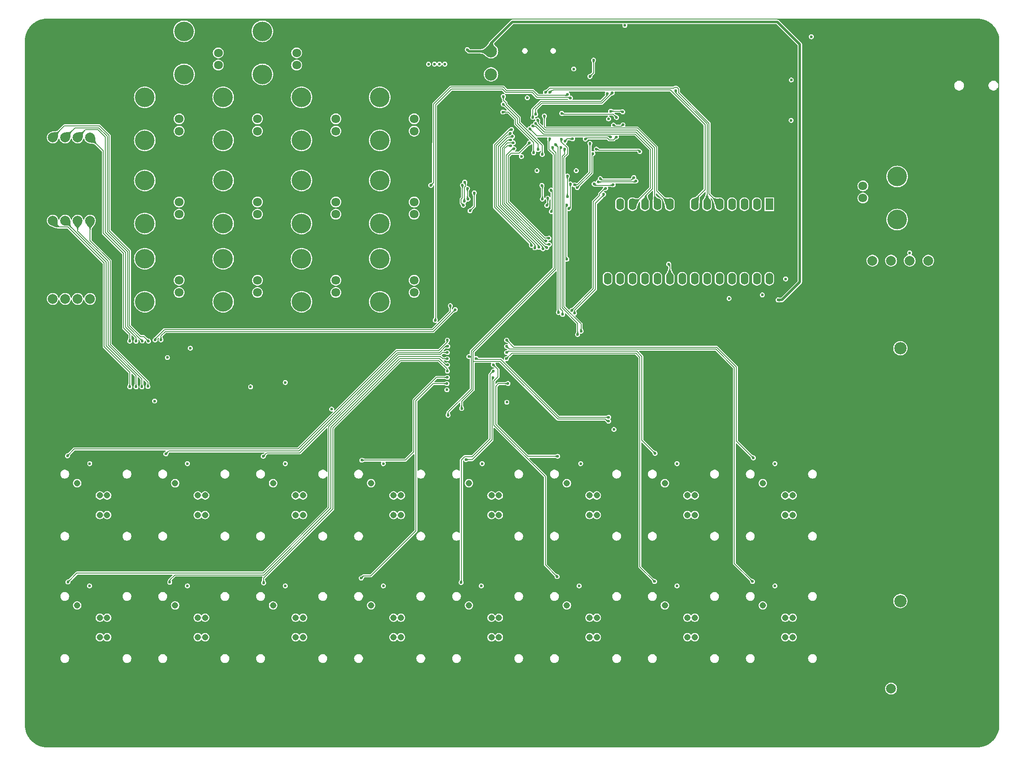
<source format=gbr>
%TF.GenerationSoftware,KiCad,Pcbnew,8.0.1-8.0.1-1~ubuntu22.04.1*%
%TF.CreationDate,2024-04-05T09:56:01+02:00*%
%TF.ProjectId,Sequencer,53657175-656e-4636-9572-2e6b69636164,rev?*%
%TF.SameCoordinates,Original*%
%TF.FileFunction,Copper,L4,Bot*%
%TF.FilePolarity,Positive*%
%FSLAX46Y46*%
G04 Gerber Fmt 4.6, Leading zero omitted, Abs format (unit mm)*
G04 Created by KiCad (PCBNEW 8.0.1-8.0.1-1~ubuntu22.04.1) date 2024-04-05 09:56:01*
%MOMM*%
%LPD*%
G01*
G04 APERTURE LIST*
%TA.AperFunction,WasherPad*%
%ADD10C,4.000000*%
%TD*%
%TA.AperFunction,ComponentPad*%
%ADD11C,1.800000*%
%TD*%
%TA.AperFunction,ComponentPad*%
%ADD12C,1.308000*%
%TD*%
%TA.AperFunction,ComponentPad*%
%ADD13C,0.800000*%
%TD*%
%TA.AperFunction,ComponentPad*%
%ADD14C,6.400000*%
%TD*%
%TA.AperFunction,ComponentPad*%
%ADD15C,2.006600*%
%TD*%
%TA.AperFunction,ComponentPad*%
%ADD16C,2.514600*%
%TD*%
%TA.AperFunction,ComponentPad*%
%ADD17C,2.000000*%
%TD*%
%TA.AperFunction,ComponentPad*%
%ADD18C,2.500000*%
%TD*%
%TA.AperFunction,ComponentPad*%
%ADD19O,1.000000X2.100000*%
%TD*%
%TA.AperFunction,ComponentPad*%
%ADD20O,1.000000X1.600000*%
%TD*%
%TA.AperFunction,ComponentPad*%
%ADD21R,1.600000X2.400000*%
%TD*%
%TA.AperFunction,ComponentPad*%
%ADD22O,1.600000X2.400000*%
%TD*%
%TA.AperFunction,ViaPad*%
%ADD23C,0.600000*%
%TD*%
%TA.AperFunction,Conductor*%
%ADD24C,0.200000*%
%TD*%
%TA.AperFunction,Conductor*%
%ADD25C,0.500000*%
%TD*%
G04 APERTURE END LIST*
D10*
%TO.P,RV516,*%
%TO.N,*%
X278650000Y-82800000D03*
X278650000Y-91600000D03*
D11*
%TO.P,RV516,1,1*%
%TO.N,+3.3V*%
X271650000Y-84700000D03*
%TO.P,RV516,2,2*%
%TO.N,/Potar/Pitch_octave_pot*%
X271650000Y-87200000D03*
%TO.P,RV516,3,3*%
%TO.N,GND*%
X271650000Y-89700000D03*
%TD*%
D10*
%TO.P,RV511,*%
%TO.N,*%
X133000000Y-61900000D03*
X133000000Y-53100000D03*
D11*
%TO.P,RV511,1,1*%
%TO.N,+3.3V*%
X140000000Y-60000000D03*
%TO.P,RV511,2,2*%
%TO.N,/Potar/Filter_Res_pot*%
X140000000Y-57500000D03*
%TO.P,RV511,3,3*%
%TO.N,GND*%
X140000000Y-55000000D03*
%TD*%
D12*
%TO.P,S408,1*%
%TO.N,Net-(R422-Pad2)*%
X251190000Y-145500000D03*
%TO.P,S408,2*%
%TO.N,GND*%
X258810000Y-145500000D03*
%TO.P,S408,L1*%
%TO.N,Net-(R433-Pad2)*%
X255800000Y-152000000D03*
%TO.P,S408,L2*%
%TO.N,unconnected-(S408-PadL2)*%
X257300000Y-152000000D03*
%TO.P,S408,L3*%
%TO.N,Net-(R434-Pad2)*%
X257300000Y-148000000D03*
%TO.P,S408,LC*%
%TO.N,+3.3V*%
X255800000Y-148000000D03*
%TD*%
D13*
%TO.P,H102,1,1*%
%TO.N,GND*%
X165933333Y-55000000D03*
X166636277Y-53302944D03*
X166636277Y-56697056D03*
X168333333Y-52600000D03*
D14*
X168333333Y-55000000D03*
D13*
X168333333Y-57400000D03*
X170030389Y-53302944D03*
X170030389Y-56697056D03*
X170733333Y-55000000D03*
%TD*%
%TO.P,H104,1,1*%
%TO.N,GND*%
X292600000Y-55000000D03*
X293302944Y-53302944D03*
X293302944Y-56697056D03*
X295000000Y-52600000D03*
D14*
X295000000Y-55000000D03*
D13*
X295000000Y-57400000D03*
X296697056Y-53302944D03*
X296697056Y-56697056D03*
X297400000Y-55000000D03*
%TD*%
D15*
%TO.P,RV514,1,1*%
%TO.N,+3.3V*%
X281200000Y-100000000D03*
%TO.P,RV514,2,2*%
%TO.N,/Potar/Pitch_Main_pot*%
X285000000Y-100000000D03*
%TO.P,RV514,3,3*%
%TO.N,GND*%
X281200000Y-187500004D03*
%TO.P,RV514,4*%
%TO.N,N/C*%
X277400000Y-100000000D03*
%TO.P,RV514,5*%
X273600000Y-100000000D03*
%TO.P,RV514,6*%
X277400000Y-187500004D03*
D16*
%TO.P,RV514,7*%
X279299999Y-117900003D03*
%TO.P,RV514,8*%
X279299999Y-169600002D03*
%TD*%
D13*
%TO.P,H107,1,1*%
%TO.N,GND*%
X229266667Y-195000000D03*
X229969611Y-193302944D03*
X229969611Y-196697056D03*
X231666667Y-192600000D03*
D14*
X231666667Y-195000000D03*
D13*
X231666667Y-197400000D03*
X233363723Y-193302944D03*
X233363723Y-196697056D03*
X234066667Y-195000000D03*
%TD*%
D10*
%TO.P,RV505,*%
%TO.N,*%
X125000000Y-92400000D03*
X125000000Y-83600000D03*
D11*
%TO.P,RV505,1,1*%
%TO.N,+3.3V*%
X132000000Y-90500000D03*
%TO.P,RV505,2,2*%
%TO.N,/Potar/Voice2_PW_pot*%
X132000000Y-88000000D03*
%TO.P,RV505,3,3*%
%TO.N,GND*%
X132000000Y-85500000D03*
%TD*%
D12*
%TO.P,S416,1*%
%TO.N,Net-(R454-Pad2)*%
X251190000Y-170500000D03*
%TO.P,S416,2*%
%TO.N,GND*%
X258810000Y-170500000D03*
%TO.P,S416,L1*%
%TO.N,Net-(R465-Pad2)*%
X255800000Y-177000000D03*
%TO.P,S416,L2*%
%TO.N,unconnected-(S416-PadL2)*%
X257300000Y-177000000D03*
%TO.P,S416,L3*%
%TO.N,Net-(R466-Pad2)*%
X257300000Y-173000000D03*
%TO.P,S416,LC*%
%TO.N,+3.3V*%
X255800000Y-173000000D03*
%TD*%
%TO.P,S409,1*%
%TO.N,Net-(R435-Pad2)*%
X111190000Y-170500000D03*
%TO.P,S409,2*%
%TO.N,GND*%
X118810000Y-170500000D03*
%TO.P,S409,L1*%
%TO.N,Net-(R443-Pad2)*%
X115800000Y-177000000D03*
%TO.P,S409,L2*%
%TO.N,unconnected-(S409-PadL2)*%
X117300000Y-177000000D03*
%TO.P,S409,L3*%
%TO.N,Net-(R444-Pad2)*%
X117300000Y-173000000D03*
%TO.P,S409,LC*%
%TO.N,+3.3V*%
X115800000Y-173000000D03*
%TD*%
D10*
%TO.P,RV507,*%
%TO.N,*%
X157000000Y-92400000D03*
X157000000Y-83600000D03*
D11*
%TO.P,RV507,1,1*%
%TO.N,+3.3V*%
X164000000Y-90500000D03*
%TO.P,RV507,2,2*%
%TO.N,/Potar/Voice2_Decay_pot*%
X164000000Y-88000000D03*
%TO.P,RV507,3,3*%
%TO.N,GND*%
X164000000Y-85500000D03*
%TD*%
D10*
%TO.P,RV512,*%
%TO.N,*%
X141000000Y-108400000D03*
X141000000Y-99600000D03*
D11*
%TO.P,RV512,1,1*%
%TO.N,+3.3V*%
X148000000Y-106500000D03*
%TO.P,RV512,2,2*%
%TO.N,/Potar/Voice3_Attack_pot*%
X148000000Y-104000000D03*
%TO.P,RV512,3,3*%
%TO.N,GND*%
X148000000Y-101500000D03*
%TD*%
D12*
%TO.P,S415,1*%
%TO.N,Net-(R453-Pad2)*%
X231190000Y-170500000D03*
%TO.P,S415,2*%
%TO.N,GND*%
X238810000Y-170500000D03*
%TO.P,S415,L1*%
%TO.N,Net-(R463-Pad2)*%
X235800000Y-177000000D03*
%TO.P,S415,L2*%
%TO.N,unconnected-(S415-PadL2)*%
X237300000Y-177000000D03*
%TO.P,S415,L3*%
%TO.N,Net-(R464-Pad2)*%
X237300000Y-173000000D03*
%TO.P,S415,LC*%
%TO.N,+3.3V*%
X235800000Y-173000000D03*
%TD*%
D17*
%TO.P,SW401,1,1*%
%TO.N,Net-(U403-GPB7)*%
X113810000Y-91810000D03*
%TO.P,SW401,2,2*%
%TO.N,Net-(U403-GPB6)*%
X111270000Y-91810000D03*
%TO.P,SW401,3,3*%
%TO.N,Net-(U403-GPB5)*%
X108730000Y-91810000D03*
%TO.P,SW401,4,4*%
%TO.N,Net-(U403-GPB4)*%
X106190000Y-91810000D03*
%TO.P,SW401,C,Common*%
%TO.N,GND*%
X111270000Y-84190000D03*
%TD*%
D12*
%TO.P,S401,1*%
%TO.N,Net-(R403-Pad2)*%
X111190000Y-145500000D03*
%TO.P,S401,2*%
%TO.N,GND*%
X118810000Y-145500000D03*
%TO.P,S401,L1*%
%TO.N,Net-(R411-Pad2)*%
X115800000Y-152000000D03*
%TO.P,S401,L2*%
%TO.N,unconnected-(S401-PadL2)*%
X117300000Y-152000000D03*
%TO.P,S401,L3*%
%TO.N,Net-(R412-Pad2)*%
X117300000Y-148000000D03*
%TO.P,S401,LC*%
%TO.N,+3.3V*%
X115800000Y-148000000D03*
%TD*%
D17*
%TO.P,SW402,1,1*%
%TO.N,Net-(U403-GPA3)*%
X113810000Y-74810000D03*
%TO.P,SW402,2,2*%
%TO.N,Net-(U403-GPA2)*%
X111270000Y-74810000D03*
%TO.P,SW402,3,3*%
%TO.N,Net-(U403-GPA1)*%
X108730000Y-74810000D03*
%TO.P,SW402,4,4*%
%TO.N,Net-(U403-GPA0)*%
X106190000Y-74810000D03*
%TO.P,SW402,C,Common*%
%TO.N,GND*%
X111270000Y-67190000D03*
%TD*%
D12*
%TO.P,S412,1*%
%TO.N,Net-(R438-Pad2)*%
X171190000Y-170500000D03*
%TO.P,S412,2*%
%TO.N,GND*%
X178810000Y-170500000D03*
%TO.P,S412,L1*%
%TO.N,Net-(R449-Pad2)*%
X175800000Y-177000000D03*
%TO.P,S412,L2*%
%TO.N,unconnected-(S412-PadL2)*%
X177300000Y-177000000D03*
%TO.P,S412,L3*%
%TO.N,Net-(R450-Pad2)*%
X177300000Y-173000000D03*
%TO.P,S412,LC*%
%TO.N,+3.3V*%
X175800000Y-173000000D03*
%TD*%
D10*
%TO.P,RV510,*%
%TO.N,*%
X125000000Y-108400000D03*
X125000000Y-99600000D03*
D11*
%TO.P,RV510,1,1*%
%TO.N,+3.3V*%
X132000000Y-106500000D03*
%TO.P,RV510,2,2*%
%TO.N,/Potar/Voice3_PW_pot*%
X132000000Y-104000000D03*
%TO.P,RV510,3,3*%
%TO.N,GND*%
X132000000Y-101500000D03*
%TD*%
D12*
%TO.P,S405,1*%
%TO.N,Net-(R419-Pad2)*%
X191190000Y-145500000D03*
%TO.P,S405,2*%
%TO.N,GND*%
X198810000Y-145500000D03*
%TO.P,S405,L1*%
%TO.N,Net-(R427-Pad2)*%
X195800000Y-152000000D03*
%TO.P,S405,L2*%
%TO.N,unconnected-(S405-PadL2)*%
X197300000Y-152000000D03*
%TO.P,S405,L3*%
%TO.N,Net-(R428-Pad2)*%
X197300000Y-148000000D03*
%TO.P,S405,LC*%
%TO.N,+3.3V*%
X195800000Y-148000000D03*
%TD*%
%TO.P,S407,1*%
%TO.N,Net-(R421-Pad2)*%
X231190000Y-145500000D03*
%TO.P,S407,2*%
%TO.N,GND*%
X238810000Y-145500000D03*
%TO.P,S407,L1*%
%TO.N,Net-(R431-Pad2)*%
X235800000Y-152000000D03*
%TO.P,S407,L2*%
%TO.N,unconnected-(S407-PadL2)*%
X237300000Y-152000000D03*
%TO.P,S407,L3*%
%TO.N,Net-(R432-Pad2)*%
X237300000Y-148000000D03*
%TO.P,S407,LC*%
%TO.N,+3.3V*%
X235800000Y-148000000D03*
%TD*%
%TO.P,S414,1*%
%TO.N,Net-(R452-Pad2)*%
X211190000Y-170500000D03*
%TO.P,S414,2*%
%TO.N,GND*%
X218810000Y-170500000D03*
%TO.P,S414,L1*%
%TO.N,Net-(R461-Pad2)*%
X215800000Y-177000000D03*
%TO.P,S414,L2*%
%TO.N,unconnected-(S414-PadL2)*%
X217300000Y-177000000D03*
%TO.P,S414,L3*%
%TO.N,Net-(R462-Pad2)*%
X217300000Y-173000000D03*
%TO.P,S414,LC*%
%TO.N,+3.3V*%
X215800000Y-173000000D03*
%TD*%
D13*
%TO.P,H101,1,1*%
%TO.N,GND*%
X102600000Y-55000000D03*
X103302944Y-53302944D03*
X103302944Y-56697056D03*
X105000000Y-52600000D03*
D14*
X105000000Y-55000000D03*
D13*
X105000000Y-57400000D03*
X106697056Y-53302944D03*
X106697056Y-56697056D03*
X107400000Y-55000000D03*
%TD*%
D10*
%TO.P,RV501,*%
%TO.N,*%
X125000000Y-75400000D03*
X125000000Y-66600000D03*
D11*
%TO.P,RV501,1,1*%
%TO.N,+3.3V*%
X132000000Y-73500000D03*
%TO.P,RV501,2,2*%
%TO.N,/Potar/Voice1_PW_pot*%
X132000000Y-71000000D03*
%TO.P,RV501,3,3*%
%TO.N,GND*%
X132000000Y-68500000D03*
%TD*%
D10*
%TO.P,RV506,*%
%TO.N,*%
X141000000Y-92400000D03*
X141000000Y-83600000D03*
D11*
%TO.P,RV506,1,1*%
%TO.N,+3.3V*%
X148000000Y-90500000D03*
%TO.P,RV506,2,2*%
%TO.N,/Potar/Voice2_Attack_pot*%
X148000000Y-88000000D03*
%TO.P,RV506,3,3*%
%TO.N,GND*%
X148000000Y-85500000D03*
%TD*%
D12*
%TO.P,S403,1*%
%TO.N,Net-(R405-Pad2)*%
X151190000Y-145500000D03*
%TO.P,S403,2*%
%TO.N,GND*%
X158810000Y-145500000D03*
%TO.P,S403,L1*%
%TO.N,Net-(R415-Pad2)*%
X155800000Y-152000000D03*
%TO.P,S403,L2*%
%TO.N,unconnected-(S403-PadL2)*%
X157300000Y-152000000D03*
%TO.P,S403,L3*%
%TO.N,Net-(R416-Pad2)*%
X157300000Y-148000000D03*
%TO.P,S403,LC*%
%TO.N,+3.3V*%
X155800000Y-148000000D03*
%TD*%
D13*
%TO.P,H106,1,1*%
%TO.N,GND*%
X165933333Y-195000000D03*
X166636277Y-193302944D03*
X166636277Y-196697056D03*
X168333333Y-192600000D03*
D14*
X168333333Y-195000000D03*
D13*
X168333333Y-197400000D03*
X170030389Y-193302944D03*
X170030389Y-196697056D03*
X170733333Y-195000000D03*
%TD*%
D10*
%TO.P,RV502,*%
%TO.N,*%
X141000000Y-75400000D03*
X141000000Y-66600000D03*
D11*
%TO.P,RV502,1,1*%
%TO.N,+3.3V*%
X148000000Y-73500000D03*
%TO.P,RV502,2,2*%
%TO.N,/Potar/Voice1_Attack_pot*%
X148000000Y-71000000D03*
%TO.P,RV502,3,3*%
%TO.N,GND*%
X148000000Y-68500000D03*
%TD*%
D13*
%TO.P,H105,1,1*%
%TO.N,GND*%
X102600000Y-195000000D03*
X103302944Y-193302944D03*
X103302944Y-196697056D03*
X105000000Y-192600000D03*
D14*
X105000000Y-195000000D03*
D13*
X105000000Y-197400000D03*
X106697056Y-193302944D03*
X106697056Y-196697056D03*
X107400000Y-195000000D03*
%TD*%
D12*
%TO.P,S404,1*%
%TO.N,Net-(R406-Pad2)*%
X171190000Y-145500000D03*
%TO.P,S404,2*%
%TO.N,GND*%
X178810000Y-145500000D03*
%TO.P,S404,L1*%
%TO.N,Net-(R417-Pad2)*%
X175800000Y-152000000D03*
%TO.P,S404,L2*%
%TO.N,unconnected-(S404-PadL2)*%
X177300000Y-152000000D03*
%TO.P,S404,L3*%
%TO.N,Net-(R418-Pad2)*%
X177300000Y-148000000D03*
%TO.P,S404,LC*%
%TO.N,+3.3V*%
X175800000Y-148000000D03*
%TD*%
%TO.P,S402,1*%
%TO.N,Net-(R404-Pad2)*%
X131190000Y-145500000D03*
%TO.P,S402,2*%
%TO.N,GND*%
X138810000Y-145500000D03*
%TO.P,S402,L1*%
%TO.N,Net-(R413-Pad2)*%
X135800000Y-152000000D03*
%TO.P,S402,L2*%
%TO.N,unconnected-(S402-PadL2)*%
X137300000Y-152000000D03*
%TO.P,S402,L3*%
%TO.N,Net-(R414-Pad2)*%
X137300000Y-148000000D03*
%TO.P,S402,LC*%
%TO.N,+3.3V*%
X135800000Y-148000000D03*
%TD*%
%TO.P,S411,1*%
%TO.N,Net-(R437-Pad2)*%
X151190000Y-170500000D03*
%TO.P,S411,2*%
%TO.N,GND*%
X158810000Y-170500000D03*
%TO.P,S411,L1*%
%TO.N,Net-(R447-Pad2)*%
X155800000Y-177000000D03*
%TO.P,S411,L2*%
%TO.N,unconnected-(S411-PadL2)*%
X157300000Y-177000000D03*
%TO.P,S411,L3*%
%TO.N,Net-(R448-Pad2)*%
X157300000Y-173000000D03*
%TO.P,S411,LC*%
%TO.N,+3.3V*%
X155800000Y-173000000D03*
%TD*%
%TO.P,S410,1*%
%TO.N,Net-(R436-Pad2)*%
X131190000Y-170500000D03*
%TO.P,S410,2*%
%TO.N,GND*%
X138810000Y-170500000D03*
%TO.P,S410,L1*%
%TO.N,Net-(R445-Pad2)*%
X135800000Y-177000000D03*
%TO.P,S410,L2*%
%TO.N,unconnected-(S410-PadL2)*%
X137300000Y-177000000D03*
%TO.P,S410,L3*%
%TO.N,Net-(R446-Pad2)*%
X137300000Y-173000000D03*
%TO.P,S410,LC*%
%TO.N,+3.3V*%
X135800000Y-173000000D03*
%TD*%
D10*
%TO.P,RV515,*%
%TO.N,*%
X173000000Y-108400000D03*
X173000000Y-99600000D03*
D11*
%TO.P,RV515,1,1*%
%TO.N,+3.3V*%
X180000000Y-106500000D03*
%TO.P,RV515,2,2*%
%TO.N,/Potar/Voice3_Release_pot*%
X180000000Y-104000000D03*
%TO.P,RV515,3,3*%
%TO.N,GND*%
X180000000Y-101500000D03*
%TD*%
D12*
%TO.P,S413,1*%
%TO.N,Net-(R451-Pad2)*%
X191190000Y-170500000D03*
%TO.P,S413,2*%
%TO.N,GND*%
X198810000Y-170500000D03*
%TO.P,S413,L1*%
%TO.N,Net-(R459-Pad2)*%
X195800000Y-177000000D03*
%TO.P,S413,L2*%
%TO.N,unconnected-(S413-PadL2)*%
X197300000Y-177000000D03*
%TO.P,S413,L3*%
%TO.N,Net-(R460-Pad2)*%
X197300000Y-173000000D03*
%TO.P,S413,LC*%
%TO.N,+3.3V*%
X195800000Y-173000000D03*
%TD*%
D18*
%TO.P,SW601,1,A*%
%TO.N,VBUS*%
X195700000Y-61900000D03*
%TO.P,SW601,2,B*%
%TO.N,+5V*%
X195700000Y-57200000D03*
%TO.P,SW601,3,C*%
%TO.N,GND*%
X195700000Y-52500000D03*
%TD*%
D10*
%TO.P,RV504,*%
%TO.N,*%
X173000000Y-75400000D03*
X173000000Y-66600000D03*
D11*
%TO.P,RV504,1,1*%
%TO.N,+3.3V*%
X180000000Y-73500000D03*
%TO.P,RV504,2,2*%
%TO.N,/Potar/Voice1_Release_pot*%
X180000000Y-71000000D03*
%TO.P,RV504,3,3*%
%TO.N,GND*%
X180000000Y-68500000D03*
%TD*%
D10*
%TO.P,RV509,*%
%TO.N,*%
X149000000Y-61900000D03*
X149000000Y-53100000D03*
D11*
%TO.P,RV509,1,1*%
%TO.N,+3.3V*%
X156000000Y-60000000D03*
%TO.P,RV509,2,2*%
%TO.N,/Potar/Filter_Freq_pot*%
X156000000Y-57500000D03*
%TO.P,RV509,3,3*%
%TO.N,GND*%
X156000000Y-55000000D03*
%TD*%
D13*
%TO.P,H103,1,1*%
%TO.N,GND*%
X229266667Y-55000000D03*
X229969611Y-53302944D03*
X229969611Y-56697056D03*
X231666667Y-52600000D03*
D14*
X231666667Y-55000000D03*
D13*
X231666667Y-57400000D03*
X233363723Y-53302944D03*
X233363723Y-56697056D03*
X234066667Y-55000000D03*
%TD*%
D19*
%TO.P,J601,S1,SHIELD*%
%TO.N,GND*%
X209820000Y-57630000D03*
D20*
X209820000Y-53450000D03*
D19*
X201180000Y-57630000D03*
D20*
X201180000Y-53450000D03*
%TD*%
D21*
%TO.P,U201,1,CAP_1A*%
%TO.N,Net-(U201-CAP_1A)*%
X252520000Y-88460000D03*
D22*
%TO.P,U201,2,CAP_1B*%
%TO.N,Net-(U201-CAP_1B)*%
X249980000Y-88460000D03*
%TO.P,U201,3,CAP_2A*%
%TO.N,Net-(U201-CAP_2A)*%
X247440000Y-88460000D03*
%TO.P,U201,4,CAP_2B*%
%TO.N,Net-(U201-CAP_2B)*%
X244900000Y-88460000D03*
%TO.P,U201,5,/RES*%
%TO.N,/MOS6581/{slash}Reset*%
X242360000Y-88460000D03*
%TO.P,U201,6,PHI2*%
%TO.N,/STM32-G474RE/NRST*%
X239820000Y-88460000D03*
%TO.P,U201,7,R/W*%
%TO.N,/MOS6581/MOS6581_Read{slash}Write*%
X237280000Y-88460000D03*
%TO.P,U201,8,/CS*%
%TO.N,GND*%
X234740000Y-88460000D03*
%TO.P,U201,9,A0*%
%TO.N,/MOS6581/A0*%
X232200000Y-88460000D03*
%TO.P,U201,10,A1*%
%TO.N,/MOS6581/A1*%
X229660000Y-88460000D03*
%TO.P,U201,11,A2*%
%TO.N,/MOS6581/A2*%
X227120000Y-88460000D03*
%TO.P,U201,12,A3*%
%TO.N,/MOS6581/A3*%
X224580000Y-88460000D03*
%TO.P,U201,13,A4*%
%TO.N,/MOS6581/A4*%
X222040000Y-88460000D03*
%TO.P,U201,14,GND*%
%TO.N,GND*%
X219500000Y-88460000D03*
%TO.P,U201,15,D0*%
%TO.N,/MOS6581/D0*%
X219500000Y-103700000D03*
%TO.P,U201,16,D1*%
%TO.N,/MOS6581/D1*%
X222040000Y-103700000D03*
%TO.P,U201,17,D2*%
%TO.N,/MOS6581/D2*%
X224580000Y-103700000D03*
%TO.P,U201,18,D3*%
%TO.N,/MOS6581/D3*%
X227120000Y-103700000D03*
%TO.P,U201,19,D4*%
%TO.N,/MOS6581/D4*%
X229660000Y-103700000D03*
%TO.P,U201,20,D5*%
%TO.N,/MOS6581/D5*%
X232200000Y-103700000D03*
%TO.P,U201,21,D6*%
%TO.N,/MOS6581/D6*%
X234740000Y-103700000D03*
%TO.P,U201,22,D7*%
%TO.N,/MOS6581/D7*%
X237280000Y-103700000D03*
%TO.P,U201,23,POT_Y*%
%TO.N,unconnected-(U201-POT_Y-Pad23)*%
X239820000Y-103700000D03*
%TO.P,U201,24,POT_X*%
%TO.N,unconnected-(U201-POT_X-Pad24)*%
X242360000Y-103700000D03*
%TO.P,U201,25,VCC*%
%TO.N,Net-(U201-VCC)*%
X244900000Y-103700000D03*
%TO.P,U201,26,EXT_IN*%
%TO.N,unconnected-(U201-EXT_IN-Pad26)*%
X247440000Y-103700000D03*
%TO.P,U201,27,AUDIO_OUT*%
%TO.N,Net-(U201-AUDIO_OUT)*%
X249980000Y-103700000D03*
%TO.P,U201,28,VDD*%
%TO.N,Net-(U201-VDD)*%
X252520000Y-103700000D03*
%TD*%
D10*
%TO.P,RV513,*%
%TO.N,*%
X157000000Y-108400000D03*
X157000000Y-99600000D03*
D11*
%TO.P,RV513,1,1*%
%TO.N,+3.3V*%
X164000000Y-106500000D03*
%TO.P,RV513,2,2*%
%TO.N,/Potar/Voice3_Decay_pot*%
X164000000Y-104000000D03*
%TO.P,RV513,3,3*%
%TO.N,GND*%
X164000000Y-101500000D03*
%TD*%
D13*
%TO.P,H108,1,1*%
%TO.N,GND*%
X292600000Y-195000000D03*
X293302944Y-193302944D03*
X293302944Y-196697056D03*
X295000000Y-192600000D03*
D14*
X295000000Y-195000000D03*
D13*
X295000000Y-197400000D03*
X296697056Y-193302944D03*
X296697056Y-196697056D03*
X297400000Y-195000000D03*
%TD*%
D10*
%TO.P,RV503,*%
%TO.N,*%
X157000000Y-75400000D03*
X157000000Y-66600000D03*
D11*
%TO.P,RV503,1,1*%
%TO.N,+3.3V*%
X164000000Y-73500000D03*
%TO.P,RV503,2,2*%
%TO.N,/Potar/Voice1_Decay_pot*%
X164000000Y-71000000D03*
%TO.P,RV503,3,3*%
%TO.N,GND*%
X164000000Y-68500000D03*
%TD*%
D17*
%TO.P,SW403,1,1*%
%TO.N,Net-(U403-GPB3)*%
X113810000Y-107810000D03*
%TO.P,SW403,2,2*%
%TO.N,Net-(U403-GPB2)*%
X111270000Y-107810000D03*
%TO.P,SW403,3,3*%
%TO.N,Net-(U403-GPB1)*%
X108730000Y-107810000D03*
%TO.P,SW403,4,4*%
%TO.N,Net-(U403-GPB0)*%
X106190000Y-107810000D03*
%TO.P,SW403,C,Common*%
%TO.N,GND*%
X111270000Y-100190000D03*
%TD*%
D12*
%TO.P,S406,1*%
%TO.N,Net-(R420-Pad2)*%
X211190000Y-145500000D03*
%TO.P,S406,2*%
%TO.N,GND*%
X218810000Y-145500000D03*
%TO.P,S406,L1*%
%TO.N,Net-(R429-Pad2)*%
X215800000Y-152000000D03*
%TO.P,S406,L2*%
%TO.N,unconnected-(S406-PadL2)*%
X217300000Y-152000000D03*
%TO.P,S406,L3*%
%TO.N,Net-(R430-Pad2)*%
X217300000Y-148000000D03*
%TO.P,S406,LC*%
%TO.N,+3.3V*%
X215800000Y-148000000D03*
%TD*%
D10*
%TO.P,RV508,*%
%TO.N,*%
X173000000Y-92400000D03*
X173000000Y-83600000D03*
D11*
%TO.P,RV508,1,1*%
%TO.N,+3.3V*%
X180000000Y-90500000D03*
%TO.P,RV508,2,2*%
%TO.N,/Potar/Voice2_Release_pot*%
X180000000Y-88000000D03*
%TO.P,RV508,3,3*%
%TO.N,GND*%
X180000000Y-85500000D03*
%TD*%
D23*
%TO.N,GND*%
X214500000Y-82000000D03*
X216250000Y-86000000D03*
X100750000Y-165000000D03*
X100750000Y-180000000D03*
X100750000Y-170000000D03*
X100750000Y-145000000D03*
X100750000Y-150000000D03*
X100750000Y-160000000D03*
X100750000Y-155000000D03*
X100750000Y-175000000D03*
X100750000Y-185000000D03*
X100750000Y-190000000D03*
X100750000Y-65000000D03*
X100750000Y-60000000D03*
X100750000Y-110000000D03*
X100750000Y-130000000D03*
X100750000Y-115000000D03*
X100750000Y-95000000D03*
X100750000Y-125000000D03*
X100750000Y-120000000D03*
X100750000Y-100000000D03*
X100750000Y-195000000D03*
X102250000Y-198000000D03*
X100750000Y-80000000D03*
X100750000Y-90000000D03*
X100750000Y-75000000D03*
X100750000Y-135000000D03*
X100750000Y-140000000D03*
X100750000Y-85000000D03*
X100750000Y-105000000D03*
X100750000Y-70000000D03*
X299250000Y-85000000D03*
X299250000Y-70000000D03*
X299250000Y-80000000D03*
X299250000Y-105000000D03*
X299250000Y-100000000D03*
X299250000Y-90000000D03*
X299250000Y-95000000D03*
X299250000Y-75000000D03*
X299250000Y-65000000D03*
X299250000Y-60000000D03*
X299250000Y-185000000D03*
X299250000Y-190000000D03*
X299250000Y-140000000D03*
X299250000Y-120000000D03*
X299250000Y-135000000D03*
X299250000Y-155000000D03*
X299250000Y-125000000D03*
X299250000Y-130000000D03*
X299250000Y-150000000D03*
X299250000Y-55000000D03*
X297750000Y-52000000D03*
X299250000Y-170000000D03*
X299250000Y-160000000D03*
X299250000Y-175000000D03*
X299250000Y-115000000D03*
X299250000Y-110000000D03*
X299250000Y-165000000D03*
X299250000Y-145000000D03*
X299250000Y-180000000D03*
X298000000Y-197750000D03*
X299250000Y-195000000D03*
X295000000Y-199250000D03*
X290000000Y-199250000D03*
X285000000Y-199250000D03*
X280000000Y-199250000D03*
X275000000Y-199250000D03*
X270000000Y-199250000D03*
X265000000Y-199250000D03*
X260000000Y-199250000D03*
X255000000Y-199250000D03*
X250000000Y-199250000D03*
X245000000Y-199250000D03*
X240000000Y-199250000D03*
X235000000Y-199250000D03*
X230000000Y-199250000D03*
X225000000Y-199250000D03*
X220000000Y-199250000D03*
X215000000Y-199250000D03*
X210000000Y-199250000D03*
X205000000Y-199250000D03*
X200000000Y-199250000D03*
X195000000Y-199250000D03*
X190000000Y-199250000D03*
X185000000Y-199250000D03*
X180000000Y-199250000D03*
X175000000Y-199250000D03*
X170000000Y-199250000D03*
X165000000Y-199250000D03*
X160000000Y-199250000D03*
X155000000Y-199250000D03*
X150000000Y-199250000D03*
X145000000Y-199250000D03*
X140000000Y-199250000D03*
X135000000Y-199250000D03*
X130000000Y-199250000D03*
X125000000Y-199250000D03*
X120000000Y-199250000D03*
X115000000Y-199250000D03*
X110000000Y-199250000D03*
X105000000Y-199250000D03*
X295000000Y-50750000D03*
X290000000Y-50800000D03*
X285000000Y-50800000D03*
X280000000Y-50800000D03*
X275000000Y-50800000D03*
X270000000Y-50800000D03*
X265000000Y-50800000D03*
X260000000Y-50800000D03*
X255000000Y-50800000D03*
X195000000Y-50800000D03*
X190000000Y-50800000D03*
X185000000Y-50800000D03*
X180000000Y-50800000D03*
X175000000Y-50800000D03*
X170000000Y-50800000D03*
X165000000Y-50800000D03*
X160000000Y-50800000D03*
X155000000Y-50800000D03*
X150000000Y-50800000D03*
X145000000Y-50800000D03*
X140000000Y-50800000D03*
X135000000Y-50800000D03*
X130000000Y-50800000D03*
X125000000Y-50800000D03*
X120000000Y-50800000D03*
X115000000Y-50800000D03*
X110000000Y-50800000D03*
X102000000Y-52000000D03*
X100750000Y-55000000D03*
X105000000Y-50800000D03*
X257920000Y-52810000D03*
X255040000Y-54320000D03*
X260760000Y-101250000D03*
%TO.N,+3.3V*%
X255880000Y-103730000D03*
%TO.N,GND*%
X252750000Y-100560000D03*
X283630000Y-96070000D03*
X287270000Y-80380000D03*
X284950000Y-80050000D03*
X265850000Y-61460000D03*
X237620000Y-57700000D03*
X247680000Y-68460000D03*
X247820000Y-72990000D03*
X251090000Y-69520000D03*
X231570000Y-61430000D03*
X232340000Y-59380000D03*
X227090000Y-54660000D03*
X226590000Y-56930000D03*
X231440000Y-66090000D03*
X235060000Y-64860000D03*
X232530000Y-63610000D03*
X241610000Y-71690000D03*
X236980000Y-71980000D03*
X239210000Y-69340000D03*
X234900000Y-69480000D03*
X224750000Y-69290000D03*
X238440000Y-79570000D03*
X241130000Y-77280000D03*
X238330000Y-77200000D03*
X241240000Y-79540000D03*
X241210000Y-84820000D03*
X237830000Y-85700000D03*
X230770000Y-85220000D03*
X230340000Y-80880000D03*
X227360000Y-80930000D03*
X226770000Y-84530000D03*
X221530000Y-80420000D03*
X217820000Y-80130000D03*
X228890000Y-74030000D03*
X222380000Y-75800000D03*
X225250000Y-71870000D03*
X221290000Y-67070000D03*
X216850000Y-66150000D03*
X213110000Y-66270000D03*
X212950000Y-63680000D03*
X209140000Y-62690000D03*
X200640000Y-60870000D03*
X200510000Y-64040000D03*
X199550000Y-67390000D03*
X187200000Y-67460000D03*
X183080000Y-66850000D03*
X185210000Y-65360000D03*
X185310000Y-69140000D03*
X192130000Y-72680000D03*
X189840000Y-74250000D03*
X195570000Y-77290000D03*
X198150000Y-73290000D03*
X195910000Y-90230000D03*
X203180000Y-90130000D03*
X202630000Y-96530000D03*
X207410000Y-93860000D03*
X207500000Y-100080000D03*
X208660000Y-103760000D03*
X199590000Y-113060000D03*
X202720000Y-109790000D03*
X198120000Y-109830000D03*
X195810000Y-112780000D03*
X182280000Y-113420000D03*
X185370000Y-110570000D03*
X183570000Y-101830000D03*
X185600000Y-103900000D03*
X185690000Y-96900000D03*
X183550000Y-94640000D03*
X168400000Y-107760000D03*
X169510000Y-92150000D03*
X165780000Y-77790000D03*
X165960000Y-80230000D03*
X166240000Y-95010000D03*
X166430000Y-111300000D03*
X150040000Y-111300000D03*
X150270000Y-95560000D03*
X150520000Y-78070000D03*
X110250000Y-78270000D03*
X109980000Y-95680000D03*
X119220000Y-112790000D03*
X252330000Y-164790000D03*
X254540000Y-163640000D03*
X246720000Y-155910000D03*
X244230000Y-155500000D03*
X246620000Y-139020000D03*
X246900000Y-132760000D03*
X246900000Y-129170000D03*
X244550000Y-126870000D03*
X228810000Y-124930000D03*
X228810000Y-127880000D03*
X241060000Y-127830000D03*
X244460000Y-131380000D03*
X243680000Y-117980000D03*
X240870000Y-119320000D03*
X225270000Y-116740000D03*
X227480000Y-119370000D03*
X225040000Y-120060000D03*
X213620000Y-117060000D03*
X210310000Y-116790000D03*
X210120000Y-120150000D03*
X207320000Y-119730000D03*
X204670000Y-125640000D03*
X201340000Y-125830000D03*
X202930000Y-124170000D03*
X202620000Y-127170000D03*
X208190000Y-132980000D03*
X210280000Y-131180000D03*
X213190000Y-133290000D03*
X215410000Y-131230000D03*
X227620000Y-139770000D03*
X223090000Y-141280000D03*
X227860000Y-154830000D03*
X223030000Y-154920000D03*
X214980000Y-164370000D03*
X218850000Y-164050000D03*
X215940000Y-161910000D03*
X206990000Y-164500000D03*
X208300000Y-162040000D03*
X205610000Y-161910000D03*
X198550000Y-164980000D03*
X196440000Y-163610000D03*
X174230000Y-163490000D03*
X175700000Y-161920000D03*
X171040000Y-163510000D03*
X169380000Y-158670000D03*
X160830000Y-158480000D03*
X158570000Y-164450000D03*
X155640000Y-164230000D03*
X109720000Y-163340000D03*
X111450000Y-164700000D03*
X124500000Y-157990000D03*
X116060000Y-160280000D03*
X117840000Y-161550000D03*
X129250000Y-164700000D03*
X138530000Y-165120000D03*
X134040000Y-165210000D03*
X135770000Y-163080000D03*
X138110000Y-160950000D03*
X135530000Y-159990000D03*
X166840000Y-155690000D03*
X163590000Y-155550000D03*
X165000000Y-157980000D03*
X181490000Y-140900000D03*
X179560000Y-140770000D03*
X178740000Y-138910000D03*
X174480000Y-139700000D03*
X145330000Y-139920000D03*
X142350000Y-139860000D03*
X142350000Y-137660000D03*
X144350000Y-132680000D03*
X146850000Y-134350000D03*
X145280000Y-137770000D03*
X158230000Y-140080000D03*
X155280000Y-135680000D03*
X161390000Y-136250000D03*
X157650000Y-132630000D03*
%TO.N,+3.3V*%
X163150000Y-130350000D03*
%TO.N,GND*%
X168660000Y-130440000D03*
X167400000Y-132550000D03*
X171140000Y-127900000D03*
X173140000Y-125960000D03*
X183810000Y-126650000D03*
X182500000Y-128030000D03*
X151850000Y-125660000D03*
X150550000Y-127030000D03*
X147670000Y-123500000D03*
X131140000Y-124570000D03*
X133330000Y-125420000D03*
X146250000Y-128600000D03*
X138120000Y-131560000D03*
X138240000Y-137230000D03*
X135630000Y-137270000D03*
X135700000Y-130790000D03*
X124430000Y-129980000D03*
X116260000Y-137730000D03*
X119560000Y-137620000D03*
X126460000Y-130790000D03*
%TO.N,/GPIO_Expandeur/I2C_SDA*%
X192650000Y-119990000D03*
X191180000Y-119600000D03*
%TO.N,/STM32-G474RE/VCP_RX*%
X210780889Y-75581514D03*
X212380000Y-75100000D03*
%TO.N,/STM32-G474RE/SWDIO*%
X220450000Y-65700000D03*
%TO.N,/STM32-G474RE/SWCLK*%
X219430000Y-65800000D03*
X204245166Y-70701710D03*
%TO.N,/STM32-G474RE/SWDIO*%
X204820000Y-70090000D03*
%TO.N,/STM32-G474RE/NRST*%
X233410000Y-65260000D03*
%TO.N,+5V*%
X190870000Y-56850000D03*
%TO.N,+3.3V*%
X186270000Y-59800000D03*
X185160000Y-59800000D03*
X184180000Y-59800000D03*
X182930000Y-59810000D03*
%TO.N,GND*%
X217940000Y-51940000D03*
X220490000Y-51960000D03*
X221770000Y-51920000D03*
%TO.N,+3.3V*%
X223040000Y-51900000D03*
%TO.N,/Potar/Voice1_Decay_pot*%
X210113656Y-69873656D03*
X221336029Y-70713971D03*
%TO.N,+5V*%
X254330000Y-108030000D03*
%TO.N,GND*%
X245930000Y-109710000D03*
%TO.N,+3.3V*%
X251090000Y-107000000D03*
%TO.N,GND*%
X286825000Y-66025000D03*
%TO.N,/GPIO_Expandeur/I2C_SCL*%
X189700000Y-130225000D03*
%TO.N,/MOS6581/D6*%
X199724611Y-76500552D03*
%TO.N,+3.3V*%
X198925000Y-128950000D03*
%TO.N,/GPIO_Expandeur/B5*%
X199175000Y-125125000D03*
%TO.N,/GPIO_Expandeur/B12*%
X196175000Y-122575000D03*
X189590000Y-165810000D03*
%TO.N,/GPIO_Expandeur/B13*%
X196180000Y-121310000D03*
%TO.N,GND*%
X216146922Y-72300400D03*
X127400000Y-166500000D03*
X212100000Y-82600000D03*
X107300000Y-141500000D03*
X147700000Y-166500000D03*
X199700000Y-57800000D03*
X202200000Y-63500000D03*
X167500000Y-166500000D03*
X201300000Y-81000000D03*
X207400000Y-166500000D03*
X214898720Y-70925000D03*
X227400000Y-166500000D03*
X201200000Y-77425000D03*
X239600000Y-138600000D03*
X256700000Y-135200000D03*
X195800000Y-85400000D03*
X223200000Y-87200000D03*
X146700000Y-127000000D03*
X189800000Y-62800000D03*
X201700000Y-59500000D03*
X180100000Y-99800000D03*
X127700000Y-141500000D03*
X187530000Y-141500000D03*
X227700000Y-141500000D03*
X187700000Y-166500000D03*
X247700000Y-166500000D03*
X204300000Y-83400000D03*
X193700000Y-52500000D03*
X256800000Y-128700000D03*
X255900000Y-71300000D03*
X156900000Y-128000000D03*
X288600000Y-59200000D03*
X128300000Y-128700000D03*
X186625000Y-127675000D03*
X218400000Y-94400000D03*
X207700000Y-141500000D03*
X228000000Y-132100000D03*
X219500000Y-86800000D03*
X219775000Y-72050000D03*
X262000000Y-55300000D03*
X222200000Y-131100000D03*
X131400000Y-116300000D03*
X209300000Y-59500000D03*
X199800000Y-53500000D03*
X205500000Y-60500000D03*
X247700000Y-141500000D03*
X203300000Y-61900000D03*
X256000000Y-63180000D03*
X132100000Y-99800000D03*
X199500000Y-131500000D03*
X147700000Y-141500000D03*
X167700000Y-141500000D03*
X107700000Y-166500000D03*
X207700000Y-61900000D03*
%TO.N,+3.3V*%
X233700000Y-166500000D03*
X129600000Y-119800000D03*
X153700000Y-124900000D03*
X261100000Y-54200000D03*
X253700000Y-166500000D03*
X212600000Y-60800000D03*
X219700000Y-71000000D03*
X133700000Y-141500000D03*
X214000000Y-141500000D03*
X203100000Y-66700000D03*
X113750000Y-141500000D03*
X213700000Y-166500000D03*
X213100000Y-81600000D03*
X257010000Y-63040000D03*
X201900000Y-78700000D03*
X220800000Y-134500000D03*
X173700000Y-166500000D03*
X257000000Y-71300000D03*
X153700000Y-166500000D03*
X134300000Y-117900000D03*
X113700000Y-166500000D03*
X193700000Y-166500000D03*
X281200000Y-98400000D03*
X133700000Y-166500000D03*
X193900000Y-141500000D03*
X186700000Y-126405000D03*
X233700000Y-141500000D03*
X205100000Y-81600000D03*
X127000000Y-128700000D03*
X253700000Y-141500000D03*
X153700000Y-141500000D03*
X146600000Y-125800000D03*
X173700000Y-141500000D03*
X244310000Y-107730000D03*
%TO.N,/STM32-G474RE/Tap_Tempo*%
X220720000Y-72300000D03*
X222650000Y-72222433D03*
%TO.N,/STM32-G474RE/BTN_1*%
X226100000Y-77700000D03*
X217200000Y-77200000D03*
%TO.N,/STM32-G474RE/BTN_2*%
X220118464Y-69435735D03*
X222600000Y-69570000D03*
%TO.N,/Potar/Voice1_PW_pot*%
X211300000Y-82700000D03*
X211300000Y-86900000D03*
%TO.N,/Potar/Voice1_Attack_pot*%
X216500000Y-78100000D03*
X207300000Y-87204054D03*
X213315687Y-85065687D03*
X190050000Y-88658529D03*
X189859462Y-84559461D03*
X207100000Y-88700000D03*
%TO.N,/Potar/Voice1_Decay_pot*%
X220628242Y-84499049D03*
X190325266Y-83909052D03*
X190233247Y-87803724D03*
X216750000Y-84300000D03*
%TO.N,/Potar/Voice1_Release_pot*%
X206200000Y-87400000D03*
X191003802Y-87400861D03*
X190885915Y-85230000D03*
X206100000Y-84600000D03*
%TO.N,/Potar/Voice2_PW_pot*%
X192284265Y-86135735D03*
X191391373Y-89800000D03*
%TO.N,/Potar/Voice2_Attack_pot*%
X207950000Y-85575000D03*
X208000000Y-89948232D03*
%TO.N,/Potar/Voice2_Decay_pot*%
X211900000Y-84300000D03*
X211600000Y-89348232D03*
%TO.N,/Potar/Voice2_Release_pot*%
X211310000Y-66000000D03*
X183400000Y-84600000D03*
%TO.N,/Potar/Voice3_PW_pot*%
X218719265Y-86429265D03*
X212743138Y-110738236D03*
%TO.N,/Potar/Filter_Res_pot*%
X215900000Y-76000000D03*
X212750000Y-84500000D03*
%TO.N,/Potar/Voice3_Attack_pot*%
X184300000Y-112200000D03*
X211910000Y-66750000D03*
%TO.N,/Potar/Voice3_Decay_pot*%
X219101191Y-85200000D03*
X212177451Y-110172549D03*
%TO.N,/Potar/Pitch_Main_pot*%
X218000000Y-83200000D03*
X224850000Y-83000000D03*
%TO.N,/Potar/Voice3_Release_pot*%
X211200000Y-88600000D03*
X211200000Y-99700000D03*
%TO.N,/Potar/Pitch_octave_pot*%
X225300000Y-83700000D03*
X217575000Y-83900000D03*
%TO.N,/STM32-G474RE/VCP_TX*%
X214960491Y-75113442D03*
X216640000Y-58990000D03*
X221301191Y-74700000D03*
X215874265Y-62334265D03*
%TO.N,/GPIO_Expandeur/I2C_SCL*%
X208299001Y-76809560D03*
X219696753Y-132816859D03*
%TO.N,/GPIO_Expandeur/I2C_SDA*%
X186925000Y-131600000D03*
X207700000Y-75100000D03*
X219723553Y-132017305D03*
%TO.N,/STM32-G474RE/LED1*%
X198110000Y-69600000D03*
X204410000Y-77950000D03*
%TO.N,/STM32-G474RE/LED2*%
X205300000Y-77272039D03*
X198190000Y-68000000D03*
%TO.N,/GPIO_Expandeur/B8*%
X109280000Y-165700000D03*
X186800000Y-120055000D03*
%TO.N,/STM32-G474RE/LED3*%
X206180000Y-78280000D03*
X198220000Y-66400000D03*
%TO.N,/GPIO_Expandeur/B9*%
X186825000Y-121300000D03*
X130090000Y-165750000D03*
%TO.N,/GPIO_Expandeur/B10*%
X186800000Y-122595000D03*
X149257273Y-165875000D03*
%TO.N,/GPIO_Expandeur/B11*%
X169200000Y-164900000D03*
X186725000Y-125135000D03*
%TO.N,/GPIO_Expandeur/B13*%
X209200000Y-164600000D03*
%TO.N,/GPIO_Expandeur/B14*%
X229100000Y-165600000D03*
X198825000Y-120055000D03*
%TO.N,/GPIO_Expandeur/B15*%
X198875000Y-117515000D03*
X249100000Y-165600000D03*
%TO.N,/GPIO_Expandeur/B0*%
X186800000Y-116245000D03*
X109200000Y-139900000D03*
%TO.N,/GPIO_Expandeur/B1*%
X129300000Y-139500000D03*
X186875000Y-117515000D03*
%TO.N,/GPIO_Expandeur/B4*%
X196100000Y-123925000D03*
X190575000Y-140675000D03*
%TO.N,/GPIO_Expandeur/B2*%
X186800000Y-118785000D03*
X149200000Y-140000000D03*
%TO.N,/GPIO_Expandeur/B3*%
X186815000Y-123865000D03*
X169300000Y-140800000D03*
%TO.N,/GPIO_Expandeur/B7*%
X249270000Y-140330000D03*
X198900000Y-116245000D03*
%TO.N,/GPIO_Expandeur/B6*%
X229200000Y-139400000D03*
X198875000Y-118785000D03*
%TO.N,/GPIO_Expandeur/B5*%
X209300000Y-140000000D03*
%TO.N,Net-(U403-GPB6)*%
X124400000Y-125800000D03*
%TO.N,Net-(U403-GPB4)*%
X121925000Y-125800000D03*
%TO.N,Net-(U403-GPB5)*%
X123200000Y-125800000D03*
%TO.N,Net-(U403-GPB7)*%
X125625000Y-125725000D03*
%TO.N,Net-(U403-GPA2)*%
X123200000Y-116475000D03*
%TO.N,Net-(U403-GPA3)*%
X121925000Y-116450000D03*
%TO.N,Net-(U403-GPA1)*%
X124500000Y-116425000D03*
%TO.N,Net-(U403-GPA0)*%
X125735000Y-116450000D03*
%TO.N,/MOS6581/{slash}Reset*%
X206800000Y-65600000D03*
%TO.N,/GPIO_Expandeur/INTB_1*%
X210000000Y-76800000D03*
X128300000Y-116200000D03*
X188400000Y-110000000D03*
X210317710Y-111000000D03*
%TO.N,/MOS6581/MOS6581_Read{slash}Write*%
X207702862Y-65600000D03*
%TO.N,/GPIO_Expandeur/INTB_2*%
X213400000Y-115100000D03*
X210695860Y-77194693D03*
%TO.N,/GPIO_Expandeur/INTA_2*%
X214100000Y-114400000D03*
X210100000Y-75161520D03*
%TO.N,/GPIO_Expandeur/INTA_1*%
X209495000Y-110600000D03*
X187400000Y-109200000D03*
X208900000Y-76281541D03*
X127100000Y-116200000D03*
%TO.N,/MOS6581/D4*%
X200252254Y-75899222D03*
X207110784Y-97300000D03*
%TO.N,/MOS6581/D1*%
X204672541Y-97375291D03*
X199656174Y-73925000D03*
%TO.N,/MOS6581/A4*%
X203593651Y-72998716D03*
X220101191Y-74700000D03*
%TO.N,/MOS6581/D2*%
X200095902Y-74592287D03*
X205466992Y-97281208D03*
%TO.N,/MOS6581/A0*%
X206600000Y-70400000D03*
%TO.N,/MOS6581/A1*%
X205249927Y-71278926D03*
%TO.N,/MOS6581/D0*%
X199900000Y-73163825D03*
X203934719Y-96880307D03*
%TO.N,/MOS6581/D6*%
X207600682Y-96667541D03*
%TO.N,/MOS6581/A2*%
X204778131Y-71925000D03*
%TO.N,/MOS6581/D7*%
X206954876Y-95940661D03*
X200375019Y-77099222D03*
%TO.N,/MOS6581/D3*%
X199723171Y-75299159D03*
X206313235Y-97561765D03*
%TO.N,/MOS6581/A3*%
X204198287Y-72474866D03*
%TO.N,/MOS6581/D5*%
X203537125Y-75906976D03*
X232000000Y-100700000D03*
X207557800Y-95414841D03*
%TD*%
D24*
%TO.N,/Potar/Voice1_Decay_pot*%
X217050000Y-84600000D02*
X220527291Y-84600000D01*
X220527291Y-84600000D02*
X220628242Y-84499049D01*
X216750000Y-84300000D02*
X217050000Y-84600000D01*
%TO.N,/Potar/Voice1_Attack_pot*%
X213315687Y-85065687D02*
X216300000Y-82081373D01*
X216300000Y-82081373D02*
X216300000Y-78300000D01*
X216300000Y-78300000D02*
X216500000Y-78100000D01*
%TO.N,/Potar/Filter_Res_pot*%
X212750000Y-84500000D02*
X213032845Y-84500000D01*
X213032845Y-84500000D02*
X213067158Y-84465687D01*
X213067158Y-84465687D02*
X213350001Y-84465687D01*
X213350001Y-84465687D02*
X215900000Y-81915688D01*
X215900000Y-81915688D02*
X215900000Y-76000000D01*
%TO.N,Net-(U403-GPA0)*%
X106190000Y-74810000D02*
X108575000Y-72425000D01*
X108575000Y-72425000D02*
X115756372Y-72425000D01*
X115756372Y-72425000D02*
X117720000Y-74388630D01*
X117720000Y-74388630D02*
X117720000Y-93875634D01*
X117720000Y-93875634D02*
X121875000Y-98030637D01*
X121875000Y-98030637D02*
X121875000Y-113234314D01*
X121875000Y-113234314D02*
X124140686Y-115500000D01*
X124140686Y-115500000D02*
X124785000Y-115500000D01*
X124785000Y-115500000D02*
X125735000Y-116450000D01*
%TO.N,Net-(U403-GPA3)*%
X121925000Y-116450000D02*
X121925000Y-114981372D01*
X121925000Y-114981372D02*
X120675000Y-113731371D01*
X120675000Y-113731371D02*
X120675000Y-98527692D01*
X120675000Y-98527692D02*
X116520000Y-94372692D01*
X116520000Y-94372692D02*
X116520000Y-77520000D01*
X116520000Y-77520000D02*
X113810000Y-74810000D01*
%TO.N,Net-(U403-GPA2)*%
X111270000Y-74810000D02*
X112855000Y-73225000D01*
X112855000Y-73225000D02*
X115425000Y-73225000D01*
X116920000Y-74720000D02*
X116920000Y-94207006D01*
X123200000Y-115690686D02*
X123200000Y-116475000D01*
X115425000Y-73225000D02*
X116920000Y-74720000D01*
X121075000Y-98362007D02*
X121075000Y-113565686D01*
X116920000Y-94207006D02*
X121075000Y-98362007D01*
X121075000Y-113565686D02*
X123200000Y-115690686D01*
%TO.N,/GPIO_Expandeur/INTB_1*%
X128300000Y-116200000D02*
X128300000Y-115365686D01*
X128300000Y-115365686D02*
X129165686Y-114500000D01*
X129165686Y-114500000D02*
X183900000Y-114500000D01*
X183900000Y-114500000D02*
X188400000Y-110000000D01*
%TO.N,/GPIO_Expandeur/INTA_1*%
X127100000Y-116200000D02*
X127250000Y-116050000D01*
X127250000Y-116050000D02*
X127250000Y-115850000D01*
X127250000Y-115850000D02*
X129000000Y-114100000D01*
X129000000Y-114100000D02*
X183734314Y-114100000D01*
X183734314Y-114100000D02*
X187400000Y-110434314D01*
X187400000Y-110434314D02*
X187400000Y-109200000D01*
%TO.N,/MOS6581/A0*%
X232200000Y-88460000D02*
X229500000Y-85760000D01*
X229500000Y-85760000D02*
X229500000Y-76782944D01*
X225617058Y-72900000D02*
X206884503Y-72900000D01*
X229500000Y-76782944D02*
X225617058Y-72900000D01*
X206884503Y-72900000D02*
X206600000Y-72615497D01*
X206600000Y-72615497D02*
X206600000Y-70400000D01*
%TO.N,/MOS6581/A1*%
X205249927Y-71278926D02*
X205249927Y-71548267D01*
X205378131Y-71676471D02*
X205378131Y-71959314D01*
X205378131Y-71959314D02*
X206718817Y-73300000D01*
X205249927Y-71548267D02*
X205378131Y-71676471D01*
X225451372Y-73300000D02*
X229100000Y-76948630D01*
X229100000Y-76948630D02*
X229100000Y-87900000D01*
X206718817Y-73300000D02*
X225451372Y-73300000D01*
X229100000Y-87900000D02*
X229660000Y-88460000D01*
%TO.N,/MOS6581/A2*%
X204778131Y-71925000D02*
X206553131Y-73700000D01*
X206553131Y-73700000D02*
X225285686Y-73700000D01*
X225285686Y-73700000D02*
X228700000Y-77114315D01*
X228700000Y-77114315D02*
X228700000Y-85275000D01*
X227120000Y-86855000D02*
X227120000Y-88460000D01*
X228700000Y-85275000D02*
X227120000Y-86855000D01*
%TO.N,/MOS6581/A3*%
X204198287Y-72474866D02*
X204479468Y-72474866D01*
X204479468Y-72474866D02*
X204529602Y-72525000D01*
X204529602Y-72525000D02*
X204812445Y-72525000D01*
X204812445Y-72525000D02*
X206387446Y-74100000D01*
X206387446Y-74100000D02*
X225120000Y-74100000D01*
X225120000Y-74100000D02*
X228300000Y-77280000D01*
X228300000Y-77280000D02*
X228300000Y-85109314D01*
X228300000Y-85109314D02*
X224949314Y-88460000D01*
X224949314Y-88460000D02*
X224580000Y-88460000D01*
%TO.N,/GPIO_Expandeur/B5*%
X209300000Y-140000000D02*
X203215686Y-140000000D01*
X197225000Y-125125000D02*
X199175000Y-125125000D01*
X203215686Y-140000000D02*
X196700000Y-133484314D01*
X196700000Y-133484314D02*
X196700000Y-125650000D01*
X196700000Y-125650000D02*
X197225000Y-125125000D01*
%TO.N,/GPIO_Expandeur/I2C_SCL*%
X189700000Y-130225000D02*
X189700000Y-128765686D01*
X189700000Y-128765686D02*
X192050000Y-126415686D01*
X192050000Y-126415686D02*
X192050000Y-120540000D01*
%TO.N,/STM32-G474RE/LED3*%
X201500000Y-70744315D02*
X198790000Y-68034314D01*
X198790000Y-68034314D02*
X198790000Y-67751471D01*
X206180000Y-78280000D02*
X206180000Y-76433594D01*
X206180000Y-76433594D02*
X201500000Y-71753594D01*
X201500000Y-71753594D02*
X201500000Y-70744315D01*
X198790000Y-67751471D02*
X198220000Y-67181471D01*
X198220000Y-67181471D02*
X198220000Y-66400000D01*
%TO.N,/STM32-G474RE/LED1*%
X199224314Y-69600000D02*
X198110000Y-69600000D01*
X200700000Y-72084965D02*
X200700000Y-71075686D01*
X204410000Y-77950000D02*
X204410000Y-75794965D01*
X204410000Y-75794965D02*
X200700000Y-72084965D01*
X200700000Y-71075686D02*
X199224314Y-69600000D01*
%TO.N,/Potar/Voice1_Decay_pot*%
X190285915Y-87751056D02*
X190285915Y-84981537D01*
X190233247Y-87803724D02*
X190285915Y-87751056D01*
X190459462Y-84043248D02*
X190325266Y-83909052D01*
X190285915Y-84981537D02*
X190459462Y-84807990D01*
X190459462Y-84807990D02*
X190459462Y-84043248D01*
%TO.N,/Potar/Voice1_Attack_pot*%
X190050000Y-88658529D02*
X189580000Y-88188529D01*
X189580000Y-88188529D02*
X189580000Y-87420000D01*
X189580000Y-87420000D02*
X189859462Y-87140538D01*
X189859462Y-87140538D02*
X189859462Y-84559461D01*
%TO.N,/GPIO_Expandeur/I2C_SDA*%
X207700000Y-75100000D02*
X207550000Y-75250000D01*
X207550000Y-75250000D02*
X207550000Y-77230000D01*
X207550000Y-77230000D02*
X208600000Y-78280000D01*
X208600000Y-78280000D02*
X208600000Y-101550000D01*
X208600000Y-101550000D02*
X191650000Y-118500000D01*
X191650000Y-118500000D02*
X191650000Y-119590000D01*
%TO.N,/Potar/Voice3_PW_pot*%
X212743138Y-110738236D02*
X212743138Y-110455391D01*
X212743138Y-110455391D02*
X212777451Y-110421078D01*
X212777451Y-110421078D02*
X212777451Y-110138235D01*
X217000000Y-88310000D02*
X218719265Y-86590735D01*
X212777451Y-110138235D02*
X217000000Y-105915685D01*
X217000000Y-105915685D02*
X217000000Y-88310000D01*
X218719265Y-86590735D02*
X218719265Y-86429265D01*
%TO.N,/Potar/Voice3_Decay_pot*%
X219101191Y-85200000D02*
X218980000Y-85200000D01*
X218980000Y-85200000D02*
X217880000Y-86300000D01*
X217880000Y-86300000D02*
X217880000Y-86654314D01*
X217880000Y-86654314D02*
X216600000Y-87934314D01*
X216600000Y-87934314D02*
X216600000Y-105750000D01*
X216600000Y-105750000D02*
X212177451Y-110172549D01*
%TO.N,/GPIO_Expandeur/INTA_1*%
X209495000Y-110600000D02*
X209400000Y-110505000D01*
X209400000Y-110505000D02*
X209400000Y-76781541D01*
X209400000Y-76781541D02*
X208900000Y-76281541D01*
%TO.N,/STM32-G474RE/SWCLK*%
X205880000Y-67410000D02*
X204220000Y-69070000D01*
X204220000Y-70676544D02*
X204245166Y-70701710D01*
X219430000Y-65800000D02*
X219430000Y-66134314D01*
X219430000Y-66134314D02*
X218154314Y-67410000D01*
X218154314Y-67410000D02*
X205880000Y-67410000D01*
X204220000Y-69070000D02*
X204220000Y-70676544D01*
%TO.N,/GPIO_Expandeur/I2C_SDA*%
X191180000Y-119600000D02*
X191640000Y-119600000D01*
X191640000Y-119600000D02*
X191650000Y-119590000D01*
X191650000Y-119590000D02*
X191650000Y-126250000D01*
X192850000Y-120190000D02*
X192650000Y-119990000D01*
X196250000Y-120190000D02*
X192850000Y-120190000D01*
%TO.N,/GPIO_Expandeur/I2C_SCL*%
X192050000Y-118665685D02*
X192050000Y-120540000D01*
X197534315Y-120590000D02*
X192100000Y-120590000D01*
X219696753Y-132816859D02*
X219429554Y-132816859D01*
X219429554Y-132816859D02*
X219030000Y-132417305D01*
X219030000Y-132417305D02*
X209361619Y-132417305D01*
X209361619Y-132417305D02*
X197534315Y-120590000D01*
X192100000Y-120590000D02*
X192050000Y-120540000D01*
%TO.N,/GPIO_Expandeur/I2C_SDA*%
X219723553Y-132017305D02*
X209527305Y-132017305D01*
X197700000Y-120190000D02*
X196250000Y-120190000D01*
X209527305Y-132017305D02*
X197700000Y-120190000D01*
%TO.N,/GPIO_Expandeur/B13*%
X196300000Y-133650000D02*
X206800000Y-144150000D01*
X196300000Y-124573529D02*
X196300000Y-133650000D01*
X196180000Y-121310000D02*
X197125000Y-122255000D01*
X197125000Y-122255000D02*
X197125000Y-123748529D01*
X197125000Y-123748529D02*
X196300000Y-124573529D01*
X206800000Y-162200000D02*
X209200000Y-164600000D01*
X206800000Y-144150000D02*
X206800000Y-162200000D01*
%TO.N,/Potar/Voice1_Release_pot*%
X190885915Y-85230000D02*
X190885915Y-87282974D01*
X190885915Y-87282974D02*
X191003802Y-87400861D01*
%TO.N,/Potar/Voice2_PW_pot*%
X192284265Y-86135735D02*
X192284265Y-88907108D01*
X192284265Y-88907108D02*
X191391373Y-89800000D01*
%TO.N,/Potar/Voice2_Attack_pot*%
X208000000Y-89948232D02*
X208200000Y-89748232D01*
X208200000Y-89748232D02*
X208200000Y-85825000D01*
X208200000Y-85825000D02*
X207950000Y-85575000D01*
%TO.N,/Potar/Voice2_Decay_pot*%
X211600000Y-89348232D02*
X211910000Y-89038232D01*
X211910000Y-89038232D02*
X211910000Y-84310000D01*
X211910000Y-84310000D02*
X211900000Y-84300000D01*
%TO.N,/Potar/Voice3_Release_pot*%
X211200000Y-88600000D02*
X211000000Y-88800000D01*
X211000000Y-88800000D02*
X211000000Y-99500000D01*
X211000000Y-99500000D02*
X211200000Y-99700000D01*
%TO.N,/STM32-G474RE/LED2*%
X201100000Y-70910000D02*
X201100000Y-71919279D01*
X205300000Y-76119280D02*
X205300000Y-77272039D01*
X198190000Y-68000000D02*
X201100000Y-70910000D01*
X201100000Y-71919279D02*
X205300000Y-76119280D01*
%TO.N,/STM32-G474RE/LED1*%
X198110000Y-69600000D02*
X198210000Y-69700000D01*
%TO.N,/STM32-G474RE/Tap_Tempo*%
X222650000Y-72222433D02*
X222372433Y-72500000D01*
X222372433Y-72500000D02*
X220920000Y-72500000D01*
X220920000Y-72500000D02*
X220720000Y-72300000D01*
%TO.N,/STM32-G474RE/VCP_TX*%
X214960491Y-75113442D02*
X215173933Y-74900000D01*
X215173933Y-74900000D02*
X219501191Y-74900000D01*
X219501191Y-74948529D02*
X219852662Y-75300000D01*
X219501191Y-74900000D02*
X219501191Y-74948529D01*
X219852662Y-75300000D02*
X220701191Y-75300000D01*
X220701191Y-75300000D02*
X221301191Y-74700000D01*
%TO.N,/MOS6581/A4*%
X219901191Y-74500000D02*
X205094935Y-74500000D01*
X220101191Y-74700000D02*
X219901191Y-74500000D01*
X205094935Y-74500000D02*
X203593651Y-72998716D01*
%TO.N,/STM32-G474RE/VCP_RX*%
X211262403Y-75100000D02*
X210780889Y-75581514D01*
X212380000Y-75100000D02*
X211262403Y-75100000D01*
%TO.N,/Potar/Voice1_Decay_pot*%
X210113656Y-69873656D02*
X210275735Y-70035735D01*
X220657793Y-70035735D02*
X221336029Y-70713971D01*
X210275735Y-70035735D02*
X220657793Y-70035735D01*
%TO.N,/STM32-G474RE/SWDIO*%
X220450000Y-65680000D02*
X220450000Y-65700000D01*
X220540000Y-65590000D02*
X220450000Y-65680000D01*
X206070000Y-67810000D02*
X218320000Y-67810000D01*
X204820000Y-70090000D02*
X204820000Y-69060000D01*
X204820000Y-69060000D02*
X206070000Y-67810000D01*
X218320000Y-67810000D02*
X220540000Y-65590000D01*
%TO.N,/STM32-G474RE/VCP_TX*%
X215874265Y-62334265D02*
X216640000Y-61568530D01*
X216640000Y-61568530D02*
X216640000Y-58990000D01*
%TO.N,/Potar/Voice3_Attack_pot*%
X211910000Y-66750000D02*
X211760000Y-66600000D01*
X205100000Y-66600000D02*
X204100000Y-65600000D01*
X198000000Y-64900000D02*
X187600000Y-64900000D01*
X211760000Y-66600000D02*
X205100000Y-66600000D01*
X187600000Y-64900000D02*
X184400001Y-68099999D01*
X204100000Y-65600000D02*
X198700000Y-65600000D01*
X184400001Y-68099999D02*
X184390000Y-72510203D01*
X198700000Y-65600000D02*
X198000000Y-64900000D01*
X184390000Y-112110000D02*
X184300000Y-112200000D01*
X184390000Y-72510203D02*
X184390000Y-112110000D01*
%TO.N,/Potar/Voice2_Release_pot*%
X211310000Y-66000000D02*
X211110000Y-66200000D01*
X211110000Y-66200000D02*
X205265686Y-66200000D01*
X205265686Y-66200000D02*
X204265686Y-65200000D01*
X183963863Y-84036137D02*
X183400000Y-84600000D01*
X204265686Y-65200000D02*
X198865686Y-65200000D01*
X198865686Y-65200000D02*
X198165685Y-64500000D01*
X198165685Y-64500000D02*
X187434314Y-64500000D01*
X187434314Y-64500000D02*
X184000000Y-67934314D01*
X184000000Y-68099664D02*
X183963863Y-84036137D01*
X184000000Y-67934314D02*
X184000000Y-68099664D01*
%TO.N,/MOS6581/{slash}Reset*%
X206800000Y-65600000D02*
X207700000Y-64700000D01*
X207700000Y-64700000D02*
X233030000Y-64700000D01*
X233030000Y-64700000D02*
X233170000Y-64560000D01*
X240220000Y-71888629D02*
X240220000Y-86320000D01*
X233170000Y-64560000D02*
X233650000Y-64560000D01*
X233650000Y-64560000D02*
X234010000Y-64920000D01*
X234010000Y-64920000D02*
X234010000Y-65508529D01*
X234010000Y-65508529D02*
X233980000Y-65538529D01*
X233980000Y-65538529D02*
X233980000Y-65648629D01*
X233980000Y-65648629D02*
X240220000Y-71888629D01*
X240220000Y-86320000D02*
X242360000Y-88460000D01*
%TO.N,/STM32-G474RE/NRST*%
X233410000Y-65644314D02*
X239820000Y-72054314D01*
X233410000Y-65260000D02*
X233410000Y-65644314D01*
X239820000Y-72054314D02*
X239820000Y-88460000D01*
%TO.N,/MOS6581/MOS6581_Read{slash}Write*%
X207702862Y-65600000D02*
X208182862Y-65120000D01*
X232300000Y-65100000D02*
X239420000Y-72220000D01*
X208182862Y-65120000D02*
X208370000Y-65120000D01*
X239420000Y-72220000D02*
X239420000Y-85450000D01*
X208370000Y-65120000D02*
X208390000Y-65100000D01*
X239420000Y-85450000D02*
X237280000Y-87590000D01*
X208390000Y-65100000D02*
X232300000Y-65100000D01*
X237280000Y-87590000D02*
X237280000Y-88460000D01*
%TO.N,/STM32-G474RE/BTN_2*%
X220118464Y-69435735D02*
X222465735Y-69435735D01*
X222465735Y-69435735D02*
X222600000Y-69570000D01*
D25*
%TO.N,+5V*%
X195700000Y-57200000D02*
X195700000Y-55560000D01*
X195700000Y-55560000D02*
X200110000Y-51150000D01*
X200110000Y-51150000D02*
X254140000Y-51150000D01*
X255100000Y-108030000D02*
X254330000Y-108030000D01*
X254140000Y-51150000D02*
X258770000Y-55780000D01*
X258770000Y-55780000D02*
X258770000Y-104360000D01*
X258770000Y-104360000D02*
X255100000Y-108030000D01*
X191220000Y-57200000D02*
X190870000Y-56850000D01*
X195700000Y-57200000D02*
X191220000Y-57200000D01*
D24*
%TO.N,/GPIO_Expandeur/INTA_2*%
X210100000Y-75161520D02*
X210100000Y-75751471D01*
X210100000Y-75751471D02*
X210100584Y-75750888D01*
X211295860Y-76946164D02*
X211295860Y-78161546D01*
X210100584Y-75750888D02*
X211295860Y-76946164D01*
X211295860Y-78161546D02*
X210600000Y-78857406D01*
X210600000Y-78857406D02*
X210600000Y-109443628D01*
X210600000Y-109443628D02*
X214100000Y-112943628D01*
X214100000Y-112943628D02*
X214100000Y-114400000D01*
%TO.N,/GPIO_Expandeur/INTB_2*%
X210695860Y-77194693D02*
X210695860Y-78195860D01*
X210695860Y-78195860D02*
X210200000Y-78691720D01*
X210200000Y-78691720D02*
X210200000Y-109609314D01*
X210200000Y-109609314D02*
X213400000Y-112809314D01*
X213400000Y-112809314D02*
X213400000Y-115100000D01*
%TO.N,/GPIO_Expandeur/INTB_1*%
X210000000Y-76800000D02*
X209800000Y-77000000D01*
X209800000Y-77000000D02*
X209800000Y-109775000D01*
X209800000Y-109775000D02*
X210317710Y-110292710D01*
X210317710Y-110292710D02*
X210317710Y-111000000D01*
%TO.N,/GPIO_Expandeur/I2C_SCL*%
X208299001Y-76809560D02*
X208299001Y-77247530D01*
X209000000Y-101715685D02*
X192050000Y-118665685D01*
X208299001Y-77247530D02*
X209000000Y-77948529D01*
X209000000Y-77948529D02*
X209000000Y-101715685D01*
%TO.N,/GPIO_Expandeur/I2C_SDA*%
X191650000Y-126250000D02*
X186925000Y-130975000D01*
X186925000Y-130975000D02*
X186925000Y-131600000D01*
%TO.N,/Potar/Pitch_octave_pot*%
X225100000Y-83900000D02*
X225300000Y-83700000D01*
X217575000Y-83900000D02*
X225100000Y-83900000D01*
%TO.N,/Potar/Pitch_Main_pot*%
X224850000Y-83000000D02*
X224350000Y-83500000D01*
X224350000Y-83500000D02*
X218300000Y-83500000D01*
X218300000Y-83500000D02*
X218000000Y-83200000D01*
%TO.N,/GPIO_Expandeur/B10*%
X163400000Y-150774998D02*
X163400000Y-134222057D01*
%TO.N,/GPIO_Expandeur/B2*%
X186800000Y-118785000D02*
X185740000Y-118785000D01*
X176725000Y-119200000D02*
X156624998Y-139300000D01*
%TO.N,/GPIO_Expandeur/B10*%
X185018628Y-120400000D02*
X186775000Y-122156372D01*
%TO.N,/GPIO_Expandeur/B2*%
X156624998Y-139300000D02*
X149900000Y-139300000D01*
%TO.N,/GPIO_Expandeur/B8*%
X185350000Y-119600000D02*
X185805000Y-120055000D01*
%TO.N,/GPIO_Expandeur/B10*%
X177222058Y-120400000D02*
X185018628Y-120400000D01*
%TO.N,/GPIO_Expandeur/B2*%
X185324998Y-119200000D02*
X176725000Y-119200000D01*
%TO.N,/GPIO_Expandeur/B10*%
X186775000Y-122275000D02*
X186800000Y-122300000D01*
%TO.N,/GPIO_Expandeur/B1*%
X129900000Y-138900000D02*
X129300000Y-139500000D01*
%TO.N,/GPIO_Expandeur/B8*%
X149168628Y-163875000D02*
X162600000Y-150443628D01*
X109280000Y-165700000D02*
X109300000Y-165700000D01*
%TO.N,/GPIO_Expandeur/B0*%
X176393628Y-118400000D02*
X156293628Y-138500000D01*
%TO.N,/GPIO_Expandeur/B8*%
X162600000Y-133890685D02*
X176890686Y-119600000D01*
%TO.N,/GPIO_Expandeur/B10*%
X163400000Y-134222057D02*
X177222058Y-120400000D01*
%TO.N,/GPIO_Expandeur/B2*%
X185740000Y-118785000D02*
X185324998Y-119200000D01*
%TO.N,/GPIO_Expandeur/B9*%
X186484314Y-121300000D02*
X186825000Y-121300000D01*
%TO.N,/GPIO_Expandeur/B8*%
X176890686Y-119600000D02*
X185350000Y-119600000D01*
%TO.N,/GPIO_Expandeur/B1*%
X176559314Y-118800000D02*
X156459313Y-138900000D01*
%TO.N,/GPIO_Expandeur/B8*%
X111125000Y-163875000D02*
X149168628Y-163875000D01*
%TO.N,/GPIO_Expandeur/B0*%
X156293628Y-138500000D02*
X110600000Y-138500000D01*
%TO.N,/GPIO_Expandeur/B9*%
X163000000Y-134056371D02*
X177056372Y-120000000D01*
%TO.N,/GPIO_Expandeur/B8*%
X109300000Y-165700000D02*
X111125000Y-163875000D01*
%TO.N,/GPIO_Expandeur/B9*%
X163000000Y-150609313D02*
X163000000Y-134056371D01*
X131125000Y-164275000D02*
X149334314Y-164275000D01*
%TO.N,/GPIO_Expandeur/B10*%
X149257273Y-165875000D02*
X149257273Y-164917727D01*
%TO.N,/GPIO_Expandeur/B9*%
X149334314Y-164275000D02*
X163000000Y-150609313D01*
X177056372Y-120000000D02*
X185184314Y-120000000D01*
%TO.N,/GPIO_Expandeur/B8*%
X185805000Y-120055000D02*
X186800000Y-120055000D01*
%TO.N,/GPIO_Expandeur/B10*%
X149257273Y-164917727D02*
X163400000Y-150774998D01*
%TO.N,/GPIO_Expandeur/B8*%
X162600000Y-150443628D02*
X162600000Y-133890685D01*
%TO.N,/GPIO_Expandeur/B2*%
X149900000Y-139300000D02*
X149200000Y-140000000D01*
%TO.N,/GPIO_Expandeur/B9*%
X130090000Y-165750000D02*
X130090000Y-165310000D01*
%TO.N,/GPIO_Expandeur/B1*%
X156459313Y-138900000D02*
X129900000Y-138900000D01*
%TO.N,/GPIO_Expandeur/B9*%
X185184314Y-120000000D02*
X186484314Y-121300000D01*
%TO.N,/GPIO_Expandeur/B1*%
X186444314Y-117515000D02*
X185159313Y-118800000D01*
%TO.N,/GPIO_Expandeur/B10*%
X186775000Y-122156372D02*
X186775000Y-122275000D01*
%TO.N,/GPIO_Expandeur/B1*%
X185159313Y-118800000D02*
X176559314Y-118800000D01*
X186875000Y-117515000D02*
X186444314Y-117515000D01*
%TO.N,/GPIO_Expandeur/B10*%
X186800000Y-122300000D02*
X186800000Y-122595000D01*
%TO.N,/GPIO_Expandeur/B9*%
X130090000Y-165310000D02*
X131125000Y-164275000D01*
%TO.N,/GPIO_Expandeur/B0*%
X186800000Y-116593628D02*
X184993628Y-118400000D01*
X186800000Y-116245000D02*
X186800000Y-116593628D01*
X184993628Y-118400000D02*
X176393628Y-118400000D01*
X110600000Y-138500000D02*
X109200000Y-139900000D01*
%TO.N,/MOS6581/D5*%
X207557800Y-95414841D02*
X207483620Y-95340661D01*
X199200000Y-78640686D02*
X199815686Y-78025000D01*
X207483620Y-95340661D02*
X206637719Y-95340661D01*
X201448529Y-78025000D02*
X203537125Y-75936404D01*
X206637719Y-95340661D02*
X199200000Y-87902942D01*
X199200000Y-87902942D02*
X199200000Y-78640686D01*
X199815686Y-78025000D02*
X201448529Y-78025000D01*
X203537125Y-75936404D02*
X203537125Y-75906976D01*
%TO.N,/MOS6581/D7*%
X206954876Y-95940661D02*
X206672033Y-95940661D01*
X206672033Y-95940661D02*
X198800000Y-88068628D01*
X198800000Y-78475000D02*
X200175778Y-77099222D01*
X198800000Y-88068628D02*
X198800000Y-78475000D01*
X200175778Y-77099222D02*
X200375019Y-77099222D01*
%TO.N,/MOS6581/D6*%
X207600682Y-96667541D02*
X206833227Y-96667541D01*
X206833227Y-96667541D02*
X198400000Y-88234314D01*
X199030820Y-76500552D02*
X199724611Y-76500552D01*
X198400000Y-88234314D02*
X198400000Y-77131372D01*
X198400000Y-77131372D02*
X199030820Y-76500552D01*
%TO.N,/MOS6581/D0*%
X203934719Y-96880307D02*
X203934719Y-96597463D01*
X203934719Y-96597463D02*
X196400000Y-89062740D01*
X196400000Y-89062740D02*
X196400000Y-76302944D01*
X196400000Y-76302944D02*
X199377944Y-73325000D01*
X199377944Y-73325000D02*
X199738825Y-73325000D01*
X199738825Y-73325000D02*
X199900000Y-73163825D01*
%TO.N,/MOS6581/D1*%
X204672541Y-97375291D02*
X204672541Y-96769599D01*
X204672541Y-96769599D02*
X196800000Y-88897055D01*
X196800000Y-88897055D02*
X196800000Y-76468629D01*
X196800000Y-76468629D02*
X198969471Y-74299159D01*
X198969471Y-74299159D02*
X199540501Y-74299159D01*
X199540501Y-74299159D02*
X199629144Y-74210515D01*
X199629144Y-74210515D02*
X199343629Y-73925000D01*
X199343629Y-73925000D02*
X199656174Y-73925000D01*
%TO.N,/MOS6581/D2*%
X205466992Y-97281208D02*
X205466992Y-96998364D01*
X205466992Y-96998364D02*
X197200000Y-88731370D01*
X197200000Y-88731370D02*
X197200000Y-76634315D01*
X197200000Y-76634315D02*
X199135156Y-74699159D01*
X199135156Y-74699159D02*
X199989030Y-74699159D01*
X199989030Y-74699159D02*
X200095902Y-74592287D01*
%TO.N,/MOS6581/D3*%
X206313235Y-97561765D02*
X206313235Y-97278921D01*
X206313235Y-97278921D02*
X197600000Y-88565685D01*
X197600000Y-88565685D02*
X197600000Y-76800000D01*
X197600000Y-76800000D02*
X199100842Y-75299159D01*
X199100842Y-75299159D02*
X199723171Y-75299159D01*
%TO.N,/MOS6581/D4*%
X198000000Y-88400000D02*
X198000000Y-76965686D01*
X198000000Y-76965686D02*
X199066465Y-75899222D01*
X207110784Y-97300000D02*
X206900000Y-97300000D01*
X206900000Y-97300000D02*
X198000000Y-88400000D01*
X199066465Y-75899222D02*
X200252254Y-75899222D01*
%TO.N,/MOS6581/D5*%
X232000000Y-100700000D02*
X232200000Y-100900000D01*
X232200000Y-100900000D02*
X232200000Y-103700000D01*
%TO.N,/GPIO_Expandeur/B12*%
X190300000Y-140075000D02*
X191884314Y-140075000D01*
X189590000Y-165810000D02*
X189650000Y-165750000D01*
X189650000Y-165750000D02*
X189650000Y-140725000D01*
X189650000Y-140725000D02*
X190300000Y-140075000D01*
X191884314Y-140075000D02*
X195500000Y-136459314D01*
X195500000Y-136459314D02*
X195500000Y-123250000D01*
X195500000Y-123250000D02*
X196175000Y-122575000D01*
%TO.N,/GPIO_Expandeur/B4*%
X190575000Y-140675000D02*
X191850000Y-140675000D01*
X195900000Y-136625000D02*
X195900000Y-124125000D01*
X191850000Y-140675000D02*
X195900000Y-136625000D01*
X195900000Y-124125000D02*
X196100000Y-123925000D01*
%TO.N,/GPIO_Expandeur/B3*%
X169300000Y-140800000D02*
X169325000Y-140775000D01*
X169325000Y-140775000D02*
X178250000Y-140775000D01*
X178250000Y-140775000D02*
X179950000Y-139075000D01*
X179950000Y-139075000D02*
X179950000Y-128484315D01*
X179950000Y-128484315D02*
X184569315Y-123865000D01*
X184569315Y-123865000D02*
X186815000Y-123865000D01*
%TO.N,/GPIO_Expandeur/B11*%
X183865000Y-125135000D02*
X180350000Y-128650000D01*
X186725000Y-125135000D02*
X183865000Y-125135000D01*
X180350000Y-155250000D02*
X171150000Y-164450000D01*
X180350000Y-128650000D02*
X180350000Y-155250000D01*
X171150000Y-164450000D02*
X169650000Y-164450000D01*
X169650000Y-164450000D02*
X169200000Y-164900000D01*
%TO.N,/GPIO_Expandeur/B3*%
X186815000Y-123865000D02*
X186680000Y-124000000D01*
%TO.N,/GPIO_Expandeur/B2*%
X186800000Y-118785000D02*
X186785000Y-118800000D01*
%TO.N,/GPIO_Expandeur/B6*%
X229200000Y-139400000D02*
X226500000Y-136700000D01*
X226500000Y-136700000D02*
X226500000Y-119559314D01*
X226500000Y-119559314D02*
X225440686Y-118500000D01*
X225440686Y-118500000D02*
X199160000Y-118500000D01*
X199160000Y-118500000D02*
X198875000Y-118785000D01*
%TO.N,/GPIO_Expandeur/B14*%
X198825000Y-120055000D02*
X199980000Y-118900000D01*
X199980000Y-118900000D02*
X225275000Y-118900000D01*
X225275000Y-118900000D02*
X226100000Y-119725000D01*
X226100000Y-119725000D02*
X226100000Y-162600000D01*
X226100000Y-162600000D02*
X229100000Y-165600000D01*
%TO.N,/GPIO_Expandeur/B15*%
X198875000Y-117515000D02*
X199460000Y-118100000D01*
X199460000Y-118100000D02*
X241625000Y-118100000D01*
X245400000Y-161900000D02*
X249100000Y-165600000D01*
X241625000Y-118100000D02*
X245400000Y-121875000D01*
X245400000Y-121875000D02*
X245400000Y-161900000D01*
%TO.N,/GPIO_Expandeur/B7*%
X198900000Y-116245000D02*
X200355000Y-117700000D01*
X200355000Y-117700000D02*
X241790685Y-117700000D01*
X241790685Y-117700000D02*
X245800000Y-121709315D01*
X245800000Y-121709315D02*
X245800000Y-136860000D01*
X245800000Y-136860000D02*
X249270000Y-140330000D01*
%TO.N,/GPIO_Expandeur/B6*%
X198875000Y-118785000D02*
X198890000Y-118800000D01*
%TO.N,Net-(U403-GPA1)*%
X108730000Y-74810000D02*
X110715000Y-72825000D01*
X110715000Y-72825000D02*
X115590686Y-72825000D01*
X115590686Y-72825000D02*
X117320000Y-74554315D01*
X117320000Y-74554315D02*
X117320000Y-94041320D01*
X117320000Y-94041320D02*
X121475000Y-98196322D01*
X121475000Y-98196322D02*
X121475000Y-113400000D01*
X121475000Y-113400000D02*
X124500000Y-116425000D01*
%TO.N,Net-(U403-GPB4)*%
X121925000Y-125800000D02*
X121925000Y-122822058D01*
X121925000Y-122822058D02*
X116700000Y-117597056D01*
X116700000Y-117597056D02*
X116700000Y-100481372D01*
X116700000Y-100481372D02*
X109328628Y-93110000D01*
X109328628Y-93110000D02*
X107490000Y-93110000D01*
X107490000Y-93110000D02*
X106190000Y-91810000D01*
%TO.N,Net-(U403-GPB5)*%
X123200000Y-125800000D02*
X123200000Y-123531372D01*
X123200000Y-123531372D02*
X117100000Y-117431371D01*
X117100000Y-117431371D02*
X117100000Y-100315686D01*
X108730000Y-91945686D02*
X108730000Y-91810000D01*
X117100000Y-100315686D02*
X108730000Y-91945686D01*
%TO.N,Net-(U403-GPB6)*%
X111270000Y-91810000D02*
X111270000Y-93920000D01*
X111270000Y-93920000D02*
X117500000Y-100150000D01*
X117500000Y-100150000D02*
X117500000Y-117265686D01*
X117500000Y-117265686D02*
X124400000Y-124165686D01*
X124400000Y-124165686D02*
X124400000Y-125800000D01*
%TO.N,Net-(U403-GPB5)*%
X123200000Y-125800000D02*
X123300000Y-125700000D01*
%TO.N,Net-(U403-GPB7)*%
X117900000Y-99984314D02*
X113810000Y-95894314D01*
X125625000Y-125725000D02*
X125625000Y-124825000D01*
X125625000Y-124825000D02*
X117900000Y-117100000D01*
X117900000Y-117100000D02*
X117900000Y-99984314D01*
X113810000Y-95894314D02*
X113810000Y-91810000D01*
%TO.N,/STM32-G474RE/BTN_1*%
X217200000Y-77200000D02*
X217400000Y-77100000D01*
X226100000Y-77700000D02*
X225800000Y-77400000D01*
X217700000Y-77400000D02*
X217600000Y-77300000D01*
X217600000Y-77300000D02*
X217200000Y-77200000D01*
X225800000Y-77400000D02*
X217700000Y-77400000D01*
%TO.N,/Potar/Voice1_PW_pot*%
X211300000Y-82700000D02*
X211300000Y-86900000D01*
%TO.N,/Potar/Voice1_Attack_pot*%
X207300000Y-87204054D02*
X207300000Y-88400000D01*
X207100000Y-88700000D02*
X207000000Y-88700000D01*
X207000000Y-88700000D02*
X207100000Y-88600000D01*
X207300000Y-88400000D02*
X207100000Y-88600000D01*
X207100000Y-88600000D02*
X207100000Y-88700000D01*
%TO.N,/Potar/Voice1_Release_pot*%
X206200000Y-84700000D02*
X206100000Y-84600000D01*
X206200000Y-87400000D02*
X206200000Y-84700000D01*
%TO.N,/Potar/Voice3_Attack_pot*%
X184300000Y-112200000D02*
X184400000Y-112200000D01*
%TO.N,/MOS6581/MOS6581_Read{slash}Write*%
X237280000Y-88460000D02*
X237300000Y-88480000D01*
%TO.N,/MOS6581/D7*%
X237800000Y-103180000D02*
X237280000Y-103700000D01*
%TD*%
%TA.AperFunction,Conductor*%
%TO.N,GND*%
G36*
X203992712Y-65919407D02*
G01*
X204004525Y-65929496D01*
X204915489Y-66840460D01*
X204915491Y-66840461D01*
X204915492Y-66840462D01*
X204915493Y-66840463D01*
X204984008Y-66880020D01*
X204984006Y-66880020D01*
X204984010Y-66880021D01*
X204984012Y-66880022D01*
X205060438Y-66900500D01*
X211322824Y-66900500D01*
X211347531Y-66903633D01*
X211355920Y-66905795D01*
X211355928Y-66905797D01*
X211355935Y-66905797D01*
X211357001Y-66905963D01*
X211357447Y-66906188D01*
X211360638Y-66907011D01*
X211360457Y-66907711D01*
X211411602Y-66933575D01*
X211423172Y-66947388D01*
X211427823Y-66954097D01*
X211445438Y-67012692D01*
X211425247Y-67070449D01*
X211374963Y-67105309D01*
X211346462Y-67109500D01*
X205919562Y-67109500D01*
X205840438Y-67109500D01*
X205793661Y-67122033D01*
X205764007Y-67129979D01*
X205695493Y-67169536D01*
X204035489Y-68829540D01*
X204035488Y-68829539D01*
X203979539Y-68885489D01*
X203939980Y-68954007D01*
X203939978Y-68954011D01*
X203919500Y-69030435D01*
X203919500Y-70078936D01*
X203917102Y-70100596D01*
X203914284Y-70113163D01*
X203913138Y-70160483D01*
X203912789Y-70166726D01*
X203909848Y-70200298D01*
X203908770Y-70208573D01*
X203905497Y-70227448D01*
X203903332Y-70237063D01*
X203900269Y-70248075D01*
X203897218Y-70257274D01*
X203892503Y-70269458D01*
X203889646Y-70276107D01*
X203879708Y-70297089D01*
X203878168Y-70300199D01*
X203865578Y-70324536D01*
X203860885Y-70333609D01*
X203860836Y-70333703D01*
X203860822Y-70333730D01*
X203860758Y-70333851D01*
X203860729Y-70333909D01*
X203849769Y-70355142D01*
X203838221Y-70377512D01*
X203836873Y-70380173D01*
X203836815Y-70380288D01*
X203835783Y-70382393D01*
X203810797Y-70433996D01*
X203808830Y-70438177D01*
X203808684Y-70438497D01*
X203807359Y-70441458D01*
X203784460Y-70493741D01*
X203784458Y-70493746D01*
X203782034Y-70505238D01*
X203775221Y-70525923D01*
X203760002Y-70559249D01*
X203759999Y-70559257D01*
X203739519Y-70701707D01*
X203739519Y-70701712D01*
X203760000Y-70844166D01*
X203805963Y-70944808D01*
X203819789Y-70975083D01*
X203876959Y-71041061D01*
X203914039Y-71083854D01*
X204011273Y-71146342D01*
X204035113Y-71161663D01*
X204141569Y-71192921D01*
X204173201Y-71202209D01*
X204173202Y-71202209D01*
X204173205Y-71202210D01*
X204173207Y-71202210D01*
X204317125Y-71202210D01*
X204317127Y-71202210D01*
X204455219Y-71161663D01*
X204576294Y-71083853D01*
X204590529Y-71067423D01*
X204642922Y-71035828D01*
X204703884Y-71041061D01*
X204750126Y-71081128D01*
X204763986Y-71140722D01*
X204763341Y-71146342D01*
X204744280Y-71278921D01*
X204744280Y-71278928D01*
X204750610Y-71322955D01*
X204740177Y-71383244D01*
X204696299Y-71425886D01*
X204680510Y-71432034D01*
X204568078Y-71465047D01*
X204568073Y-71465049D01*
X204447004Y-71542855D01*
X204352753Y-71651628D01*
X204292965Y-71782543D01*
X204277594Y-71889455D01*
X204250598Y-71944363D01*
X204196484Y-71972916D01*
X204179602Y-71974366D01*
X204126322Y-71974366D01*
X203988236Y-72014912D01*
X203988229Y-72014915D01*
X203867160Y-72092721D01*
X203772909Y-72201494D01*
X203713121Y-72332409D01*
X203701490Y-72413305D01*
X203674494Y-72468213D01*
X203620380Y-72496766D01*
X203603498Y-72498216D01*
X203521686Y-72498216D01*
X203383600Y-72538762D01*
X203383593Y-72538765D01*
X203262524Y-72616571D01*
X203168272Y-72725344D01*
X203142371Y-72782060D01*
X203100998Y-72827138D01*
X203041031Y-72839288D01*
X202985376Y-72813869D01*
X202982314Y-72810937D01*
X201829496Y-71658119D01*
X201801719Y-71603602D01*
X201800500Y-71588115D01*
X201800500Y-70704752D01*
X201800499Y-70704750D01*
X201799684Y-70701710D01*
X201780021Y-70628326D01*
X201764509Y-70601459D01*
X201740460Y-70559804D01*
X201684511Y-70503854D01*
X201684511Y-70503855D01*
X199119496Y-67938839D01*
X199091719Y-67884322D01*
X199090500Y-67868835D01*
X199090500Y-67711910D01*
X199090499Y-67711906D01*
X199087175Y-67699499D01*
X199087175Y-67699500D01*
X199070022Y-67635483D01*
X199070020Y-67635480D01*
X199070020Y-67635478D01*
X199030463Y-67566964D01*
X199030459Y-67566959D01*
X198552025Y-67088524D01*
X198524248Y-67034008D01*
X198525464Y-67000281D01*
X198525126Y-67000237D01*
X198525594Y-66996678D01*
X198525618Y-66996029D01*
X198525761Y-66995416D01*
X198527264Y-66949550D01*
X198527880Y-66941313D01*
X198527882Y-66941303D01*
X198531152Y-66913323D01*
X198532943Y-66902891D01*
X198535930Y-66889745D01*
X198539242Y-66878367D01*
X198541854Y-66871058D01*
X198545987Y-66861212D01*
X198551712Y-66849408D01*
X198554976Y-66843248D01*
X198555432Y-66842457D01*
X198568480Y-66819802D01*
X198569579Y-66817944D01*
X198590977Y-66782655D01*
X198592105Y-66780772D01*
X198592221Y-66780576D01*
X198592240Y-66780545D01*
X198593097Y-66779080D01*
X198593165Y-66778964D01*
X198618413Y-66735433D01*
X198619019Y-66734358D01*
X198620725Y-66731340D01*
X198621010Y-66730821D01*
X198623249Y-66726634D01*
X198637096Y-66700002D01*
X202594353Y-66700002D01*
X202614834Y-66842456D01*
X202661857Y-66945419D01*
X202674623Y-66973373D01*
X202758739Y-67070449D01*
X202768873Y-67082144D01*
X202843306Y-67129979D01*
X202889947Y-67159953D01*
X202996403Y-67191211D01*
X203028035Y-67200499D01*
X203028036Y-67200499D01*
X203028039Y-67200500D01*
X203028041Y-67200500D01*
X203171959Y-67200500D01*
X203171961Y-67200500D01*
X203310053Y-67159953D01*
X203431128Y-67082143D01*
X203525377Y-66973373D01*
X203585165Y-66842457D01*
X203594037Y-66780749D01*
X203605647Y-66700002D01*
X203605647Y-66699997D01*
X203585165Y-66557543D01*
X203525377Y-66426628D01*
X203525377Y-66426627D01*
X203431128Y-66317857D01*
X203431127Y-66317856D01*
X203431126Y-66317855D01*
X203310057Y-66240049D01*
X203310054Y-66240047D01*
X203310053Y-66240047D01*
X203283482Y-66232245D01*
X203171964Y-66199500D01*
X203171961Y-66199500D01*
X203028039Y-66199500D01*
X203028035Y-66199500D01*
X202889949Y-66240046D01*
X202889942Y-66240049D01*
X202768873Y-66317855D01*
X202674622Y-66426628D01*
X202614834Y-66557543D01*
X202594353Y-66699997D01*
X202594353Y-66700002D01*
X198637096Y-66700002D01*
X198637097Y-66700000D01*
X198650358Y-66674496D01*
X198653037Y-66669155D01*
X198653331Y-66668547D01*
X198655822Y-66663200D01*
X198679745Y-66609873D01*
X198680674Y-66607773D01*
X198680795Y-66607495D01*
X198683062Y-66596682D01*
X198689898Y-66575884D01*
X198705165Y-66542457D01*
X198705165Y-66542455D01*
X198705166Y-66542454D01*
X198725647Y-66400002D01*
X198725647Y-66399997D01*
X198705165Y-66257543D01*
X198700413Y-66247137D01*
X198645377Y-66126627D01*
X198591398Y-66064331D01*
X198567580Y-66007972D01*
X198581439Y-65948376D01*
X198627680Y-65908309D01*
X198666217Y-65900500D01*
X198739562Y-65900500D01*
X203934521Y-65900500D01*
X203992712Y-65919407D01*
G37*
%TD.AperFunction*%
%TA.AperFunction,Conductor*%
G36*
X218966367Y-65419407D02*
G01*
X219002331Y-65468907D01*
X219002331Y-65530093D01*
X218998229Y-65540627D01*
X218944834Y-65657543D01*
X218924353Y-65799997D01*
X218924353Y-65800005D01*
X218925598Y-65808670D01*
X218925879Y-65825526D01*
X218926420Y-65825533D01*
X218926362Y-65830397D01*
X218930668Y-65880140D01*
X218932823Y-65896949D01*
X218933149Y-65898861D01*
X218936709Y-65915536D01*
X218936711Y-65915543D01*
X218950488Y-65969084D01*
X218954283Y-65982051D01*
X218954760Y-65983502D01*
X218959336Y-65996034D01*
X218978432Y-66043494D01*
X218981502Y-66050724D01*
X218981860Y-66051522D01*
X218985216Y-66058654D01*
X218985344Y-66058912D01*
X218985346Y-66058930D01*
X218985627Y-66059526D01*
X218985445Y-66059611D01*
X218994160Y-66119459D01*
X218966584Y-66172756D01*
X218058839Y-67080503D01*
X218004322Y-67108281D01*
X217988835Y-67109500D01*
X212450091Y-67109500D01*
X212391900Y-67090593D01*
X212355936Y-67041093D01*
X212355936Y-66979907D01*
X212360038Y-66969373D01*
X212395165Y-66892457D01*
X212411226Y-66780749D01*
X212415647Y-66750002D01*
X212415647Y-66749997D01*
X212395165Y-66607543D01*
X212390208Y-66596688D01*
X212335377Y-66476627D01*
X212241128Y-66367857D01*
X212241127Y-66367856D01*
X212241126Y-66367855D01*
X212120057Y-66290049D01*
X212120054Y-66290047D01*
X212120053Y-66290047D01*
X212119631Y-66289923D01*
X211981964Y-66249500D01*
X211981961Y-66249500D01*
X211929543Y-66249500D01*
X211912032Y-66247939D01*
X211908424Y-66247290D01*
X211894313Y-66244754D01*
X211889468Y-66244368D01*
X211889608Y-66242607D01*
X211837991Y-66226870D01*
X211801131Y-66178034D01*
X211796720Y-66131641D01*
X211815647Y-66000002D01*
X211815647Y-65999997D01*
X211795165Y-65857543D01*
X211783754Y-65832557D01*
X211735377Y-65726627D01*
X211641128Y-65617857D01*
X211586552Y-65582783D01*
X211547822Y-65535418D01*
X211544329Y-65474332D01*
X211577409Y-65422860D01*
X211634425Y-65400661D01*
X211640077Y-65400500D01*
X218908176Y-65400500D01*
X218966367Y-65419407D01*
G37*
%TD.AperFunction*%
%TA.AperFunction,Conductor*%
G36*
X295002152Y-50500593D02*
G01*
X295387853Y-50517434D01*
X295396432Y-50518184D01*
X295777053Y-50568295D01*
X295785544Y-50569792D01*
X296160338Y-50652881D01*
X296168673Y-50655115D01*
X296534797Y-50770553D01*
X296542913Y-50773507D01*
X296897587Y-50920418D01*
X296905398Y-50924060D01*
X297171616Y-51062645D01*
X297245910Y-51101320D01*
X297253390Y-51105638D01*
X297577167Y-51311906D01*
X297584240Y-51316859D01*
X297875931Y-51540682D01*
X297888797Y-51550554D01*
X297895398Y-51556093D01*
X298178459Y-51815470D01*
X298184529Y-51821540D01*
X298443905Y-52104599D01*
X298449445Y-52111202D01*
X298683139Y-52415758D01*
X298688093Y-52422832D01*
X298894361Y-52746609D01*
X298898679Y-52754089D01*
X299075935Y-53094593D01*
X299079585Y-53102420D01*
X299226492Y-53457086D01*
X299229446Y-53465202D01*
X299344884Y-53831326D01*
X299347119Y-53839668D01*
X299430205Y-54214445D01*
X299431705Y-54222951D01*
X299481813Y-54603554D01*
X299482566Y-54612158D01*
X299499406Y-54997847D01*
X299499500Y-55002165D01*
X299499500Y-194997834D01*
X299499406Y-195002152D01*
X299482566Y-195387841D01*
X299481813Y-195396445D01*
X299431705Y-195777048D01*
X299430205Y-195785554D01*
X299347119Y-196160331D01*
X299344884Y-196168673D01*
X299229446Y-196534797D01*
X299226492Y-196542913D01*
X299079585Y-196897579D01*
X299075935Y-196905406D01*
X298898679Y-197245910D01*
X298894361Y-197253390D01*
X298688093Y-197577167D01*
X298683139Y-197584241D01*
X298449445Y-197888797D01*
X298443895Y-197895411D01*
X298184540Y-198178447D01*
X298178447Y-198184540D01*
X298162727Y-198198946D01*
X297895413Y-198443894D01*
X297888797Y-198449445D01*
X297584241Y-198683139D01*
X297577167Y-198688093D01*
X297253390Y-198894361D01*
X297245910Y-198898679D01*
X296905406Y-199075935D01*
X296897579Y-199079585D01*
X296542913Y-199226492D01*
X296534797Y-199229446D01*
X296168673Y-199344884D01*
X296160331Y-199347119D01*
X295785554Y-199430205D01*
X295777048Y-199431705D01*
X295396445Y-199481813D01*
X295387841Y-199482566D01*
X295002153Y-199499406D01*
X294997835Y-199499500D01*
X105002165Y-199499500D01*
X104997847Y-199499406D01*
X104612158Y-199482566D01*
X104603554Y-199481813D01*
X104222951Y-199431705D01*
X104214445Y-199430205D01*
X103839668Y-199347119D01*
X103831326Y-199344884D01*
X103465202Y-199229446D01*
X103457086Y-199226492D01*
X103102420Y-199079585D01*
X103094593Y-199075935D01*
X102754089Y-198898679D01*
X102746609Y-198894361D01*
X102422832Y-198688093D01*
X102415758Y-198683139D01*
X102111202Y-198449445D01*
X102104599Y-198443905D01*
X101821540Y-198184529D01*
X101815470Y-198178459D01*
X101556093Y-197895398D01*
X101550554Y-197888797D01*
X101316860Y-197584241D01*
X101311906Y-197577167D01*
X101105638Y-197253390D01*
X101101320Y-197245910D01*
X100924064Y-196905406D01*
X100920414Y-196897579D01*
X100773507Y-196542913D01*
X100770553Y-196534797D01*
X100655115Y-196168673D01*
X100652880Y-196160331D01*
X100569794Y-195785554D01*
X100568294Y-195777048D01*
X100555643Y-195680953D01*
X100518184Y-195396432D01*
X100517434Y-195387853D01*
X100500594Y-195002152D01*
X100500500Y-194997834D01*
X100500500Y-187500004D01*
X276191043Y-187500004D01*
X276211628Y-187722149D01*
X276272681Y-187936730D01*
X276372124Y-188136438D01*
X276506570Y-188314473D01*
X276671441Y-188464773D01*
X276861121Y-188582218D01*
X277069153Y-188662810D01*
X277288452Y-188703804D01*
X277511548Y-188703804D01*
X277730847Y-188662810D01*
X277938879Y-188582218D01*
X278128559Y-188464773D01*
X278293430Y-188314473D01*
X278427876Y-188136438D01*
X278527319Y-187936730D01*
X278588372Y-187722149D01*
X278608957Y-187500004D01*
X278588372Y-187277859D01*
X278527319Y-187063278D01*
X278427876Y-186863570D01*
X278293430Y-186685535D01*
X278128559Y-186535235D01*
X277938879Y-186417790D01*
X277730847Y-186337198D01*
X277730846Y-186337197D01*
X277730844Y-186337197D01*
X277511548Y-186296204D01*
X277288452Y-186296204D01*
X277069155Y-186337197D01*
X276861120Y-186417790D01*
X276861115Y-186417793D01*
X276671445Y-186535232D01*
X276671443Y-186535233D01*
X276671441Y-186535235D01*
X276526399Y-186667458D01*
X276506571Y-186685534D01*
X276372125Y-186863568D01*
X276372120Y-186863577D01*
X276272681Y-187063277D01*
X276211628Y-187277857D01*
X276211628Y-187277859D01*
X276191043Y-187500004D01*
X100500500Y-187500004D01*
X100500500Y-181438693D01*
X107749500Y-181438693D01*
X107784106Y-181612665D01*
X107784106Y-181612667D01*
X107851985Y-181776544D01*
X107851985Y-181776545D01*
X107950535Y-181924034D01*
X107950536Y-181924035D01*
X108075965Y-182049464D01*
X108223453Y-182148013D01*
X108387334Y-182215894D01*
X108561309Y-182250500D01*
X108561310Y-182250500D01*
X108738690Y-182250500D01*
X108738691Y-182250500D01*
X108912666Y-182215894D01*
X109076547Y-182148013D01*
X109224035Y-182049464D01*
X109349464Y-181924035D01*
X109448013Y-181776547D01*
X109515894Y-181612666D01*
X109550500Y-181438693D01*
X120449500Y-181438693D01*
X120484106Y-181612665D01*
X120484106Y-181612667D01*
X120551985Y-181776544D01*
X120551985Y-181776545D01*
X120650535Y-181924034D01*
X120650536Y-181924035D01*
X120775965Y-182049464D01*
X120923453Y-182148013D01*
X121087334Y-182215894D01*
X121261309Y-182250500D01*
X121261310Y-182250500D01*
X121438690Y-182250500D01*
X121438691Y-182250500D01*
X121612666Y-182215894D01*
X121776547Y-182148013D01*
X121924035Y-182049464D01*
X122049464Y-181924035D01*
X122148013Y-181776547D01*
X122215894Y-181612666D01*
X122250500Y-181438693D01*
X127749500Y-181438693D01*
X127784106Y-181612665D01*
X127784106Y-181612667D01*
X127851985Y-181776544D01*
X127851985Y-181776545D01*
X127950535Y-181924034D01*
X127950536Y-181924035D01*
X128075965Y-182049464D01*
X128223453Y-182148013D01*
X128387334Y-182215894D01*
X128561309Y-182250500D01*
X128561310Y-182250500D01*
X128738690Y-182250500D01*
X128738691Y-182250500D01*
X128912666Y-182215894D01*
X129076547Y-182148013D01*
X129224035Y-182049464D01*
X129349464Y-181924035D01*
X129448013Y-181776547D01*
X129515894Y-181612666D01*
X129550500Y-181438693D01*
X140449500Y-181438693D01*
X140484106Y-181612665D01*
X140484106Y-181612667D01*
X140551985Y-181776544D01*
X140551985Y-181776545D01*
X140650535Y-181924034D01*
X140650536Y-181924035D01*
X140775965Y-182049464D01*
X140923453Y-182148013D01*
X141087334Y-182215894D01*
X141261309Y-182250500D01*
X141261310Y-182250500D01*
X141438690Y-182250500D01*
X141438691Y-182250500D01*
X141612666Y-182215894D01*
X141776547Y-182148013D01*
X141924035Y-182049464D01*
X142049464Y-181924035D01*
X142148013Y-181776547D01*
X142215894Y-181612666D01*
X142250500Y-181438693D01*
X147749500Y-181438693D01*
X147784106Y-181612665D01*
X147784106Y-181612667D01*
X147851985Y-181776544D01*
X147851985Y-181776545D01*
X147950535Y-181924034D01*
X147950536Y-181924035D01*
X148075965Y-182049464D01*
X148223453Y-182148013D01*
X148387334Y-182215894D01*
X148561309Y-182250500D01*
X148561310Y-182250500D01*
X148738690Y-182250500D01*
X148738691Y-182250500D01*
X148912666Y-182215894D01*
X149076547Y-182148013D01*
X149224035Y-182049464D01*
X149349464Y-181924035D01*
X149448013Y-181776547D01*
X149515894Y-181612666D01*
X149550500Y-181438693D01*
X160449500Y-181438693D01*
X160484106Y-181612665D01*
X160484106Y-181612667D01*
X160551985Y-181776544D01*
X160551985Y-181776545D01*
X160650535Y-181924034D01*
X160650536Y-181924035D01*
X160775965Y-182049464D01*
X160923453Y-182148013D01*
X161087334Y-182215894D01*
X161261309Y-182250500D01*
X161261310Y-182250500D01*
X161438690Y-182250500D01*
X161438691Y-182250500D01*
X161612666Y-182215894D01*
X161776547Y-182148013D01*
X161924035Y-182049464D01*
X162049464Y-181924035D01*
X162148013Y-181776547D01*
X162215894Y-181612666D01*
X162250500Y-181438693D01*
X167749500Y-181438693D01*
X167784106Y-181612665D01*
X167784106Y-181612667D01*
X167851985Y-181776544D01*
X167851985Y-181776545D01*
X167950535Y-181924034D01*
X167950536Y-181924035D01*
X168075965Y-182049464D01*
X168223453Y-182148013D01*
X168387334Y-182215894D01*
X168561309Y-182250500D01*
X168561310Y-182250500D01*
X168738690Y-182250500D01*
X168738691Y-182250500D01*
X168912666Y-182215894D01*
X169076547Y-182148013D01*
X169224035Y-182049464D01*
X169349464Y-181924035D01*
X169448013Y-181776547D01*
X169515894Y-181612666D01*
X169550500Y-181438693D01*
X180449500Y-181438693D01*
X180484106Y-181612665D01*
X180484106Y-181612667D01*
X180551985Y-181776544D01*
X180551985Y-181776545D01*
X180650535Y-181924034D01*
X180650536Y-181924035D01*
X180775965Y-182049464D01*
X180923453Y-182148013D01*
X181087334Y-182215894D01*
X181261309Y-182250500D01*
X181261310Y-182250500D01*
X181438690Y-182250500D01*
X181438691Y-182250500D01*
X181612666Y-182215894D01*
X181776547Y-182148013D01*
X181924035Y-182049464D01*
X182049464Y-181924035D01*
X182148013Y-181776547D01*
X182215894Y-181612666D01*
X182250500Y-181438693D01*
X187749500Y-181438693D01*
X187784106Y-181612665D01*
X187784106Y-181612667D01*
X187851985Y-181776544D01*
X187851985Y-181776545D01*
X187950535Y-181924034D01*
X187950536Y-181924035D01*
X188075965Y-182049464D01*
X188223453Y-182148013D01*
X188387334Y-182215894D01*
X188561309Y-182250500D01*
X188561310Y-182250500D01*
X188738690Y-182250500D01*
X188738691Y-182250500D01*
X188912666Y-182215894D01*
X189076547Y-182148013D01*
X189224035Y-182049464D01*
X189349464Y-181924035D01*
X189448013Y-181776547D01*
X189515894Y-181612666D01*
X189550500Y-181438693D01*
X200449500Y-181438693D01*
X200484106Y-181612665D01*
X200484106Y-181612667D01*
X200551985Y-181776544D01*
X200551985Y-181776545D01*
X200650535Y-181924034D01*
X200650536Y-181924035D01*
X200775965Y-182049464D01*
X200923453Y-182148013D01*
X201087334Y-182215894D01*
X201261309Y-182250500D01*
X201261310Y-182250500D01*
X201438690Y-182250500D01*
X201438691Y-182250500D01*
X201612666Y-182215894D01*
X201776547Y-182148013D01*
X201924035Y-182049464D01*
X202049464Y-181924035D01*
X202148013Y-181776547D01*
X202215894Y-181612666D01*
X202250500Y-181438693D01*
X207749500Y-181438693D01*
X207784106Y-181612665D01*
X207784106Y-181612667D01*
X207851985Y-181776544D01*
X207851985Y-181776545D01*
X207950535Y-181924034D01*
X207950536Y-181924035D01*
X208075965Y-182049464D01*
X208223453Y-182148013D01*
X208387334Y-182215894D01*
X208561309Y-182250500D01*
X208561310Y-182250500D01*
X208738690Y-182250500D01*
X208738691Y-182250500D01*
X208912666Y-182215894D01*
X209076547Y-182148013D01*
X209224035Y-182049464D01*
X209349464Y-181924035D01*
X209448013Y-181776547D01*
X209515894Y-181612666D01*
X209550500Y-181438693D01*
X220449500Y-181438693D01*
X220484106Y-181612665D01*
X220484106Y-181612667D01*
X220551985Y-181776544D01*
X220551985Y-181776545D01*
X220650535Y-181924034D01*
X220650536Y-181924035D01*
X220775965Y-182049464D01*
X220923453Y-182148013D01*
X221087334Y-182215894D01*
X221261309Y-182250500D01*
X221261310Y-182250500D01*
X221438690Y-182250500D01*
X221438691Y-182250500D01*
X221612666Y-182215894D01*
X221776547Y-182148013D01*
X221924035Y-182049464D01*
X222049464Y-181924035D01*
X222148013Y-181776547D01*
X222215894Y-181612666D01*
X222250500Y-181438693D01*
X227749500Y-181438693D01*
X227784106Y-181612665D01*
X227784106Y-181612667D01*
X227851985Y-181776544D01*
X227851985Y-181776545D01*
X227950535Y-181924034D01*
X227950536Y-181924035D01*
X228075965Y-182049464D01*
X228223453Y-182148013D01*
X228387334Y-182215894D01*
X228561309Y-182250500D01*
X228561310Y-182250500D01*
X228738690Y-182250500D01*
X228738691Y-182250500D01*
X228912666Y-182215894D01*
X229076547Y-182148013D01*
X229224035Y-182049464D01*
X229349464Y-181924035D01*
X229448013Y-181776547D01*
X229515894Y-181612666D01*
X229550500Y-181438693D01*
X240449500Y-181438693D01*
X240484106Y-181612665D01*
X240484106Y-181612667D01*
X240551985Y-181776544D01*
X240551985Y-181776545D01*
X240650535Y-181924034D01*
X240650536Y-181924035D01*
X240775965Y-182049464D01*
X240923453Y-182148013D01*
X241087334Y-182215894D01*
X241261309Y-182250500D01*
X241261310Y-182250500D01*
X241438690Y-182250500D01*
X241438691Y-182250500D01*
X241612666Y-182215894D01*
X241776547Y-182148013D01*
X241924035Y-182049464D01*
X242049464Y-181924035D01*
X242148013Y-181776547D01*
X242215894Y-181612666D01*
X242250500Y-181438693D01*
X247749500Y-181438693D01*
X247784106Y-181612665D01*
X247784106Y-181612667D01*
X247851985Y-181776544D01*
X247851985Y-181776545D01*
X247950535Y-181924034D01*
X247950536Y-181924035D01*
X248075965Y-182049464D01*
X248223453Y-182148013D01*
X248387334Y-182215894D01*
X248561309Y-182250500D01*
X248561310Y-182250500D01*
X248738690Y-182250500D01*
X248738691Y-182250500D01*
X248912666Y-182215894D01*
X249076547Y-182148013D01*
X249224035Y-182049464D01*
X249349464Y-181924035D01*
X249448013Y-181776547D01*
X249515894Y-181612666D01*
X249550500Y-181438693D01*
X260449500Y-181438693D01*
X260484106Y-181612665D01*
X260484106Y-181612667D01*
X260551985Y-181776544D01*
X260551985Y-181776545D01*
X260650535Y-181924034D01*
X260650536Y-181924035D01*
X260775965Y-182049464D01*
X260923453Y-182148013D01*
X261087334Y-182215894D01*
X261261309Y-182250500D01*
X261261310Y-182250500D01*
X261438690Y-182250500D01*
X261438691Y-182250500D01*
X261612666Y-182215894D01*
X261776547Y-182148013D01*
X261924035Y-182049464D01*
X262049464Y-181924035D01*
X262148013Y-181776547D01*
X262215894Y-181612666D01*
X262250500Y-181438691D01*
X262250500Y-181261309D01*
X262215894Y-181087334D01*
X262148014Y-180923455D01*
X262148014Y-180923454D01*
X262049464Y-180775965D01*
X261924034Y-180650535D01*
X261776544Y-180551985D01*
X261612666Y-180484106D01*
X261438693Y-180449500D01*
X261438691Y-180449500D01*
X261261309Y-180449500D01*
X261261306Y-180449500D01*
X261087334Y-180484106D01*
X261087332Y-180484106D01*
X260923455Y-180551985D01*
X260923454Y-180551985D01*
X260775965Y-180650535D01*
X260650535Y-180775965D01*
X260551985Y-180923454D01*
X260551985Y-180923455D01*
X260484106Y-181087332D01*
X260484106Y-181087334D01*
X260449500Y-181261306D01*
X260449500Y-181438693D01*
X249550500Y-181438693D01*
X249550500Y-181438691D01*
X249550500Y-181261309D01*
X249515894Y-181087334D01*
X249448014Y-180923455D01*
X249448014Y-180923454D01*
X249349464Y-180775965D01*
X249224034Y-180650535D01*
X249076544Y-180551985D01*
X248912666Y-180484106D01*
X248738693Y-180449500D01*
X248738691Y-180449500D01*
X248561309Y-180449500D01*
X248561306Y-180449500D01*
X248387334Y-180484106D01*
X248387332Y-180484106D01*
X248223455Y-180551985D01*
X248223454Y-180551985D01*
X248075965Y-180650535D01*
X247950535Y-180775965D01*
X247851985Y-180923454D01*
X247851985Y-180923455D01*
X247784106Y-181087332D01*
X247784106Y-181087334D01*
X247749500Y-181261306D01*
X247749500Y-181438693D01*
X242250500Y-181438693D01*
X242250500Y-181438691D01*
X242250500Y-181261309D01*
X242215894Y-181087334D01*
X242148014Y-180923455D01*
X242148014Y-180923454D01*
X242049464Y-180775965D01*
X241924034Y-180650535D01*
X241776544Y-180551985D01*
X241612666Y-180484106D01*
X241438693Y-180449500D01*
X241438691Y-180449500D01*
X241261309Y-180449500D01*
X241261306Y-180449500D01*
X241087334Y-180484106D01*
X241087332Y-180484106D01*
X240923455Y-180551985D01*
X240923454Y-180551985D01*
X240775965Y-180650535D01*
X240650535Y-180775965D01*
X240551985Y-180923454D01*
X240551985Y-180923455D01*
X240484106Y-181087332D01*
X240484106Y-181087334D01*
X240449500Y-181261306D01*
X240449500Y-181438693D01*
X229550500Y-181438693D01*
X229550500Y-181438691D01*
X229550500Y-181261309D01*
X229515894Y-181087334D01*
X229448014Y-180923455D01*
X229448014Y-180923454D01*
X229349464Y-180775965D01*
X229224034Y-180650535D01*
X229076544Y-180551985D01*
X228912666Y-180484106D01*
X228738693Y-180449500D01*
X228738691Y-180449500D01*
X228561309Y-180449500D01*
X228561306Y-180449500D01*
X228387334Y-180484106D01*
X228387332Y-180484106D01*
X228223455Y-180551985D01*
X228223454Y-180551985D01*
X228075965Y-180650535D01*
X227950535Y-180775965D01*
X227851985Y-180923454D01*
X227851985Y-180923455D01*
X227784106Y-181087332D01*
X227784106Y-181087334D01*
X227749500Y-181261306D01*
X227749500Y-181438693D01*
X222250500Y-181438693D01*
X222250500Y-181438691D01*
X222250500Y-181261309D01*
X222215894Y-181087334D01*
X222148014Y-180923455D01*
X222148014Y-180923454D01*
X222049464Y-180775965D01*
X221924034Y-180650535D01*
X221776544Y-180551985D01*
X221612666Y-180484106D01*
X221438693Y-180449500D01*
X221438691Y-180449500D01*
X221261309Y-180449500D01*
X221261306Y-180449500D01*
X221087334Y-180484106D01*
X221087332Y-180484106D01*
X220923455Y-180551985D01*
X220923454Y-180551985D01*
X220775965Y-180650535D01*
X220650535Y-180775965D01*
X220551985Y-180923454D01*
X220551985Y-180923455D01*
X220484106Y-181087332D01*
X220484106Y-181087334D01*
X220449500Y-181261306D01*
X220449500Y-181438693D01*
X209550500Y-181438693D01*
X209550500Y-181438691D01*
X209550500Y-181261309D01*
X209515894Y-181087334D01*
X209448014Y-180923455D01*
X209448014Y-180923454D01*
X209349464Y-180775965D01*
X209224034Y-180650535D01*
X209076544Y-180551985D01*
X208912666Y-180484106D01*
X208738693Y-180449500D01*
X208738691Y-180449500D01*
X208561309Y-180449500D01*
X208561306Y-180449500D01*
X208387334Y-180484106D01*
X208387332Y-180484106D01*
X208223455Y-180551985D01*
X208223454Y-180551985D01*
X208075965Y-180650535D01*
X207950535Y-180775965D01*
X207851985Y-180923454D01*
X207851985Y-180923455D01*
X207784106Y-181087332D01*
X207784106Y-181087334D01*
X207749500Y-181261306D01*
X207749500Y-181438693D01*
X202250500Y-181438693D01*
X202250500Y-181438691D01*
X202250500Y-181261309D01*
X202215894Y-181087334D01*
X202148014Y-180923455D01*
X202148014Y-180923454D01*
X202049464Y-180775965D01*
X201924034Y-180650535D01*
X201776544Y-180551985D01*
X201612666Y-180484106D01*
X201438693Y-180449500D01*
X201438691Y-180449500D01*
X201261309Y-180449500D01*
X201261306Y-180449500D01*
X201087334Y-180484106D01*
X201087332Y-180484106D01*
X200923455Y-180551985D01*
X200923454Y-180551985D01*
X200775965Y-180650535D01*
X200650535Y-180775965D01*
X200551985Y-180923454D01*
X200551985Y-180923455D01*
X200484106Y-181087332D01*
X200484106Y-181087334D01*
X200449500Y-181261306D01*
X200449500Y-181438693D01*
X189550500Y-181438693D01*
X189550500Y-181438691D01*
X189550500Y-181261309D01*
X189515894Y-181087334D01*
X189448014Y-180923455D01*
X189448014Y-180923454D01*
X189349464Y-180775965D01*
X189224034Y-180650535D01*
X189076544Y-180551985D01*
X188912666Y-180484106D01*
X188738693Y-180449500D01*
X188738691Y-180449500D01*
X188561309Y-180449500D01*
X188561306Y-180449500D01*
X188387334Y-180484106D01*
X188387332Y-180484106D01*
X188223455Y-180551985D01*
X188223454Y-180551985D01*
X188075965Y-180650535D01*
X187950535Y-180775965D01*
X187851985Y-180923454D01*
X187851985Y-180923455D01*
X187784106Y-181087332D01*
X187784106Y-181087334D01*
X187749500Y-181261306D01*
X187749500Y-181438693D01*
X182250500Y-181438693D01*
X182250500Y-181438691D01*
X182250500Y-181261309D01*
X182215894Y-181087334D01*
X182148014Y-180923455D01*
X182148014Y-180923454D01*
X182049464Y-180775965D01*
X181924034Y-180650535D01*
X181776544Y-180551985D01*
X181612666Y-180484106D01*
X181438693Y-180449500D01*
X181438691Y-180449500D01*
X181261309Y-180449500D01*
X181261306Y-180449500D01*
X181087334Y-180484106D01*
X181087332Y-180484106D01*
X180923455Y-180551985D01*
X180923454Y-180551985D01*
X180775965Y-180650535D01*
X180650535Y-180775965D01*
X180551985Y-180923454D01*
X180551985Y-180923455D01*
X180484106Y-181087332D01*
X180484106Y-181087334D01*
X180449500Y-181261306D01*
X180449500Y-181438693D01*
X169550500Y-181438693D01*
X169550500Y-181438691D01*
X169550500Y-181261309D01*
X169515894Y-181087334D01*
X169448014Y-180923455D01*
X169448014Y-180923454D01*
X169349464Y-180775965D01*
X169224034Y-180650535D01*
X169076544Y-180551985D01*
X168912666Y-180484106D01*
X168738693Y-180449500D01*
X168738691Y-180449500D01*
X168561309Y-180449500D01*
X168561306Y-180449500D01*
X168387334Y-180484106D01*
X168387332Y-180484106D01*
X168223455Y-180551985D01*
X168223454Y-180551985D01*
X168075965Y-180650535D01*
X167950535Y-180775965D01*
X167851985Y-180923454D01*
X167851985Y-180923455D01*
X167784106Y-181087332D01*
X167784106Y-181087334D01*
X167749500Y-181261306D01*
X167749500Y-181438693D01*
X162250500Y-181438693D01*
X162250500Y-181438691D01*
X162250500Y-181261309D01*
X162215894Y-181087334D01*
X162148014Y-180923455D01*
X162148014Y-180923454D01*
X162049464Y-180775965D01*
X161924034Y-180650535D01*
X161776544Y-180551985D01*
X161612666Y-180484106D01*
X161438693Y-180449500D01*
X161438691Y-180449500D01*
X161261309Y-180449500D01*
X161261306Y-180449500D01*
X161087334Y-180484106D01*
X161087332Y-180484106D01*
X160923455Y-180551985D01*
X160923454Y-180551985D01*
X160775965Y-180650535D01*
X160650535Y-180775965D01*
X160551985Y-180923454D01*
X160551985Y-180923455D01*
X160484106Y-181087332D01*
X160484106Y-181087334D01*
X160449500Y-181261306D01*
X160449500Y-181438693D01*
X149550500Y-181438693D01*
X149550500Y-181438691D01*
X149550500Y-181261309D01*
X149515894Y-181087334D01*
X149448014Y-180923455D01*
X149448014Y-180923454D01*
X149349464Y-180775965D01*
X149224034Y-180650535D01*
X149076544Y-180551985D01*
X148912666Y-180484106D01*
X148738693Y-180449500D01*
X148738691Y-180449500D01*
X148561309Y-180449500D01*
X148561306Y-180449500D01*
X148387334Y-180484106D01*
X148387332Y-180484106D01*
X148223455Y-180551985D01*
X148223454Y-180551985D01*
X148075965Y-180650535D01*
X147950535Y-180775965D01*
X147851985Y-180923454D01*
X147851985Y-180923455D01*
X147784106Y-181087332D01*
X147784106Y-181087334D01*
X147749500Y-181261306D01*
X147749500Y-181438693D01*
X142250500Y-181438693D01*
X142250500Y-181438691D01*
X142250500Y-181261309D01*
X142215894Y-181087334D01*
X142148014Y-180923455D01*
X142148014Y-180923454D01*
X142049464Y-180775965D01*
X141924034Y-180650535D01*
X141776544Y-180551985D01*
X141612666Y-180484106D01*
X141438693Y-180449500D01*
X141438691Y-180449500D01*
X141261309Y-180449500D01*
X141261306Y-180449500D01*
X141087334Y-180484106D01*
X141087332Y-180484106D01*
X140923455Y-180551985D01*
X140923454Y-180551985D01*
X140775965Y-180650535D01*
X140650535Y-180775965D01*
X140551985Y-180923454D01*
X140551985Y-180923455D01*
X140484106Y-181087332D01*
X140484106Y-181087334D01*
X140449500Y-181261306D01*
X140449500Y-181438693D01*
X129550500Y-181438693D01*
X129550500Y-181438691D01*
X129550500Y-181261309D01*
X129515894Y-181087334D01*
X129448014Y-180923455D01*
X129448014Y-180923454D01*
X129349464Y-180775965D01*
X129224034Y-180650535D01*
X129076544Y-180551985D01*
X128912666Y-180484106D01*
X128738693Y-180449500D01*
X128738691Y-180449500D01*
X128561309Y-180449500D01*
X128561306Y-180449500D01*
X128387334Y-180484106D01*
X128387332Y-180484106D01*
X128223455Y-180551985D01*
X128223454Y-180551985D01*
X128075965Y-180650535D01*
X127950535Y-180775965D01*
X127851985Y-180923454D01*
X127851985Y-180923455D01*
X127784106Y-181087332D01*
X127784106Y-181087334D01*
X127749500Y-181261306D01*
X127749500Y-181438693D01*
X122250500Y-181438693D01*
X122250500Y-181438691D01*
X122250500Y-181261309D01*
X122215894Y-181087334D01*
X122148014Y-180923455D01*
X122148014Y-180923454D01*
X122049464Y-180775965D01*
X121924034Y-180650535D01*
X121776544Y-180551985D01*
X121612666Y-180484106D01*
X121438693Y-180449500D01*
X121438691Y-180449500D01*
X121261309Y-180449500D01*
X121261306Y-180449500D01*
X121087334Y-180484106D01*
X121087332Y-180484106D01*
X120923455Y-180551985D01*
X120923454Y-180551985D01*
X120775965Y-180650535D01*
X120650535Y-180775965D01*
X120551985Y-180923454D01*
X120551985Y-180923455D01*
X120484106Y-181087332D01*
X120484106Y-181087334D01*
X120449500Y-181261306D01*
X120449500Y-181438693D01*
X109550500Y-181438693D01*
X109550500Y-181438691D01*
X109550500Y-181261309D01*
X109515894Y-181087334D01*
X109448014Y-180923455D01*
X109448014Y-180923454D01*
X109349464Y-180775965D01*
X109224034Y-180650535D01*
X109076544Y-180551985D01*
X108912666Y-180484106D01*
X108738693Y-180449500D01*
X108738691Y-180449500D01*
X108561309Y-180449500D01*
X108561306Y-180449500D01*
X108387334Y-180484106D01*
X108387332Y-180484106D01*
X108223455Y-180551985D01*
X108223454Y-180551985D01*
X108075965Y-180650535D01*
X107950535Y-180775965D01*
X107851985Y-180923454D01*
X107851985Y-180923455D01*
X107784106Y-181087332D01*
X107784106Y-181087334D01*
X107749500Y-181261306D01*
X107749500Y-181438693D01*
X100500500Y-181438693D01*
X100500500Y-177000000D01*
X114940793Y-177000000D01*
X114959569Y-177178639D01*
X115015075Y-177349471D01*
X115015076Y-177349473D01*
X115015077Y-177349475D01*
X115015077Y-177349476D01*
X115091545Y-177481920D01*
X115104887Y-177505029D01*
X115225078Y-177638515D01*
X115370396Y-177744095D01*
X115370401Y-177744097D01*
X115370406Y-177744100D01*
X115534483Y-177817151D01*
X115534490Y-177817154D01*
X115710188Y-177854500D01*
X115710191Y-177854500D01*
X115889809Y-177854500D01*
X115889812Y-177854500D01*
X116065510Y-177817154D01*
X116229604Y-177744095D01*
X116374922Y-177638515D01*
X116476429Y-177525779D01*
X116529416Y-177495187D01*
X116590266Y-177501582D01*
X116623569Y-177525778D01*
X116659543Y-177565731D01*
X116725073Y-177638511D01*
X116725077Y-177638513D01*
X116725078Y-177638515D01*
X116870396Y-177744095D01*
X116870401Y-177744097D01*
X116870406Y-177744100D01*
X117034483Y-177817151D01*
X117034490Y-177817154D01*
X117210188Y-177854500D01*
X117210191Y-177854500D01*
X117389809Y-177854500D01*
X117389812Y-177854500D01*
X117565510Y-177817154D01*
X117729604Y-177744095D01*
X117874922Y-177638515D01*
X117995113Y-177505029D01*
X118084925Y-177349471D01*
X118140431Y-177178639D01*
X118159207Y-177000000D01*
X134940793Y-177000000D01*
X134959569Y-177178639D01*
X135015075Y-177349471D01*
X135015076Y-177349473D01*
X135015077Y-177349475D01*
X135015077Y-177349476D01*
X135091545Y-177481920D01*
X135104887Y-177505029D01*
X135225078Y-177638515D01*
X135370396Y-177744095D01*
X135370401Y-177744097D01*
X135370406Y-177744100D01*
X135534483Y-177817151D01*
X135534490Y-177817154D01*
X135710188Y-177854500D01*
X135710191Y-177854500D01*
X135889809Y-177854500D01*
X135889812Y-177854500D01*
X136065510Y-177817154D01*
X136229604Y-177744095D01*
X136374922Y-177638515D01*
X136476429Y-177525779D01*
X136529416Y-177495187D01*
X136590266Y-177501582D01*
X136623569Y-177525778D01*
X136659543Y-177565731D01*
X136725073Y-177638511D01*
X136725077Y-177638513D01*
X136725078Y-177638515D01*
X136870396Y-177744095D01*
X136870401Y-177744097D01*
X136870406Y-177744100D01*
X137034483Y-177817151D01*
X137034490Y-177817154D01*
X137210188Y-177854500D01*
X137210191Y-177854500D01*
X137389809Y-177854500D01*
X137389812Y-177854500D01*
X137565510Y-177817154D01*
X137729604Y-177744095D01*
X137874922Y-177638515D01*
X137995113Y-177505029D01*
X138084925Y-177349471D01*
X138140431Y-177178639D01*
X138159207Y-177000000D01*
X154940793Y-177000000D01*
X154959569Y-177178639D01*
X155015075Y-177349471D01*
X155015076Y-177349473D01*
X155015077Y-177349475D01*
X155015077Y-177349476D01*
X155091545Y-177481920D01*
X155104887Y-177505029D01*
X155225078Y-177638515D01*
X155370396Y-177744095D01*
X155370401Y-177744097D01*
X155370406Y-177744100D01*
X155534483Y-177817151D01*
X155534490Y-177817154D01*
X155710188Y-177854500D01*
X155710191Y-177854500D01*
X155889809Y-177854500D01*
X155889812Y-177854500D01*
X156065510Y-177817154D01*
X156229604Y-177744095D01*
X156374922Y-177638515D01*
X156476429Y-177525779D01*
X156529416Y-177495187D01*
X156590266Y-177501582D01*
X156623569Y-177525778D01*
X156659543Y-177565731D01*
X156725073Y-177638511D01*
X156725077Y-177638513D01*
X156725078Y-177638515D01*
X156870396Y-177744095D01*
X156870401Y-177744097D01*
X156870406Y-177744100D01*
X157034483Y-177817151D01*
X157034490Y-177817154D01*
X157210188Y-177854500D01*
X157210191Y-177854500D01*
X157389809Y-177854500D01*
X157389812Y-177854500D01*
X157565510Y-177817154D01*
X157729604Y-177744095D01*
X157874922Y-177638515D01*
X157995113Y-177505029D01*
X158084925Y-177349471D01*
X158140431Y-177178639D01*
X158159207Y-177000000D01*
X174940793Y-177000000D01*
X174959569Y-177178639D01*
X175015075Y-177349471D01*
X175015076Y-177349473D01*
X175015077Y-177349475D01*
X175015077Y-177349476D01*
X175091545Y-177481920D01*
X175104887Y-177505029D01*
X175225078Y-177638515D01*
X175370396Y-177744095D01*
X175370401Y-177744097D01*
X175370406Y-177744100D01*
X175534483Y-177817151D01*
X175534490Y-177817154D01*
X175710188Y-177854500D01*
X175710191Y-177854500D01*
X175889809Y-177854500D01*
X175889812Y-177854500D01*
X176065510Y-177817154D01*
X176229604Y-177744095D01*
X176374922Y-177638515D01*
X176476429Y-177525779D01*
X176529416Y-177495187D01*
X176590266Y-177501582D01*
X176623569Y-177525778D01*
X176659543Y-177565731D01*
X176725073Y-177638511D01*
X176725077Y-177638513D01*
X176725078Y-177638515D01*
X176870396Y-177744095D01*
X176870401Y-177744097D01*
X176870406Y-177744100D01*
X177034483Y-177817151D01*
X177034490Y-177817154D01*
X177210188Y-177854500D01*
X177210191Y-177854500D01*
X177389809Y-177854500D01*
X177389812Y-177854500D01*
X177565510Y-177817154D01*
X177729604Y-177744095D01*
X177874922Y-177638515D01*
X177995113Y-177505029D01*
X178084925Y-177349471D01*
X178140431Y-177178639D01*
X178159207Y-177000000D01*
X194940793Y-177000000D01*
X194959569Y-177178639D01*
X195015075Y-177349471D01*
X195015076Y-177349473D01*
X195015077Y-177349475D01*
X195015077Y-177349476D01*
X195091545Y-177481920D01*
X195104887Y-177505029D01*
X195225078Y-177638515D01*
X195370396Y-177744095D01*
X195370401Y-177744097D01*
X195370406Y-177744100D01*
X195534483Y-177817151D01*
X195534490Y-177817154D01*
X195710188Y-177854500D01*
X195710191Y-177854500D01*
X195889809Y-177854500D01*
X195889812Y-177854500D01*
X196065510Y-177817154D01*
X196229604Y-177744095D01*
X196374922Y-177638515D01*
X196476429Y-177525779D01*
X196529416Y-177495187D01*
X196590266Y-177501582D01*
X196623569Y-177525778D01*
X196659543Y-177565731D01*
X196725073Y-177638511D01*
X196725077Y-177638513D01*
X196725078Y-177638515D01*
X196870396Y-177744095D01*
X196870401Y-177744097D01*
X196870406Y-177744100D01*
X197034483Y-177817151D01*
X197034490Y-177817154D01*
X197210188Y-177854500D01*
X197210191Y-177854500D01*
X197389809Y-177854500D01*
X197389812Y-177854500D01*
X197565510Y-177817154D01*
X197729604Y-177744095D01*
X197874922Y-177638515D01*
X197995113Y-177505029D01*
X198084925Y-177349471D01*
X198140431Y-177178639D01*
X198159207Y-177000000D01*
X214940793Y-177000000D01*
X214959569Y-177178639D01*
X215015075Y-177349471D01*
X215015076Y-177349473D01*
X215015077Y-177349475D01*
X215015077Y-177349476D01*
X215091545Y-177481920D01*
X215104887Y-177505029D01*
X215225078Y-177638515D01*
X215370396Y-177744095D01*
X215370401Y-177744097D01*
X215370406Y-177744100D01*
X215534483Y-177817151D01*
X215534490Y-177817154D01*
X215710188Y-177854500D01*
X215710191Y-177854500D01*
X215889809Y-177854500D01*
X215889812Y-177854500D01*
X216065510Y-177817154D01*
X216229604Y-177744095D01*
X216374922Y-177638515D01*
X216476429Y-177525779D01*
X216529416Y-177495187D01*
X216590266Y-177501582D01*
X216623569Y-177525778D01*
X216659543Y-177565731D01*
X216725073Y-177638511D01*
X216725077Y-177638513D01*
X216725078Y-177638515D01*
X216870396Y-177744095D01*
X216870401Y-177744097D01*
X216870406Y-177744100D01*
X217034483Y-177817151D01*
X217034490Y-177817154D01*
X217210188Y-177854500D01*
X217210191Y-177854500D01*
X217389809Y-177854500D01*
X217389812Y-177854500D01*
X217565510Y-177817154D01*
X217729604Y-177744095D01*
X217874922Y-177638515D01*
X217995113Y-177505029D01*
X218084925Y-177349471D01*
X218140431Y-177178639D01*
X218159207Y-177000000D01*
X234940793Y-177000000D01*
X234959569Y-177178639D01*
X235015075Y-177349471D01*
X235015076Y-177349473D01*
X235015077Y-177349475D01*
X235015077Y-177349476D01*
X235091545Y-177481920D01*
X235104887Y-177505029D01*
X235225078Y-177638515D01*
X235370396Y-177744095D01*
X235370401Y-177744097D01*
X235370406Y-177744100D01*
X235534483Y-177817151D01*
X235534490Y-177817154D01*
X235710188Y-177854500D01*
X235710191Y-177854500D01*
X235889809Y-177854500D01*
X235889812Y-177854500D01*
X236065510Y-177817154D01*
X236229604Y-177744095D01*
X236374922Y-177638515D01*
X236476429Y-177525779D01*
X236529416Y-177495187D01*
X236590266Y-177501582D01*
X236623569Y-177525778D01*
X236659543Y-177565731D01*
X236725073Y-177638511D01*
X236725077Y-177638513D01*
X236725078Y-177638515D01*
X236870396Y-177744095D01*
X236870401Y-177744097D01*
X236870406Y-177744100D01*
X237034483Y-177817151D01*
X237034490Y-177817154D01*
X237210188Y-177854500D01*
X237210191Y-177854500D01*
X237389809Y-177854500D01*
X237389812Y-177854500D01*
X237565510Y-177817154D01*
X237729604Y-177744095D01*
X237874922Y-177638515D01*
X237995113Y-177505029D01*
X238084925Y-177349471D01*
X238140431Y-177178639D01*
X238159207Y-177000000D01*
X254940793Y-177000000D01*
X254959569Y-177178639D01*
X255015075Y-177349471D01*
X255015076Y-177349473D01*
X255015077Y-177349475D01*
X255015077Y-177349476D01*
X255091545Y-177481920D01*
X255104887Y-177505029D01*
X255225078Y-177638515D01*
X255370396Y-177744095D01*
X255370401Y-177744097D01*
X255370406Y-177744100D01*
X255534483Y-177817151D01*
X255534490Y-177817154D01*
X255710188Y-177854500D01*
X255710191Y-177854500D01*
X255889809Y-177854500D01*
X255889812Y-177854500D01*
X256065510Y-177817154D01*
X256229604Y-177744095D01*
X256374922Y-177638515D01*
X256476429Y-177525779D01*
X256529416Y-177495187D01*
X256590266Y-177501582D01*
X256623569Y-177525778D01*
X256659543Y-177565731D01*
X256725073Y-177638511D01*
X256725077Y-177638513D01*
X256725078Y-177638515D01*
X256870396Y-177744095D01*
X256870401Y-177744097D01*
X256870406Y-177744100D01*
X257034483Y-177817151D01*
X257034490Y-177817154D01*
X257210188Y-177854500D01*
X257210191Y-177854500D01*
X257389809Y-177854500D01*
X257389812Y-177854500D01*
X257565510Y-177817154D01*
X257729604Y-177744095D01*
X257874922Y-177638515D01*
X257995113Y-177505029D01*
X258084925Y-177349471D01*
X258140431Y-177178639D01*
X258159207Y-177000000D01*
X258140431Y-176821361D01*
X258084925Y-176650529D01*
X257995113Y-176494971D01*
X257874922Y-176361485D01*
X257729604Y-176255905D01*
X257729600Y-176255903D01*
X257729593Y-176255899D01*
X257565516Y-176182848D01*
X257565511Y-176182846D01*
X257565510Y-176182846D01*
X257565507Y-176182845D01*
X257565506Y-176182845D01*
X257532089Y-176175742D01*
X257389812Y-176145500D01*
X257210188Y-176145500D01*
X257098153Y-176169313D01*
X257034493Y-176182845D01*
X257034487Y-176182847D01*
X256870403Y-176255901D01*
X256870395Y-176255906D01*
X256725078Y-176361484D01*
X256670285Y-176422338D01*
X256623570Y-176474220D01*
X256570584Y-176504813D01*
X256509734Y-176498417D01*
X256476430Y-176474221D01*
X256374922Y-176361485D01*
X256229604Y-176255905D01*
X256229600Y-176255903D01*
X256229593Y-176255899D01*
X256065516Y-176182848D01*
X256065511Y-176182846D01*
X256065510Y-176182846D01*
X256065507Y-176182845D01*
X256065506Y-176182845D01*
X256032089Y-176175742D01*
X255889812Y-176145500D01*
X255710188Y-176145500D01*
X255598153Y-176169313D01*
X255534493Y-176182845D01*
X255534487Y-176182847D01*
X255370403Y-176255901D01*
X255370395Y-176255906D01*
X255225078Y-176361484D01*
X255104886Y-176494972D01*
X255015077Y-176650523D01*
X255015077Y-176650524D01*
X254959569Y-176821359D01*
X254959569Y-176821361D01*
X254940793Y-177000000D01*
X238159207Y-177000000D01*
X238140431Y-176821361D01*
X238084925Y-176650529D01*
X237995113Y-176494971D01*
X237874922Y-176361485D01*
X237729604Y-176255905D01*
X237729600Y-176255903D01*
X237729593Y-176255899D01*
X237565516Y-176182848D01*
X237565511Y-176182846D01*
X237565510Y-176182846D01*
X237565507Y-176182845D01*
X237565506Y-176182845D01*
X237532089Y-176175742D01*
X237389812Y-176145500D01*
X237210188Y-176145500D01*
X237098153Y-176169313D01*
X237034493Y-176182845D01*
X237034487Y-176182847D01*
X236870403Y-176255901D01*
X236870395Y-176255906D01*
X236725078Y-176361484D01*
X236670285Y-176422338D01*
X236623570Y-176474220D01*
X236570584Y-176504813D01*
X236509734Y-176498417D01*
X236476430Y-176474221D01*
X236374922Y-176361485D01*
X236229604Y-176255905D01*
X236229600Y-176255903D01*
X236229593Y-176255899D01*
X236065516Y-176182848D01*
X236065511Y-176182846D01*
X236065510Y-176182846D01*
X236065507Y-176182845D01*
X236065506Y-176182845D01*
X236032089Y-176175742D01*
X235889812Y-176145500D01*
X235710188Y-176145500D01*
X235598153Y-176169313D01*
X235534493Y-176182845D01*
X235534487Y-176182847D01*
X235370403Y-176255901D01*
X235370395Y-176255906D01*
X235225078Y-176361484D01*
X235104886Y-176494972D01*
X235015077Y-176650523D01*
X235015077Y-176650524D01*
X234959569Y-176821359D01*
X234959569Y-176821361D01*
X234940793Y-177000000D01*
X218159207Y-177000000D01*
X218140431Y-176821361D01*
X218084925Y-176650529D01*
X217995113Y-176494971D01*
X217874922Y-176361485D01*
X217729604Y-176255905D01*
X217729600Y-176255903D01*
X217729593Y-176255899D01*
X217565516Y-176182848D01*
X217565511Y-176182846D01*
X217565510Y-176182846D01*
X217565507Y-176182845D01*
X217565506Y-176182845D01*
X217532089Y-176175742D01*
X217389812Y-176145500D01*
X217210188Y-176145500D01*
X217098153Y-176169313D01*
X217034493Y-176182845D01*
X217034487Y-176182847D01*
X216870403Y-176255901D01*
X216870395Y-176255906D01*
X216725078Y-176361484D01*
X216670285Y-176422338D01*
X216623570Y-176474220D01*
X216570584Y-176504813D01*
X216509734Y-176498417D01*
X216476430Y-176474221D01*
X216374922Y-176361485D01*
X216229604Y-176255905D01*
X216229600Y-176255903D01*
X216229593Y-176255899D01*
X216065516Y-176182848D01*
X216065511Y-176182846D01*
X216065510Y-176182846D01*
X216065507Y-176182845D01*
X216065506Y-176182845D01*
X216032089Y-176175742D01*
X215889812Y-176145500D01*
X215710188Y-176145500D01*
X215598153Y-176169313D01*
X215534493Y-176182845D01*
X215534487Y-176182847D01*
X215370403Y-176255901D01*
X215370395Y-176255906D01*
X215225078Y-176361484D01*
X215104886Y-176494972D01*
X215015077Y-176650523D01*
X215015077Y-176650524D01*
X214959569Y-176821359D01*
X214959569Y-176821361D01*
X214940793Y-177000000D01*
X198159207Y-177000000D01*
X198140431Y-176821361D01*
X198084925Y-176650529D01*
X197995113Y-176494971D01*
X197874922Y-176361485D01*
X197729604Y-176255905D01*
X197729600Y-176255903D01*
X197729593Y-176255899D01*
X197565516Y-176182848D01*
X197565511Y-176182846D01*
X197565510Y-176182846D01*
X197565507Y-176182845D01*
X197565506Y-176182845D01*
X197532089Y-176175742D01*
X197389812Y-176145500D01*
X197210188Y-176145500D01*
X197098153Y-176169313D01*
X197034493Y-176182845D01*
X197034487Y-176182847D01*
X196870403Y-176255901D01*
X196870395Y-176255906D01*
X196725078Y-176361484D01*
X196670285Y-176422338D01*
X196623570Y-176474220D01*
X196570584Y-176504813D01*
X196509734Y-176498417D01*
X196476430Y-176474221D01*
X196374922Y-176361485D01*
X196229604Y-176255905D01*
X196229600Y-176255903D01*
X196229593Y-176255899D01*
X196065516Y-176182848D01*
X196065511Y-176182846D01*
X196065510Y-176182846D01*
X196065507Y-176182845D01*
X196065506Y-176182845D01*
X196032089Y-176175742D01*
X195889812Y-176145500D01*
X195710188Y-176145500D01*
X195598153Y-176169313D01*
X195534493Y-176182845D01*
X195534487Y-176182847D01*
X195370403Y-176255901D01*
X195370395Y-176255906D01*
X195225078Y-176361484D01*
X195104886Y-176494972D01*
X195015077Y-176650523D01*
X195015077Y-176650524D01*
X194959569Y-176821359D01*
X194959569Y-176821361D01*
X194940793Y-177000000D01*
X178159207Y-177000000D01*
X178140431Y-176821361D01*
X178084925Y-176650529D01*
X177995113Y-176494971D01*
X177874922Y-176361485D01*
X177729604Y-176255905D01*
X177729600Y-176255903D01*
X177729593Y-176255899D01*
X177565516Y-176182848D01*
X177565511Y-176182846D01*
X177565510Y-176182846D01*
X177565507Y-176182845D01*
X177565506Y-176182845D01*
X177532089Y-176175742D01*
X177389812Y-176145500D01*
X177210188Y-176145500D01*
X177098153Y-176169313D01*
X177034493Y-176182845D01*
X177034487Y-176182847D01*
X176870403Y-176255901D01*
X176870395Y-176255906D01*
X176725078Y-176361484D01*
X176670285Y-176422338D01*
X176623570Y-176474220D01*
X176570584Y-176504813D01*
X176509734Y-176498417D01*
X176476430Y-176474221D01*
X176374922Y-176361485D01*
X176229604Y-176255905D01*
X176229600Y-176255903D01*
X176229593Y-176255899D01*
X176065516Y-176182848D01*
X176065511Y-176182846D01*
X176065510Y-176182846D01*
X176065507Y-176182845D01*
X176065506Y-176182845D01*
X176032089Y-176175742D01*
X175889812Y-176145500D01*
X175710188Y-176145500D01*
X175598153Y-176169313D01*
X175534493Y-176182845D01*
X175534487Y-176182847D01*
X175370403Y-176255901D01*
X175370395Y-176255906D01*
X175225078Y-176361484D01*
X175104886Y-176494972D01*
X175015077Y-176650523D01*
X175015077Y-176650524D01*
X174959569Y-176821359D01*
X174959569Y-176821361D01*
X174940793Y-177000000D01*
X158159207Y-177000000D01*
X158140431Y-176821361D01*
X158084925Y-176650529D01*
X157995113Y-176494971D01*
X157874922Y-176361485D01*
X157729604Y-176255905D01*
X157729600Y-176255903D01*
X157729593Y-176255899D01*
X157565516Y-176182848D01*
X157565511Y-176182846D01*
X157565510Y-176182846D01*
X157565507Y-176182845D01*
X157565506Y-176182845D01*
X157532089Y-176175742D01*
X157389812Y-176145500D01*
X157210188Y-176145500D01*
X157098153Y-176169313D01*
X157034493Y-176182845D01*
X157034487Y-176182847D01*
X156870403Y-176255901D01*
X156870395Y-176255906D01*
X156725078Y-176361484D01*
X156670285Y-176422338D01*
X156623570Y-176474220D01*
X156570584Y-176504813D01*
X156509734Y-176498417D01*
X156476430Y-176474221D01*
X156374922Y-176361485D01*
X156229604Y-176255905D01*
X156229600Y-176255903D01*
X156229593Y-176255899D01*
X156065516Y-176182848D01*
X156065511Y-176182846D01*
X156065510Y-176182846D01*
X156065507Y-176182845D01*
X156065506Y-176182845D01*
X156032089Y-176175742D01*
X155889812Y-176145500D01*
X155710188Y-176145500D01*
X155598153Y-176169313D01*
X155534493Y-176182845D01*
X155534487Y-176182847D01*
X155370403Y-176255901D01*
X155370395Y-176255906D01*
X155225078Y-176361484D01*
X155104886Y-176494972D01*
X155015077Y-176650523D01*
X155015077Y-176650524D01*
X154959569Y-176821359D01*
X154959569Y-176821361D01*
X154940793Y-177000000D01*
X138159207Y-177000000D01*
X138140431Y-176821361D01*
X138084925Y-176650529D01*
X137995113Y-176494971D01*
X137874922Y-176361485D01*
X137729604Y-176255905D01*
X137729600Y-176255903D01*
X137729593Y-176255899D01*
X137565516Y-176182848D01*
X137565511Y-176182846D01*
X137565510Y-176182846D01*
X137565507Y-176182845D01*
X137565506Y-176182845D01*
X137532089Y-176175742D01*
X137389812Y-176145500D01*
X137210188Y-176145500D01*
X137098153Y-176169313D01*
X137034493Y-176182845D01*
X137034487Y-176182847D01*
X136870403Y-176255901D01*
X136870395Y-176255906D01*
X136725078Y-176361484D01*
X136670285Y-176422338D01*
X136623570Y-176474220D01*
X136570584Y-176504813D01*
X136509734Y-176498417D01*
X136476430Y-176474221D01*
X136374922Y-176361485D01*
X136229604Y-176255905D01*
X136229600Y-176255903D01*
X136229593Y-176255899D01*
X136065516Y-176182848D01*
X136065511Y-176182846D01*
X136065510Y-176182846D01*
X136065507Y-176182845D01*
X136065506Y-176182845D01*
X136032089Y-176175742D01*
X135889812Y-176145500D01*
X135710188Y-176145500D01*
X135598153Y-176169313D01*
X135534493Y-176182845D01*
X135534487Y-176182847D01*
X135370403Y-176255901D01*
X135370395Y-176255906D01*
X135225078Y-176361484D01*
X135104886Y-176494972D01*
X135015077Y-176650523D01*
X135015077Y-176650524D01*
X134959569Y-176821359D01*
X134959569Y-176821361D01*
X134940793Y-177000000D01*
X118159207Y-177000000D01*
X118140431Y-176821361D01*
X118084925Y-176650529D01*
X117995113Y-176494971D01*
X117874922Y-176361485D01*
X117729604Y-176255905D01*
X117729600Y-176255903D01*
X117729593Y-176255899D01*
X117565516Y-176182848D01*
X117565511Y-176182846D01*
X117565510Y-176182846D01*
X117565507Y-176182845D01*
X117565506Y-176182845D01*
X117532089Y-176175742D01*
X117389812Y-176145500D01*
X117210188Y-176145500D01*
X117098153Y-176169313D01*
X117034493Y-176182845D01*
X117034487Y-176182847D01*
X116870403Y-176255901D01*
X116870395Y-176255906D01*
X116725078Y-176361484D01*
X116670285Y-176422338D01*
X116623570Y-176474220D01*
X116570584Y-176504813D01*
X116509734Y-176498417D01*
X116476430Y-176474221D01*
X116374922Y-176361485D01*
X116229604Y-176255905D01*
X116229600Y-176255903D01*
X116229593Y-176255899D01*
X116065516Y-176182848D01*
X116065511Y-176182846D01*
X116065510Y-176182846D01*
X116065507Y-176182845D01*
X116065506Y-176182845D01*
X116032089Y-176175742D01*
X115889812Y-176145500D01*
X115710188Y-176145500D01*
X115598153Y-176169313D01*
X115534493Y-176182845D01*
X115534487Y-176182847D01*
X115370403Y-176255901D01*
X115370395Y-176255906D01*
X115225078Y-176361484D01*
X115104886Y-176494972D01*
X115015077Y-176650523D01*
X115015077Y-176650524D01*
X114959569Y-176821359D01*
X114959569Y-176821361D01*
X114940793Y-177000000D01*
X100500500Y-177000000D01*
X100500500Y-173000000D01*
X114940793Y-173000000D01*
X114959569Y-173178639D01*
X115015075Y-173349471D01*
X115015076Y-173349473D01*
X115015077Y-173349475D01*
X115015077Y-173349476D01*
X115091545Y-173481920D01*
X115104887Y-173505029D01*
X115225078Y-173638515D01*
X115370396Y-173744095D01*
X115370401Y-173744097D01*
X115370406Y-173744100D01*
X115534483Y-173817151D01*
X115534490Y-173817154D01*
X115710188Y-173854500D01*
X115710191Y-173854500D01*
X115889809Y-173854500D01*
X115889812Y-173854500D01*
X116065510Y-173817154D01*
X116229604Y-173744095D01*
X116374922Y-173638515D01*
X116476429Y-173525779D01*
X116529416Y-173495187D01*
X116590266Y-173501582D01*
X116623569Y-173525778D01*
X116659543Y-173565731D01*
X116725073Y-173638511D01*
X116725077Y-173638513D01*
X116725078Y-173638515D01*
X116870396Y-173744095D01*
X116870401Y-173744097D01*
X116870406Y-173744100D01*
X117034483Y-173817151D01*
X117034490Y-173817154D01*
X117210188Y-173854500D01*
X117210191Y-173854500D01*
X117389809Y-173854500D01*
X117389812Y-173854500D01*
X117565510Y-173817154D01*
X117729604Y-173744095D01*
X117874922Y-173638515D01*
X117995113Y-173505029D01*
X118084925Y-173349471D01*
X118140431Y-173178639D01*
X118159207Y-173000000D01*
X134940793Y-173000000D01*
X134959569Y-173178639D01*
X135015075Y-173349471D01*
X135015076Y-173349473D01*
X135015077Y-173349475D01*
X135015077Y-173349476D01*
X135091545Y-173481920D01*
X135104887Y-173505029D01*
X135225078Y-173638515D01*
X135370396Y-173744095D01*
X135370401Y-173744097D01*
X135370406Y-173744100D01*
X135534483Y-173817151D01*
X135534490Y-173817154D01*
X135710188Y-173854500D01*
X135710191Y-173854500D01*
X135889809Y-173854500D01*
X135889812Y-173854500D01*
X136065510Y-173817154D01*
X136229604Y-173744095D01*
X136374922Y-173638515D01*
X136476429Y-173525779D01*
X136529416Y-173495187D01*
X136590266Y-173501582D01*
X136623569Y-173525778D01*
X136659543Y-173565731D01*
X136725073Y-173638511D01*
X136725077Y-173638513D01*
X136725078Y-173638515D01*
X136870396Y-173744095D01*
X136870401Y-173744097D01*
X136870406Y-173744100D01*
X137034483Y-173817151D01*
X137034490Y-173817154D01*
X137210188Y-173854500D01*
X137210191Y-173854500D01*
X137389809Y-173854500D01*
X137389812Y-173854500D01*
X137565510Y-173817154D01*
X137729604Y-173744095D01*
X137874922Y-173638515D01*
X137995113Y-173505029D01*
X138084925Y-173349471D01*
X138140431Y-173178639D01*
X138159207Y-173000000D01*
X154940793Y-173000000D01*
X154959569Y-173178639D01*
X155015075Y-173349471D01*
X155015076Y-173349473D01*
X155015077Y-173349475D01*
X155015077Y-173349476D01*
X155091545Y-173481920D01*
X155104887Y-173505029D01*
X155225078Y-173638515D01*
X155370396Y-173744095D01*
X155370401Y-173744097D01*
X155370406Y-173744100D01*
X155534483Y-173817151D01*
X155534490Y-173817154D01*
X155710188Y-173854500D01*
X155710191Y-173854500D01*
X155889809Y-173854500D01*
X155889812Y-173854500D01*
X156065510Y-173817154D01*
X156229604Y-173744095D01*
X156374922Y-173638515D01*
X156476429Y-173525779D01*
X156529416Y-173495187D01*
X156590266Y-173501582D01*
X156623569Y-173525778D01*
X156659543Y-173565731D01*
X156725073Y-173638511D01*
X156725077Y-173638513D01*
X156725078Y-173638515D01*
X156870396Y-173744095D01*
X156870401Y-173744097D01*
X156870406Y-173744100D01*
X157034483Y-173817151D01*
X157034490Y-173817154D01*
X157210188Y-173854500D01*
X157210191Y-173854500D01*
X157389809Y-173854500D01*
X157389812Y-173854500D01*
X157565510Y-173817154D01*
X157729604Y-173744095D01*
X157874922Y-173638515D01*
X157995113Y-173505029D01*
X158084925Y-173349471D01*
X158140431Y-173178639D01*
X158159207Y-173000000D01*
X174940793Y-173000000D01*
X174959569Y-173178639D01*
X175015075Y-173349471D01*
X175015076Y-173349473D01*
X175015077Y-173349475D01*
X175015077Y-173349476D01*
X175091545Y-173481920D01*
X175104887Y-173505029D01*
X175225078Y-173638515D01*
X175370396Y-173744095D01*
X175370401Y-173744097D01*
X175370406Y-173744100D01*
X175534483Y-173817151D01*
X175534490Y-173817154D01*
X175710188Y-173854500D01*
X175710191Y-173854500D01*
X175889809Y-173854500D01*
X175889812Y-173854500D01*
X176065510Y-173817154D01*
X176229604Y-173744095D01*
X176374922Y-173638515D01*
X176476429Y-173525779D01*
X176529416Y-173495187D01*
X176590266Y-173501582D01*
X176623569Y-173525778D01*
X176659543Y-173565731D01*
X176725073Y-173638511D01*
X176725077Y-173638513D01*
X176725078Y-173638515D01*
X176870396Y-173744095D01*
X176870401Y-173744097D01*
X176870406Y-173744100D01*
X177034483Y-173817151D01*
X177034490Y-173817154D01*
X177210188Y-173854500D01*
X177210191Y-173854500D01*
X177389809Y-173854500D01*
X177389812Y-173854500D01*
X177565510Y-173817154D01*
X177729604Y-173744095D01*
X177874922Y-173638515D01*
X177995113Y-173505029D01*
X178084925Y-173349471D01*
X178140431Y-173178639D01*
X178159207Y-173000000D01*
X194940793Y-173000000D01*
X194959569Y-173178639D01*
X195015075Y-173349471D01*
X195015076Y-173349473D01*
X195015077Y-173349475D01*
X195015077Y-173349476D01*
X195091545Y-173481920D01*
X195104887Y-173505029D01*
X195225078Y-173638515D01*
X195370396Y-173744095D01*
X195370401Y-173744097D01*
X195370406Y-173744100D01*
X195534483Y-173817151D01*
X195534490Y-173817154D01*
X195710188Y-173854500D01*
X195710191Y-173854500D01*
X195889809Y-173854500D01*
X195889812Y-173854500D01*
X196065510Y-173817154D01*
X196229604Y-173744095D01*
X196374922Y-173638515D01*
X196476429Y-173525779D01*
X196529416Y-173495187D01*
X196590266Y-173501582D01*
X196623569Y-173525778D01*
X196659543Y-173565731D01*
X196725073Y-173638511D01*
X196725077Y-173638513D01*
X196725078Y-173638515D01*
X196870396Y-173744095D01*
X196870401Y-173744097D01*
X196870406Y-173744100D01*
X197034483Y-173817151D01*
X197034490Y-173817154D01*
X197210188Y-173854500D01*
X197210191Y-173854500D01*
X197389809Y-173854500D01*
X197389812Y-173854500D01*
X197565510Y-173817154D01*
X197729604Y-173744095D01*
X197874922Y-173638515D01*
X197995113Y-173505029D01*
X198084925Y-173349471D01*
X198140431Y-173178639D01*
X198159207Y-173000000D01*
X214940793Y-173000000D01*
X214959569Y-173178639D01*
X215015075Y-173349471D01*
X215015076Y-173349473D01*
X215015077Y-173349475D01*
X215015077Y-173349476D01*
X215091545Y-173481920D01*
X215104887Y-173505029D01*
X215225078Y-173638515D01*
X215370396Y-173744095D01*
X215370401Y-173744097D01*
X215370406Y-173744100D01*
X215534483Y-173817151D01*
X215534490Y-173817154D01*
X215710188Y-173854500D01*
X215710191Y-173854500D01*
X215889809Y-173854500D01*
X215889812Y-173854500D01*
X216065510Y-173817154D01*
X216229604Y-173744095D01*
X216374922Y-173638515D01*
X216476429Y-173525779D01*
X216529416Y-173495187D01*
X216590266Y-173501582D01*
X216623569Y-173525778D01*
X216659543Y-173565731D01*
X216725073Y-173638511D01*
X216725077Y-173638513D01*
X216725078Y-173638515D01*
X216870396Y-173744095D01*
X216870401Y-173744097D01*
X216870406Y-173744100D01*
X217034483Y-173817151D01*
X217034490Y-173817154D01*
X217210188Y-173854500D01*
X217210191Y-173854500D01*
X217389809Y-173854500D01*
X217389812Y-173854500D01*
X217565510Y-173817154D01*
X217729604Y-173744095D01*
X217874922Y-173638515D01*
X217995113Y-173505029D01*
X218084925Y-173349471D01*
X218140431Y-173178639D01*
X218159207Y-173000000D01*
X234940793Y-173000000D01*
X234959569Y-173178639D01*
X235015075Y-173349471D01*
X235015076Y-173349473D01*
X235015077Y-173349475D01*
X235015077Y-173349476D01*
X235091545Y-173481920D01*
X235104887Y-173505029D01*
X235225078Y-173638515D01*
X235370396Y-173744095D01*
X235370401Y-173744097D01*
X235370406Y-173744100D01*
X235534483Y-173817151D01*
X235534490Y-173817154D01*
X235710188Y-173854500D01*
X235710191Y-173854500D01*
X235889809Y-173854500D01*
X235889812Y-173854500D01*
X236065510Y-173817154D01*
X236229604Y-173744095D01*
X236374922Y-173638515D01*
X236476429Y-173525779D01*
X236529416Y-173495187D01*
X236590266Y-173501582D01*
X236623569Y-173525778D01*
X236659543Y-173565731D01*
X236725073Y-173638511D01*
X236725077Y-173638513D01*
X236725078Y-173638515D01*
X236870396Y-173744095D01*
X236870401Y-173744097D01*
X236870406Y-173744100D01*
X237034483Y-173817151D01*
X237034490Y-173817154D01*
X237210188Y-173854500D01*
X237210191Y-173854500D01*
X237389809Y-173854500D01*
X237389812Y-173854500D01*
X237565510Y-173817154D01*
X237729604Y-173744095D01*
X237874922Y-173638515D01*
X237995113Y-173505029D01*
X238084925Y-173349471D01*
X238140431Y-173178639D01*
X238159207Y-173000000D01*
X254940793Y-173000000D01*
X254959569Y-173178639D01*
X255015075Y-173349471D01*
X255015076Y-173349473D01*
X255015077Y-173349475D01*
X255015077Y-173349476D01*
X255091545Y-173481920D01*
X255104887Y-173505029D01*
X255225078Y-173638515D01*
X255370396Y-173744095D01*
X255370401Y-173744097D01*
X255370406Y-173744100D01*
X255534483Y-173817151D01*
X255534490Y-173817154D01*
X255710188Y-173854500D01*
X255710191Y-173854500D01*
X255889809Y-173854500D01*
X255889812Y-173854500D01*
X256065510Y-173817154D01*
X256229604Y-173744095D01*
X256374922Y-173638515D01*
X256476429Y-173525779D01*
X256529416Y-173495187D01*
X256590266Y-173501582D01*
X256623569Y-173525778D01*
X256659543Y-173565731D01*
X256725073Y-173638511D01*
X256725077Y-173638513D01*
X256725078Y-173638515D01*
X256870396Y-173744095D01*
X256870401Y-173744097D01*
X256870406Y-173744100D01*
X257034483Y-173817151D01*
X257034490Y-173817154D01*
X257210188Y-173854500D01*
X257210191Y-173854500D01*
X257389809Y-173854500D01*
X257389812Y-173854500D01*
X257565510Y-173817154D01*
X257729604Y-173744095D01*
X257874922Y-173638515D01*
X257995113Y-173505029D01*
X258084925Y-173349471D01*
X258140431Y-173178639D01*
X258159207Y-173000000D01*
X258140431Y-172821361D01*
X258084925Y-172650529D01*
X257995113Y-172494971D01*
X257874922Y-172361485D01*
X257729604Y-172255905D01*
X257729600Y-172255903D01*
X257729593Y-172255899D01*
X257565516Y-172182848D01*
X257565511Y-172182846D01*
X257565510Y-172182846D01*
X257565507Y-172182845D01*
X257565506Y-172182845D01*
X257532089Y-172175742D01*
X257389812Y-172145500D01*
X257210188Y-172145500D01*
X257098153Y-172169313D01*
X257034493Y-172182845D01*
X257034487Y-172182847D01*
X256870403Y-172255901D01*
X256870395Y-172255906D01*
X256725078Y-172361484D01*
X256670285Y-172422338D01*
X256623570Y-172474220D01*
X256570584Y-172504813D01*
X256509734Y-172498417D01*
X256476430Y-172474221D01*
X256374922Y-172361485D01*
X256229604Y-172255905D01*
X256229600Y-172255903D01*
X256229593Y-172255899D01*
X256065516Y-172182848D01*
X256065511Y-172182846D01*
X256065510Y-172182846D01*
X256065507Y-172182845D01*
X256065506Y-172182845D01*
X256032089Y-172175742D01*
X255889812Y-172145500D01*
X255710188Y-172145500D01*
X255598153Y-172169313D01*
X255534493Y-172182845D01*
X255534487Y-172182847D01*
X255370403Y-172255901D01*
X255370395Y-172255906D01*
X255225078Y-172361484D01*
X255104886Y-172494972D01*
X255015077Y-172650523D01*
X255015077Y-172650524D01*
X254959569Y-172821359D01*
X254959569Y-172821361D01*
X254940793Y-173000000D01*
X238159207Y-173000000D01*
X238140431Y-172821361D01*
X238084925Y-172650529D01*
X237995113Y-172494971D01*
X237874922Y-172361485D01*
X237729604Y-172255905D01*
X237729600Y-172255903D01*
X237729593Y-172255899D01*
X237565516Y-172182848D01*
X237565511Y-172182846D01*
X237565510Y-172182846D01*
X237565507Y-172182845D01*
X237565506Y-172182845D01*
X237532089Y-172175742D01*
X237389812Y-172145500D01*
X237210188Y-172145500D01*
X237098153Y-172169313D01*
X237034493Y-172182845D01*
X237034487Y-172182847D01*
X236870403Y-172255901D01*
X236870395Y-172255906D01*
X236725078Y-172361484D01*
X236670285Y-172422338D01*
X236623570Y-172474220D01*
X236570584Y-172504813D01*
X236509734Y-172498417D01*
X236476430Y-172474221D01*
X236374922Y-172361485D01*
X236229604Y-172255905D01*
X236229600Y-172255903D01*
X236229593Y-172255899D01*
X236065516Y-172182848D01*
X236065511Y-172182846D01*
X236065510Y-172182846D01*
X236065507Y-172182845D01*
X236065506Y-172182845D01*
X236032089Y-172175742D01*
X235889812Y-172145500D01*
X235710188Y-172145500D01*
X235598153Y-172169313D01*
X235534493Y-172182845D01*
X235534487Y-172182847D01*
X235370403Y-172255901D01*
X235370395Y-172255906D01*
X235225078Y-172361484D01*
X235104886Y-172494972D01*
X235015077Y-172650523D01*
X235015077Y-172650524D01*
X234959569Y-172821359D01*
X234959569Y-172821361D01*
X234940793Y-173000000D01*
X218159207Y-173000000D01*
X218140431Y-172821361D01*
X218084925Y-172650529D01*
X217995113Y-172494971D01*
X217874922Y-172361485D01*
X217729604Y-172255905D01*
X217729600Y-172255903D01*
X217729593Y-172255899D01*
X217565516Y-172182848D01*
X217565511Y-172182846D01*
X217565510Y-172182846D01*
X217565507Y-172182845D01*
X217565506Y-172182845D01*
X217532089Y-172175742D01*
X217389812Y-172145500D01*
X217210188Y-172145500D01*
X217098153Y-172169313D01*
X217034493Y-172182845D01*
X217034487Y-172182847D01*
X216870403Y-172255901D01*
X216870395Y-172255906D01*
X216725078Y-172361484D01*
X216670285Y-172422338D01*
X216623570Y-172474220D01*
X216570584Y-172504813D01*
X216509734Y-172498417D01*
X216476430Y-172474221D01*
X216374922Y-172361485D01*
X216229604Y-172255905D01*
X216229600Y-172255903D01*
X216229593Y-172255899D01*
X216065516Y-172182848D01*
X216065511Y-172182846D01*
X216065510Y-172182846D01*
X216065507Y-172182845D01*
X216065506Y-172182845D01*
X216032089Y-172175742D01*
X215889812Y-172145500D01*
X215710188Y-172145500D01*
X215598153Y-172169313D01*
X215534493Y-172182845D01*
X215534487Y-172182847D01*
X215370403Y-172255901D01*
X215370395Y-172255906D01*
X215225078Y-172361484D01*
X215104886Y-172494972D01*
X215015077Y-172650523D01*
X215015077Y-172650524D01*
X214959569Y-172821359D01*
X214959569Y-172821361D01*
X214940793Y-173000000D01*
X198159207Y-173000000D01*
X198140431Y-172821361D01*
X198084925Y-172650529D01*
X197995113Y-172494971D01*
X197874922Y-172361485D01*
X197729604Y-172255905D01*
X197729600Y-172255903D01*
X197729593Y-172255899D01*
X197565516Y-172182848D01*
X197565511Y-172182846D01*
X197565510Y-172182846D01*
X197565507Y-172182845D01*
X197565506Y-172182845D01*
X197532089Y-172175742D01*
X197389812Y-172145500D01*
X197210188Y-172145500D01*
X197098153Y-172169313D01*
X197034493Y-172182845D01*
X197034487Y-172182847D01*
X196870403Y-172255901D01*
X196870395Y-172255906D01*
X196725078Y-172361484D01*
X196670285Y-172422338D01*
X196623570Y-172474220D01*
X196570584Y-172504813D01*
X196509734Y-172498417D01*
X196476430Y-172474221D01*
X196374922Y-172361485D01*
X196229604Y-172255905D01*
X196229600Y-172255903D01*
X196229593Y-172255899D01*
X196065516Y-172182848D01*
X196065511Y-172182846D01*
X196065510Y-172182846D01*
X196065507Y-172182845D01*
X196065506Y-172182845D01*
X196032089Y-172175742D01*
X195889812Y-172145500D01*
X195710188Y-172145500D01*
X195598153Y-172169313D01*
X195534493Y-172182845D01*
X195534487Y-172182847D01*
X195370403Y-172255901D01*
X195370395Y-172255906D01*
X195225078Y-172361484D01*
X195104886Y-172494972D01*
X195015077Y-172650523D01*
X195015077Y-172650524D01*
X194959569Y-172821359D01*
X194959569Y-172821361D01*
X194940793Y-173000000D01*
X178159207Y-173000000D01*
X178140431Y-172821361D01*
X178084925Y-172650529D01*
X177995113Y-172494971D01*
X177874922Y-172361485D01*
X177729604Y-172255905D01*
X177729600Y-172255903D01*
X177729593Y-172255899D01*
X177565516Y-172182848D01*
X177565511Y-172182846D01*
X177565510Y-172182846D01*
X177565507Y-172182845D01*
X177565506Y-172182845D01*
X177532089Y-172175742D01*
X177389812Y-172145500D01*
X177210188Y-172145500D01*
X177098153Y-172169313D01*
X177034493Y-172182845D01*
X177034487Y-172182847D01*
X176870403Y-172255901D01*
X176870395Y-172255906D01*
X176725078Y-172361484D01*
X176670285Y-172422338D01*
X176623570Y-172474220D01*
X176570584Y-172504813D01*
X176509734Y-172498417D01*
X176476430Y-172474221D01*
X176374922Y-172361485D01*
X176229604Y-172255905D01*
X176229600Y-172255903D01*
X176229593Y-172255899D01*
X176065516Y-172182848D01*
X176065511Y-172182846D01*
X176065510Y-172182846D01*
X176065507Y-172182845D01*
X176065506Y-172182845D01*
X176032089Y-172175742D01*
X175889812Y-172145500D01*
X175710188Y-172145500D01*
X175598153Y-172169313D01*
X175534493Y-172182845D01*
X175534487Y-172182847D01*
X175370403Y-172255901D01*
X175370395Y-172255906D01*
X175225078Y-172361484D01*
X175104886Y-172494972D01*
X175015077Y-172650523D01*
X175015077Y-172650524D01*
X174959569Y-172821359D01*
X174959569Y-172821361D01*
X174940793Y-173000000D01*
X158159207Y-173000000D01*
X158140431Y-172821361D01*
X158084925Y-172650529D01*
X157995113Y-172494971D01*
X157874922Y-172361485D01*
X157729604Y-172255905D01*
X157729600Y-172255903D01*
X157729593Y-172255899D01*
X157565516Y-172182848D01*
X157565511Y-172182846D01*
X157565510Y-172182846D01*
X157565507Y-172182845D01*
X157565506Y-172182845D01*
X157532089Y-172175742D01*
X157389812Y-172145500D01*
X157210188Y-172145500D01*
X157098153Y-172169313D01*
X157034493Y-172182845D01*
X157034487Y-172182847D01*
X156870403Y-172255901D01*
X156870395Y-172255906D01*
X156725078Y-172361484D01*
X156670285Y-172422338D01*
X156623570Y-172474220D01*
X156570584Y-172504813D01*
X156509734Y-172498417D01*
X156476430Y-172474221D01*
X156374922Y-172361485D01*
X156229604Y-172255905D01*
X156229600Y-172255903D01*
X156229593Y-172255899D01*
X156065516Y-172182848D01*
X156065511Y-172182846D01*
X156065510Y-172182846D01*
X156065507Y-172182845D01*
X156065506Y-172182845D01*
X156032089Y-172175742D01*
X155889812Y-172145500D01*
X155710188Y-172145500D01*
X155598153Y-172169313D01*
X155534493Y-172182845D01*
X155534487Y-172182847D01*
X155370403Y-172255901D01*
X155370395Y-172255906D01*
X155225078Y-172361484D01*
X155104886Y-172494972D01*
X155015077Y-172650523D01*
X155015077Y-172650524D01*
X154959569Y-172821359D01*
X154959569Y-172821361D01*
X154940793Y-173000000D01*
X138159207Y-173000000D01*
X138140431Y-172821361D01*
X138084925Y-172650529D01*
X137995113Y-172494971D01*
X137874922Y-172361485D01*
X137729604Y-172255905D01*
X137729600Y-172255903D01*
X137729593Y-172255899D01*
X137565516Y-172182848D01*
X137565511Y-172182846D01*
X137565510Y-172182846D01*
X137565507Y-172182845D01*
X137565506Y-172182845D01*
X137532089Y-172175742D01*
X137389812Y-172145500D01*
X137210188Y-172145500D01*
X137098153Y-172169313D01*
X137034493Y-172182845D01*
X137034487Y-172182847D01*
X136870403Y-172255901D01*
X136870395Y-172255906D01*
X136725078Y-172361484D01*
X136670285Y-172422338D01*
X136623570Y-172474220D01*
X136570584Y-172504813D01*
X136509734Y-172498417D01*
X136476430Y-172474221D01*
X136374922Y-172361485D01*
X136229604Y-172255905D01*
X136229600Y-172255903D01*
X136229593Y-172255899D01*
X136065516Y-172182848D01*
X136065511Y-172182846D01*
X136065510Y-172182846D01*
X136065507Y-172182845D01*
X136065506Y-172182845D01*
X136032089Y-172175742D01*
X135889812Y-172145500D01*
X135710188Y-172145500D01*
X135598153Y-172169313D01*
X135534493Y-172182845D01*
X135534487Y-172182847D01*
X135370403Y-172255901D01*
X135370395Y-172255906D01*
X135225078Y-172361484D01*
X135104886Y-172494972D01*
X135015077Y-172650523D01*
X135015077Y-172650524D01*
X134959569Y-172821359D01*
X134959569Y-172821361D01*
X134940793Y-173000000D01*
X118159207Y-173000000D01*
X118140431Y-172821361D01*
X118084925Y-172650529D01*
X117995113Y-172494971D01*
X117874922Y-172361485D01*
X117729604Y-172255905D01*
X117729600Y-172255903D01*
X117729593Y-172255899D01*
X117565516Y-172182848D01*
X117565511Y-172182846D01*
X117565510Y-172182846D01*
X117565507Y-172182845D01*
X117565506Y-172182845D01*
X117532089Y-172175742D01*
X117389812Y-172145500D01*
X117210188Y-172145500D01*
X117098153Y-172169313D01*
X117034493Y-172182845D01*
X117034487Y-172182847D01*
X116870403Y-172255901D01*
X116870395Y-172255906D01*
X116725078Y-172361484D01*
X116670285Y-172422338D01*
X116623570Y-172474220D01*
X116570584Y-172504813D01*
X116509734Y-172498417D01*
X116476430Y-172474221D01*
X116374922Y-172361485D01*
X116229604Y-172255905D01*
X116229600Y-172255903D01*
X116229593Y-172255899D01*
X116065516Y-172182848D01*
X116065511Y-172182846D01*
X116065510Y-172182846D01*
X116065507Y-172182845D01*
X116065506Y-172182845D01*
X116032089Y-172175742D01*
X115889812Y-172145500D01*
X115710188Y-172145500D01*
X115598153Y-172169313D01*
X115534493Y-172182845D01*
X115534487Y-172182847D01*
X115370403Y-172255901D01*
X115370395Y-172255906D01*
X115225078Y-172361484D01*
X115104886Y-172494972D01*
X115015077Y-172650523D01*
X115015077Y-172650524D01*
X114959569Y-172821359D01*
X114959569Y-172821361D01*
X114940793Y-173000000D01*
X100500500Y-173000000D01*
X100500500Y-170500000D01*
X110330793Y-170500000D01*
X110349314Y-170676218D01*
X110349569Y-170678639D01*
X110405075Y-170849471D01*
X110405076Y-170849473D01*
X110405077Y-170849475D01*
X110405077Y-170849476D01*
X110481545Y-170981920D01*
X110494887Y-171005029D01*
X110615078Y-171138515D01*
X110760396Y-171244095D01*
X110760401Y-171244097D01*
X110760406Y-171244100D01*
X110924483Y-171317151D01*
X110924490Y-171317154D01*
X111100188Y-171354500D01*
X111100191Y-171354500D01*
X111279809Y-171354500D01*
X111279812Y-171354500D01*
X111455510Y-171317154D01*
X111619604Y-171244095D01*
X111764922Y-171138515D01*
X111885113Y-171005029D01*
X111974925Y-170849471D01*
X112030431Y-170678639D01*
X112049207Y-170500000D01*
X130330793Y-170500000D01*
X130349314Y-170676218D01*
X130349569Y-170678639D01*
X130405075Y-170849471D01*
X130405076Y-170849473D01*
X130405077Y-170849475D01*
X130405077Y-170849476D01*
X130481545Y-170981920D01*
X130494887Y-171005029D01*
X130615078Y-171138515D01*
X130760396Y-171244095D01*
X130760401Y-171244097D01*
X130760406Y-171244100D01*
X130924483Y-171317151D01*
X130924490Y-171317154D01*
X131100188Y-171354500D01*
X131100191Y-171354500D01*
X131279809Y-171354500D01*
X131279812Y-171354500D01*
X131455510Y-171317154D01*
X131619604Y-171244095D01*
X131764922Y-171138515D01*
X131885113Y-171005029D01*
X131974925Y-170849471D01*
X132030431Y-170678639D01*
X132049207Y-170500000D01*
X150330793Y-170500000D01*
X150349314Y-170676218D01*
X150349569Y-170678639D01*
X150405075Y-170849471D01*
X150405076Y-170849473D01*
X150405077Y-170849475D01*
X150405077Y-170849476D01*
X150481545Y-170981920D01*
X150494887Y-171005029D01*
X150615078Y-171138515D01*
X150760396Y-171244095D01*
X150760401Y-171244097D01*
X150760406Y-171244100D01*
X150924483Y-171317151D01*
X150924490Y-171317154D01*
X151100188Y-171354500D01*
X151100191Y-171354500D01*
X151279809Y-171354500D01*
X151279812Y-171354500D01*
X151455510Y-171317154D01*
X151619604Y-171244095D01*
X151764922Y-171138515D01*
X151885113Y-171005029D01*
X151974925Y-170849471D01*
X152030431Y-170678639D01*
X152049207Y-170500000D01*
X170330793Y-170500000D01*
X170349314Y-170676218D01*
X170349569Y-170678639D01*
X170405075Y-170849471D01*
X170405076Y-170849473D01*
X170405077Y-170849475D01*
X170405077Y-170849476D01*
X170481545Y-170981920D01*
X170494887Y-171005029D01*
X170615078Y-171138515D01*
X170760396Y-171244095D01*
X170760401Y-171244097D01*
X170760406Y-171244100D01*
X170924483Y-171317151D01*
X170924490Y-171317154D01*
X171100188Y-171354500D01*
X171100191Y-171354500D01*
X171279809Y-171354500D01*
X171279812Y-171354500D01*
X171455510Y-171317154D01*
X171619604Y-171244095D01*
X171764922Y-171138515D01*
X171885113Y-171005029D01*
X171974925Y-170849471D01*
X172030431Y-170678639D01*
X172049207Y-170500000D01*
X190330793Y-170500000D01*
X190349314Y-170676218D01*
X190349569Y-170678639D01*
X190405075Y-170849471D01*
X190405076Y-170849473D01*
X190405077Y-170849475D01*
X190405077Y-170849476D01*
X190481545Y-170981920D01*
X190494887Y-171005029D01*
X190615078Y-171138515D01*
X190760396Y-171244095D01*
X190760401Y-171244097D01*
X190760406Y-171244100D01*
X190924483Y-171317151D01*
X190924490Y-171317154D01*
X191100188Y-171354500D01*
X191100191Y-171354500D01*
X191279809Y-171354500D01*
X191279812Y-171354500D01*
X191455510Y-171317154D01*
X191619604Y-171244095D01*
X191764922Y-171138515D01*
X191885113Y-171005029D01*
X191974925Y-170849471D01*
X192030431Y-170678639D01*
X192049207Y-170500000D01*
X210330793Y-170500000D01*
X210349314Y-170676218D01*
X210349569Y-170678639D01*
X210405075Y-170849471D01*
X210405076Y-170849473D01*
X210405077Y-170849475D01*
X210405077Y-170849476D01*
X210481545Y-170981920D01*
X210494887Y-171005029D01*
X210615078Y-171138515D01*
X210760396Y-171244095D01*
X210760401Y-171244097D01*
X210760406Y-171244100D01*
X210924483Y-171317151D01*
X210924490Y-171317154D01*
X211100188Y-171354500D01*
X211100191Y-171354500D01*
X211279809Y-171354500D01*
X211279812Y-171354500D01*
X211455510Y-171317154D01*
X211619604Y-171244095D01*
X211764922Y-171138515D01*
X211885113Y-171005029D01*
X211974925Y-170849471D01*
X212030431Y-170678639D01*
X212049207Y-170500000D01*
X230330793Y-170500000D01*
X230349314Y-170676218D01*
X230349569Y-170678639D01*
X230405075Y-170849471D01*
X230405076Y-170849473D01*
X230405077Y-170849475D01*
X230405077Y-170849476D01*
X230481545Y-170981920D01*
X230494887Y-171005029D01*
X230615078Y-171138515D01*
X230760396Y-171244095D01*
X230760401Y-171244097D01*
X230760406Y-171244100D01*
X230924483Y-171317151D01*
X230924490Y-171317154D01*
X231100188Y-171354500D01*
X231100191Y-171354500D01*
X231279809Y-171354500D01*
X231279812Y-171354500D01*
X231455510Y-171317154D01*
X231619604Y-171244095D01*
X231764922Y-171138515D01*
X231885113Y-171005029D01*
X231974925Y-170849471D01*
X232030431Y-170678639D01*
X232049207Y-170500000D01*
X250330793Y-170500000D01*
X250349314Y-170676218D01*
X250349569Y-170678639D01*
X250405075Y-170849471D01*
X250405076Y-170849473D01*
X250405077Y-170849475D01*
X250405077Y-170849476D01*
X250481545Y-170981920D01*
X250494887Y-171005029D01*
X250615078Y-171138515D01*
X250760396Y-171244095D01*
X250760401Y-171244097D01*
X250760406Y-171244100D01*
X250924483Y-171317151D01*
X250924490Y-171317154D01*
X251100188Y-171354500D01*
X251100191Y-171354500D01*
X251279809Y-171354500D01*
X251279812Y-171354500D01*
X251455510Y-171317154D01*
X251619604Y-171244095D01*
X251764922Y-171138515D01*
X251885113Y-171005029D01*
X251974925Y-170849471D01*
X252030431Y-170678639D01*
X252049207Y-170500000D01*
X252030431Y-170321361D01*
X251974925Y-170150529D01*
X251885113Y-169994971D01*
X251764922Y-169861485D01*
X251619604Y-169755905D01*
X251619600Y-169755903D01*
X251619593Y-169755899D01*
X251455516Y-169682848D01*
X251455511Y-169682846D01*
X251455510Y-169682846D01*
X251455507Y-169682845D01*
X251455506Y-169682845D01*
X251422089Y-169675742D01*
X251279812Y-169645500D01*
X251100188Y-169645500D01*
X250988153Y-169669313D01*
X250924493Y-169682845D01*
X250924487Y-169682847D01*
X250760403Y-169755901D01*
X250760395Y-169755906D01*
X250615078Y-169861484D01*
X250494886Y-169994972D01*
X250405077Y-170150523D01*
X250405077Y-170150524D01*
X250349569Y-170321359D01*
X250330793Y-170500000D01*
X232049207Y-170500000D01*
X232030431Y-170321361D01*
X231974925Y-170150529D01*
X231885113Y-169994971D01*
X231764922Y-169861485D01*
X231619604Y-169755905D01*
X231619600Y-169755903D01*
X231619593Y-169755899D01*
X231455516Y-169682848D01*
X231455511Y-169682846D01*
X231455510Y-169682846D01*
X231455507Y-169682845D01*
X231455506Y-169682845D01*
X231422089Y-169675742D01*
X231279812Y-169645500D01*
X231100188Y-169645500D01*
X230988153Y-169669313D01*
X230924493Y-169682845D01*
X230924487Y-169682847D01*
X230760403Y-169755901D01*
X230760395Y-169755906D01*
X230615078Y-169861484D01*
X230494886Y-169994972D01*
X230405077Y-170150523D01*
X230405077Y-170150524D01*
X230349569Y-170321359D01*
X230330793Y-170500000D01*
X212049207Y-170500000D01*
X212030431Y-170321361D01*
X211974925Y-170150529D01*
X211885113Y-169994971D01*
X211764922Y-169861485D01*
X211619604Y-169755905D01*
X211619600Y-169755903D01*
X211619593Y-169755899D01*
X211455516Y-169682848D01*
X211455511Y-169682846D01*
X211455510Y-169682846D01*
X211455507Y-169682845D01*
X211455506Y-169682845D01*
X211422089Y-169675742D01*
X211279812Y-169645500D01*
X211100188Y-169645500D01*
X210988153Y-169669313D01*
X210924493Y-169682845D01*
X210924487Y-169682847D01*
X210760403Y-169755901D01*
X210760395Y-169755906D01*
X210615078Y-169861484D01*
X210494886Y-169994972D01*
X210405077Y-170150523D01*
X210405077Y-170150524D01*
X210349569Y-170321359D01*
X210330793Y-170500000D01*
X192049207Y-170500000D01*
X192030431Y-170321361D01*
X191974925Y-170150529D01*
X191885113Y-169994971D01*
X191764922Y-169861485D01*
X191619604Y-169755905D01*
X191619600Y-169755903D01*
X191619593Y-169755899D01*
X191455516Y-169682848D01*
X191455511Y-169682846D01*
X191455510Y-169682846D01*
X191455507Y-169682845D01*
X191455506Y-169682845D01*
X191422089Y-169675742D01*
X191279812Y-169645500D01*
X191100188Y-169645500D01*
X190988153Y-169669313D01*
X190924493Y-169682845D01*
X190924487Y-169682847D01*
X190760403Y-169755901D01*
X190760395Y-169755906D01*
X190615078Y-169861484D01*
X190494886Y-169994972D01*
X190405077Y-170150523D01*
X190405077Y-170150524D01*
X190349569Y-170321359D01*
X190330793Y-170500000D01*
X172049207Y-170500000D01*
X172030431Y-170321361D01*
X171974925Y-170150529D01*
X171885113Y-169994971D01*
X171764922Y-169861485D01*
X171619604Y-169755905D01*
X171619600Y-169755903D01*
X171619593Y-169755899D01*
X171455516Y-169682848D01*
X171455511Y-169682846D01*
X171455510Y-169682846D01*
X171455507Y-169682845D01*
X171455506Y-169682845D01*
X171422089Y-169675742D01*
X171279812Y-169645500D01*
X171100188Y-169645500D01*
X170988153Y-169669313D01*
X170924493Y-169682845D01*
X170924487Y-169682847D01*
X170760403Y-169755901D01*
X170760395Y-169755906D01*
X170615078Y-169861484D01*
X170494886Y-169994972D01*
X170405077Y-170150523D01*
X170405077Y-170150524D01*
X170349569Y-170321359D01*
X170330793Y-170500000D01*
X152049207Y-170500000D01*
X152030431Y-170321361D01*
X151974925Y-170150529D01*
X151885113Y-169994971D01*
X151764922Y-169861485D01*
X151619604Y-169755905D01*
X151619600Y-169755903D01*
X151619593Y-169755899D01*
X151455516Y-169682848D01*
X151455511Y-169682846D01*
X151455510Y-169682846D01*
X151455507Y-169682845D01*
X151455506Y-169682845D01*
X151422089Y-169675742D01*
X151279812Y-169645500D01*
X151100188Y-169645500D01*
X150988153Y-169669313D01*
X150924493Y-169682845D01*
X150924487Y-169682847D01*
X150760403Y-169755901D01*
X150760395Y-169755906D01*
X150615078Y-169861484D01*
X150494886Y-169994972D01*
X150405077Y-170150523D01*
X150405077Y-170150524D01*
X150349569Y-170321359D01*
X150330793Y-170500000D01*
X132049207Y-170500000D01*
X132030431Y-170321361D01*
X131974925Y-170150529D01*
X131885113Y-169994971D01*
X131764922Y-169861485D01*
X131619604Y-169755905D01*
X131619600Y-169755903D01*
X131619593Y-169755899D01*
X131455516Y-169682848D01*
X131455511Y-169682846D01*
X131455510Y-169682846D01*
X131455507Y-169682845D01*
X131455506Y-169682845D01*
X131422089Y-169675742D01*
X131279812Y-169645500D01*
X131100188Y-169645500D01*
X130988153Y-169669313D01*
X130924493Y-169682845D01*
X130924487Y-169682847D01*
X130760403Y-169755901D01*
X130760395Y-169755906D01*
X130615078Y-169861484D01*
X130494886Y-169994972D01*
X130405077Y-170150523D01*
X130405077Y-170150524D01*
X130349569Y-170321359D01*
X130330793Y-170500000D01*
X112049207Y-170500000D01*
X112030431Y-170321361D01*
X111974925Y-170150529D01*
X111885113Y-169994971D01*
X111764922Y-169861485D01*
X111619604Y-169755905D01*
X111619600Y-169755903D01*
X111619593Y-169755899D01*
X111455516Y-169682848D01*
X111455511Y-169682846D01*
X111455510Y-169682846D01*
X111455507Y-169682845D01*
X111455506Y-169682845D01*
X111422089Y-169675742D01*
X111279812Y-169645500D01*
X111100188Y-169645500D01*
X110988153Y-169669313D01*
X110924493Y-169682845D01*
X110924487Y-169682847D01*
X110760403Y-169755901D01*
X110760395Y-169755906D01*
X110615078Y-169861484D01*
X110494886Y-169994972D01*
X110405077Y-170150523D01*
X110405077Y-170150524D01*
X110349569Y-170321359D01*
X110330793Y-170500000D01*
X100500500Y-170500000D01*
X100500500Y-169600002D01*
X277837203Y-169600002D01*
X277857153Y-169840768D01*
X277857153Y-169840769D01*
X277916459Y-170074965D01*
X277916461Y-170074971D01*
X278013508Y-170296216D01*
X278145647Y-170498470D01*
X278309274Y-170676216D01*
X278499925Y-170824606D01*
X278712401Y-170939592D01*
X278940904Y-171018037D01*
X279179202Y-171057802D01*
X279420796Y-171057802D01*
X279659094Y-171018037D01*
X279887597Y-170939592D01*
X280100073Y-170824606D01*
X280290724Y-170676216D01*
X280454351Y-170498470D01*
X280586490Y-170296216D01*
X280683537Y-170074971D01*
X280742844Y-169840770D01*
X280762795Y-169600002D01*
X280742844Y-169359234D01*
X280683537Y-169125033D01*
X280586490Y-168903788D01*
X280454351Y-168701534D01*
X280356174Y-168594886D01*
X280290726Y-168523790D01*
X280290720Y-168523785D01*
X280100076Y-168375400D01*
X280100073Y-168375398D01*
X279887600Y-168260413D01*
X279870650Y-168254594D01*
X279659094Y-168181967D01*
X279659091Y-168181966D01*
X279659090Y-168181966D01*
X279420796Y-168142202D01*
X279179202Y-168142202D01*
X278940907Y-168181966D01*
X278712397Y-168260413D01*
X278499924Y-168375398D01*
X278499921Y-168375400D01*
X278309277Y-168523785D01*
X278309271Y-168523790D01*
X278145649Y-168701531D01*
X278145647Y-168701533D01*
X278145647Y-168701534D01*
X278121373Y-168738689D01*
X278013507Y-168903790D01*
X277916459Y-169125038D01*
X277857153Y-169359234D01*
X277857153Y-169359235D01*
X277837203Y-169600002D01*
X100500500Y-169600002D01*
X100500500Y-168738691D01*
X107749500Y-168738691D01*
X107782340Y-168903790D01*
X107784106Y-168912665D01*
X107784106Y-168912667D01*
X107851985Y-169076544D01*
X107851985Y-169076545D01*
X107950535Y-169224034D01*
X107950536Y-169224035D01*
X108075965Y-169349464D01*
X108223453Y-169448013D01*
X108387334Y-169515894D01*
X108561309Y-169550500D01*
X108561310Y-169550500D01*
X108738690Y-169550500D01*
X108738691Y-169550500D01*
X108912666Y-169515894D01*
X109076547Y-169448013D01*
X109224035Y-169349464D01*
X109349464Y-169224035D01*
X109448013Y-169076547D01*
X109515894Y-168912666D01*
X109550500Y-168738691D01*
X120449500Y-168738691D01*
X120482340Y-168903790D01*
X120484106Y-168912665D01*
X120484106Y-168912667D01*
X120551985Y-169076544D01*
X120551985Y-169076545D01*
X120650535Y-169224034D01*
X120650536Y-169224035D01*
X120775965Y-169349464D01*
X120923453Y-169448013D01*
X121087334Y-169515894D01*
X121261309Y-169550500D01*
X121261310Y-169550500D01*
X121438690Y-169550500D01*
X121438691Y-169550500D01*
X121612666Y-169515894D01*
X121776547Y-169448013D01*
X121924035Y-169349464D01*
X122049464Y-169224035D01*
X122148013Y-169076547D01*
X122215894Y-168912666D01*
X122250500Y-168738691D01*
X127749500Y-168738691D01*
X127782340Y-168903790D01*
X127784106Y-168912665D01*
X127784106Y-168912667D01*
X127851985Y-169076544D01*
X127851985Y-169076545D01*
X127950535Y-169224034D01*
X127950536Y-169224035D01*
X128075965Y-169349464D01*
X128223453Y-169448013D01*
X128387334Y-169515894D01*
X128561309Y-169550500D01*
X128561310Y-169550500D01*
X128738690Y-169550500D01*
X128738691Y-169550500D01*
X128912666Y-169515894D01*
X129076547Y-169448013D01*
X129224035Y-169349464D01*
X129349464Y-169224035D01*
X129448013Y-169076547D01*
X129515894Y-168912666D01*
X129550500Y-168738691D01*
X140449500Y-168738691D01*
X140482340Y-168903790D01*
X140484106Y-168912665D01*
X140484106Y-168912667D01*
X140551985Y-169076544D01*
X140551985Y-169076545D01*
X140650535Y-169224034D01*
X140650536Y-169224035D01*
X140775965Y-169349464D01*
X140923453Y-169448013D01*
X141087334Y-169515894D01*
X141261309Y-169550500D01*
X141261310Y-169550500D01*
X141438690Y-169550500D01*
X141438691Y-169550500D01*
X141612666Y-169515894D01*
X141776547Y-169448013D01*
X141924035Y-169349464D01*
X142049464Y-169224035D01*
X142148013Y-169076547D01*
X142215894Y-168912666D01*
X142250500Y-168738691D01*
X147749500Y-168738691D01*
X147782340Y-168903790D01*
X147784106Y-168912665D01*
X147784106Y-168912667D01*
X147851985Y-169076544D01*
X147851985Y-169076545D01*
X147950535Y-169224034D01*
X147950536Y-169224035D01*
X148075965Y-169349464D01*
X148223453Y-169448013D01*
X148387334Y-169515894D01*
X148561309Y-169550500D01*
X148561310Y-169550500D01*
X148738690Y-169550500D01*
X148738691Y-169550500D01*
X148912666Y-169515894D01*
X149076547Y-169448013D01*
X149224035Y-169349464D01*
X149349464Y-169224035D01*
X149448013Y-169076547D01*
X149515894Y-168912666D01*
X149550500Y-168738691D01*
X160449500Y-168738691D01*
X160482340Y-168903790D01*
X160484106Y-168912665D01*
X160484106Y-168912667D01*
X160551985Y-169076544D01*
X160551985Y-169076545D01*
X160650535Y-169224034D01*
X160650536Y-169224035D01*
X160775965Y-169349464D01*
X160923453Y-169448013D01*
X161087334Y-169515894D01*
X161261309Y-169550500D01*
X161261310Y-169550500D01*
X161438690Y-169550500D01*
X161438691Y-169550500D01*
X161612666Y-169515894D01*
X161776547Y-169448013D01*
X161924035Y-169349464D01*
X162049464Y-169224035D01*
X162148013Y-169076547D01*
X162215894Y-168912666D01*
X162250500Y-168738691D01*
X167749500Y-168738691D01*
X167782340Y-168903790D01*
X167784106Y-168912665D01*
X167784106Y-168912667D01*
X167851985Y-169076544D01*
X167851985Y-169076545D01*
X167950535Y-169224034D01*
X167950536Y-169224035D01*
X168075965Y-169349464D01*
X168223453Y-169448013D01*
X168387334Y-169515894D01*
X168561309Y-169550500D01*
X168561310Y-169550500D01*
X168738690Y-169550500D01*
X168738691Y-169550500D01*
X168912666Y-169515894D01*
X169076547Y-169448013D01*
X169224035Y-169349464D01*
X169349464Y-169224035D01*
X169448013Y-169076547D01*
X169515894Y-168912666D01*
X169550500Y-168738691D01*
X180449500Y-168738691D01*
X180482340Y-168903790D01*
X180484106Y-168912665D01*
X180484106Y-168912667D01*
X180551985Y-169076544D01*
X180551985Y-169076545D01*
X180650535Y-169224034D01*
X180650536Y-169224035D01*
X180775965Y-169349464D01*
X180923453Y-169448013D01*
X181087334Y-169515894D01*
X181261309Y-169550500D01*
X181261310Y-169550500D01*
X181438690Y-169550500D01*
X181438691Y-169550500D01*
X181612666Y-169515894D01*
X181776547Y-169448013D01*
X181924035Y-169349464D01*
X182049464Y-169224035D01*
X182148013Y-169076547D01*
X182215894Y-168912666D01*
X182250500Y-168738691D01*
X187749500Y-168738691D01*
X187782340Y-168903790D01*
X187784106Y-168912665D01*
X187784106Y-168912667D01*
X187851985Y-169076544D01*
X187851985Y-169076545D01*
X187950535Y-169224034D01*
X187950536Y-169224035D01*
X188075965Y-169349464D01*
X188223453Y-169448013D01*
X188387334Y-169515894D01*
X188561309Y-169550500D01*
X188561310Y-169550500D01*
X188738690Y-169550500D01*
X188738691Y-169550500D01*
X188912666Y-169515894D01*
X189076547Y-169448013D01*
X189224035Y-169349464D01*
X189349464Y-169224035D01*
X189448013Y-169076547D01*
X189515894Y-168912666D01*
X189550500Y-168738691D01*
X200449500Y-168738691D01*
X200482340Y-168903790D01*
X200484106Y-168912665D01*
X200484106Y-168912667D01*
X200551985Y-169076544D01*
X200551985Y-169076545D01*
X200650535Y-169224034D01*
X200650536Y-169224035D01*
X200775965Y-169349464D01*
X200923453Y-169448013D01*
X201087334Y-169515894D01*
X201261309Y-169550500D01*
X201261310Y-169550500D01*
X201438690Y-169550500D01*
X201438691Y-169550500D01*
X201612666Y-169515894D01*
X201776547Y-169448013D01*
X201924035Y-169349464D01*
X202049464Y-169224035D01*
X202148013Y-169076547D01*
X202215894Y-168912666D01*
X202250500Y-168738691D01*
X207749500Y-168738691D01*
X207782340Y-168903790D01*
X207784106Y-168912665D01*
X207784106Y-168912667D01*
X207851985Y-169076544D01*
X207851985Y-169076545D01*
X207950535Y-169224034D01*
X207950536Y-169224035D01*
X208075965Y-169349464D01*
X208223453Y-169448013D01*
X208387334Y-169515894D01*
X208561309Y-169550500D01*
X208561310Y-169550500D01*
X208738690Y-169550500D01*
X208738691Y-169550500D01*
X208912666Y-169515894D01*
X209076547Y-169448013D01*
X209224035Y-169349464D01*
X209349464Y-169224035D01*
X209448013Y-169076547D01*
X209515894Y-168912666D01*
X209550500Y-168738691D01*
X220449500Y-168738691D01*
X220482340Y-168903790D01*
X220484106Y-168912665D01*
X220484106Y-168912667D01*
X220551985Y-169076544D01*
X220551985Y-169076545D01*
X220650535Y-169224034D01*
X220650536Y-169224035D01*
X220775965Y-169349464D01*
X220923453Y-169448013D01*
X221087334Y-169515894D01*
X221261309Y-169550500D01*
X221261310Y-169550500D01*
X221438690Y-169550500D01*
X221438691Y-169550500D01*
X221612666Y-169515894D01*
X221776547Y-169448013D01*
X221924035Y-169349464D01*
X222049464Y-169224035D01*
X222148013Y-169076547D01*
X222215894Y-168912666D01*
X222250500Y-168738691D01*
X227749500Y-168738691D01*
X227782340Y-168903790D01*
X227784106Y-168912665D01*
X227784106Y-168912667D01*
X227851985Y-169076544D01*
X227851985Y-169076545D01*
X227950535Y-169224034D01*
X227950536Y-169224035D01*
X228075965Y-169349464D01*
X228223453Y-169448013D01*
X228387334Y-169515894D01*
X228561309Y-169550500D01*
X228561310Y-169550500D01*
X228738690Y-169550500D01*
X228738691Y-169550500D01*
X228912666Y-169515894D01*
X229076547Y-169448013D01*
X229224035Y-169349464D01*
X229349464Y-169224035D01*
X229448013Y-169076547D01*
X229515894Y-168912666D01*
X229550500Y-168738691D01*
X240449500Y-168738691D01*
X240482340Y-168903790D01*
X240484106Y-168912665D01*
X240484106Y-168912667D01*
X240551985Y-169076544D01*
X240551985Y-169076545D01*
X240650535Y-169224034D01*
X240650536Y-169224035D01*
X240775965Y-169349464D01*
X240923453Y-169448013D01*
X241087334Y-169515894D01*
X241261309Y-169550500D01*
X241261310Y-169550500D01*
X241438690Y-169550500D01*
X241438691Y-169550500D01*
X241612666Y-169515894D01*
X241776547Y-169448013D01*
X241924035Y-169349464D01*
X242049464Y-169224035D01*
X242148013Y-169076547D01*
X242215894Y-168912666D01*
X242250500Y-168738691D01*
X247749500Y-168738691D01*
X247782340Y-168903790D01*
X247784106Y-168912665D01*
X247784106Y-168912667D01*
X247851985Y-169076544D01*
X247851985Y-169076545D01*
X247950535Y-169224034D01*
X247950536Y-169224035D01*
X248075965Y-169349464D01*
X248223453Y-169448013D01*
X248387334Y-169515894D01*
X248561309Y-169550500D01*
X248561310Y-169550500D01*
X248738690Y-169550500D01*
X248738691Y-169550500D01*
X248912666Y-169515894D01*
X249076547Y-169448013D01*
X249224035Y-169349464D01*
X249349464Y-169224035D01*
X249448013Y-169076547D01*
X249515894Y-168912666D01*
X249550500Y-168738691D01*
X260449500Y-168738691D01*
X260482340Y-168903790D01*
X260484106Y-168912665D01*
X260484106Y-168912667D01*
X260551985Y-169076544D01*
X260551985Y-169076545D01*
X260650535Y-169224034D01*
X260650536Y-169224035D01*
X260775965Y-169349464D01*
X260923453Y-169448013D01*
X261087334Y-169515894D01*
X261261309Y-169550500D01*
X261261310Y-169550500D01*
X261438690Y-169550500D01*
X261438691Y-169550500D01*
X261612666Y-169515894D01*
X261776547Y-169448013D01*
X261924035Y-169349464D01*
X262049464Y-169224035D01*
X262148013Y-169076547D01*
X262215894Y-168912666D01*
X262250500Y-168738691D01*
X262250500Y-168561309D01*
X262215894Y-168387334D01*
X262148014Y-168223455D01*
X262148014Y-168223454D01*
X262049464Y-168075965D01*
X261924034Y-167950535D01*
X261776544Y-167851985D01*
X261612666Y-167784106D01*
X261438693Y-167749500D01*
X261438691Y-167749500D01*
X261261309Y-167749500D01*
X261261306Y-167749500D01*
X261087334Y-167784106D01*
X261087332Y-167784106D01*
X260923455Y-167851985D01*
X260923454Y-167851985D01*
X260775965Y-167950535D01*
X260650535Y-168075965D01*
X260551985Y-168223454D01*
X260551985Y-168223455D01*
X260484106Y-168387332D01*
X260484106Y-168387334D01*
X260449500Y-168561306D01*
X260449500Y-168561309D01*
X260449500Y-168738691D01*
X249550500Y-168738691D01*
X249550500Y-168561309D01*
X249515894Y-168387334D01*
X249448014Y-168223455D01*
X249448014Y-168223454D01*
X249349464Y-168075965D01*
X249224034Y-167950535D01*
X249076544Y-167851985D01*
X248912666Y-167784106D01*
X248738693Y-167749500D01*
X248738691Y-167749500D01*
X248561309Y-167749500D01*
X248561306Y-167749500D01*
X248387334Y-167784106D01*
X248387332Y-167784106D01*
X248223455Y-167851985D01*
X248223454Y-167851985D01*
X248075965Y-167950535D01*
X247950535Y-168075965D01*
X247851985Y-168223454D01*
X247851985Y-168223455D01*
X247784106Y-168387332D01*
X247784106Y-168387334D01*
X247749500Y-168561306D01*
X247749500Y-168561309D01*
X247749500Y-168738691D01*
X242250500Y-168738691D01*
X242250500Y-168561309D01*
X242215894Y-168387334D01*
X242148014Y-168223455D01*
X242148014Y-168223454D01*
X242049464Y-168075965D01*
X241924034Y-167950535D01*
X241776544Y-167851985D01*
X241612666Y-167784106D01*
X241438693Y-167749500D01*
X241438691Y-167749500D01*
X241261309Y-167749500D01*
X241261306Y-167749500D01*
X241087334Y-167784106D01*
X241087332Y-167784106D01*
X240923455Y-167851985D01*
X240923454Y-167851985D01*
X240775965Y-167950535D01*
X240650535Y-168075965D01*
X240551985Y-168223454D01*
X240551985Y-168223455D01*
X240484106Y-168387332D01*
X240484106Y-168387334D01*
X240449500Y-168561306D01*
X240449500Y-168561309D01*
X240449500Y-168738691D01*
X229550500Y-168738691D01*
X229550500Y-168561309D01*
X229515894Y-168387334D01*
X229448014Y-168223455D01*
X229448014Y-168223454D01*
X229349464Y-168075965D01*
X229224034Y-167950535D01*
X229076544Y-167851985D01*
X228912666Y-167784106D01*
X228738693Y-167749500D01*
X228738691Y-167749500D01*
X228561309Y-167749500D01*
X228561306Y-167749500D01*
X228387334Y-167784106D01*
X228387332Y-167784106D01*
X228223455Y-167851985D01*
X228223454Y-167851985D01*
X228075965Y-167950535D01*
X227950535Y-168075965D01*
X227851985Y-168223454D01*
X227851985Y-168223455D01*
X227784106Y-168387332D01*
X227784106Y-168387334D01*
X227749500Y-168561306D01*
X227749500Y-168561309D01*
X227749500Y-168738691D01*
X222250500Y-168738691D01*
X222250500Y-168561309D01*
X222215894Y-168387334D01*
X222148014Y-168223455D01*
X222148014Y-168223454D01*
X222049464Y-168075965D01*
X221924034Y-167950535D01*
X221776544Y-167851985D01*
X221612666Y-167784106D01*
X221438693Y-167749500D01*
X221438691Y-167749500D01*
X221261309Y-167749500D01*
X221261306Y-167749500D01*
X221087334Y-167784106D01*
X221087332Y-167784106D01*
X220923455Y-167851985D01*
X220923454Y-167851985D01*
X220775965Y-167950535D01*
X220650535Y-168075965D01*
X220551985Y-168223454D01*
X220551985Y-168223455D01*
X220484106Y-168387332D01*
X220484106Y-168387334D01*
X220449500Y-168561306D01*
X220449500Y-168561309D01*
X220449500Y-168738691D01*
X209550500Y-168738691D01*
X209550500Y-168561309D01*
X209515894Y-168387334D01*
X209448014Y-168223455D01*
X209448014Y-168223454D01*
X209349464Y-168075965D01*
X209224034Y-167950535D01*
X209076544Y-167851985D01*
X208912666Y-167784106D01*
X208738693Y-167749500D01*
X208738691Y-167749500D01*
X208561309Y-167749500D01*
X208561306Y-167749500D01*
X208387334Y-167784106D01*
X208387332Y-167784106D01*
X208223455Y-167851985D01*
X208223454Y-167851985D01*
X208075965Y-167950535D01*
X207950535Y-168075965D01*
X207851985Y-168223454D01*
X207851985Y-168223455D01*
X207784106Y-168387332D01*
X207784106Y-168387334D01*
X207749500Y-168561306D01*
X207749500Y-168561309D01*
X207749500Y-168738691D01*
X202250500Y-168738691D01*
X202250500Y-168561309D01*
X202215894Y-168387334D01*
X202148014Y-168223455D01*
X202148014Y-168223454D01*
X202049464Y-168075965D01*
X201924034Y-167950535D01*
X201776544Y-167851985D01*
X201612666Y-167784106D01*
X201438693Y-167749500D01*
X201438691Y-167749500D01*
X201261309Y-167749500D01*
X201261306Y-167749500D01*
X201087334Y-167784106D01*
X201087332Y-167784106D01*
X200923455Y-167851985D01*
X200923454Y-167851985D01*
X200775965Y-167950535D01*
X200650535Y-168075965D01*
X200551985Y-168223454D01*
X200551985Y-168223455D01*
X200484106Y-168387332D01*
X200484106Y-168387334D01*
X200449500Y-168561306D01*
X200449500Y-168561309D01*
X200449500Y-168738691D01*
X189550500Y-168738691D01*
X189550500Y-168561309D01*
X189515894Y-168387334D01*
X189448014Y-168223455D01*
X189448014Y-168223454D01*
X189349464Y-168075965D01*
X189224034Y-167950535D01*
X189076544Y-167851985D01*
X188912666Y-167784106D01*
X188738693Y-167749500D01*
X188738691Y-167749500D01*
X188561309Y-167749500D01*
X188561306Y-167749500D01*
X188387334Y-167784106D01*
X188387332Y-167784106D01*
X188223455Y-167851985D01*
X188223454Y-167851985D01*
X188075965Y-167950535D01*
X187950535Y-168075965D01*
X187851985Y-168223454D01*
X187851985Y-168223455D01*
X187784106Y-168387332D01*
X187784106Y-168387334D01*
X187749500Y-168561306D01*
X187749500Y-168561309D01*
X187749500Y-168738691D01*
X182250500Y-168738691D01*
X182250500Y-168561309D01*
X182215894Y-168387334D01*
X182148014Y-168223455D01*
X182148014Y-168223454D01*
X182049464Y-168075965D01*
X181924034Y-167950535D01*
X181776544Y-167851985D01*
X181612666Y-167784106D01*
X181438693Y-167749500D01*
X181438691Y-167749500D01*
X181261309Y-167749500D01*
X181261306Y-167749500D01*
X181087334Y-167784106D01*
X181087332Y-167784106D01*
X180923455Y-167851985D01*
X180923454Y-167851985D01*
X180775965Y-167950535D01*
X180650535Y-168075965D01*
X180551985Y-168223454D01*
X180551985Y-168223455D01*
X180484106Y-168387332D01*
X180484106Y-168387334D01*
X180449500Y-168561306D01*
X180449500Y-168561309D01*
X180449500Y-168738691D01*
X169550500Y-168738691D01*
X169550500Y-168561309D01*
X169515894Y-168387334D01*
X169448014Y-168223455D01*
X169448014Y-168223454D01*
X169349464Y-168075965D01*
X169224034Y-167950535D01*
X169076544Y-167851985D01*
X168912666Y-167784106D01*
X168738693Y-167749500D01*
X168738691Y-167749500D01*
X168561309Y-167749500D01*
X168561306Y-167749500D01*
X168387334Y-167784106D01*
X168387332Y-167784106D01*
X168223455Y-167851985D01*
X168223454Y-167851985D01*
X168075965Y-167950535D01*
X167950535Y-168075965D01*
X167851985Y-168223454D01*
X167851985Y-168223455D01*
X167784106Y-168387332D01*
X167784106Y-168387334D01*
X167749500Y-168561306D01*
X167749500Y-168561309D01*
X167749500Y-168738691D01*
X162250500Y-168738691D01*
X162250500Y-168561309D01*
X162215894Y-168387334D01*
X162148014Y-168223455D01*
X162148014Y-168223454D01*
X162049464Y-168075965D01*
X161924034Y-167950535D01*
X161776544Y-167851985D01*
X161612666Y-167784106D01*
X161438693Y-167749500D01*
X161438691Y-167749500D01*
X161261309Y-167749500D01*
X161261306Y-167749500D01*
X161087334Y-167784106D01*
X161087332Y-167784106D01*
X160923455Y-167851985D01*
X160923454Y-167851985D01*
X160775965Y-167950535D01*
X160650535Y-168075965D01*
X160551985Y-168223454D01*
X160551985Y-168223455D01*
X160484106Y-168387332D01*
X160484106Y-168387334D01*
X160449500Y-168561306D01*
X160449500Y-168561309D01*
X160449500Y-168738691D01*
X149550500Y-168738691D01*
X149550500Y-168561309D01*
X149515894Y-168387334D01*
X149448014Y-168223455D01*
X149448014Y-168223454D01*
X149349464Y-168075965D01*
X149224034Y-167950535D01*
X149076544Y-167851985D01*
X148912666Y-167784106D01*
X148738693Y-167749500D01*
X148738691Y-167749500D01*
X148561309Y-167749500D01*
X148561306Y-167749500D01*
X148387334Y-167784106D01*
X148387332Y-167784106D01*
X148223455Y-167851985D01*
X148223454Y-167851985D01*
X148075965Y-167950535D01*
X147950535Y-168075965D01*
X147851985Y-168223454D01*
X147851985Y-168223455D01*
X147784106Y-168387332D01*
X147784106Y-168387334D01*
X147749500Y-168561306D01*
X147749500Y-168561309D01*
X147749500Y-168738691D01*
X142250500Y-168738691D01*
X142250500Y-168561309D01*
X142215894Y-168387334D01*
X142148014Y-168223455D01*
X142148014Y-168223454D01*
X142049464Y-168075965D01*
X141924034Y-167950535D01*
X141776544Y-167851985D01*
X141612666Y-167784106D01*
X141438693Y-167749500D01*
X141438691Y-167749500D01*
X141261309Y-167749500D01*
X141261306Y-167749500D01*
X141087334Y-167784106D01*
X141087332Y-167784106D01*
X140923455Y-167851985D01*
X140923454Y-167851985D01*
X140775965Y-167950535D01*
X140650535Y-168075965D01*
X140551985Y-168223454D01*
X140551985Y-168223455D01*
X140484106Y-168387332D01*
X140484106Y-168387334D01*
X140449500Y-168561306D01*
X140449500Y-168561309D01*
X140449500Y-168738691D01*
X129550500Y-168738691D01*
X129550500Y-168561309D01*
X129515894Y-168387334D01*
X129448014Y-168223455D01*
X129448014Y-168223454D01*
X129349464Y-168075965D01*
X129224034Y-167950535D01*
X129076544Y-167851985D01*
X128912666Y-167784106D01*
X128738693Y-167749500D01*
X128738691Y-167749500D01*
X128561309Y-167749500D01*
X128561306Y-167749500D01*
X128387334Y-167784106D01*
X128387332Y-167784106D01*
X128223455Y-167851985D01*
X128223454Y-167851985D01*
X128075965Y-167950535D01*
X127950535Y-168075965D01*
X127851985Y-168223454D01*
X127851985Y-168223455D01*
X127784106Y-168387332D01*
X127784106Y-168387334D01*
X127749500Y-168561306D01*
X127749500Y-168561309D01*
X127749500Y-168738691D01*
X122250500Y-168738691D01*
X122250500Y-168561309D01*
X122215894Y-168387334D01*
X122148014Y-168223455D01*
X122148014Y-168223454D01*
X122049464Y-168075965D01*
X121924034Y-167950535D01*
X121776544Y-167851985D01*
X121612666Y-167784106D01*
X121438693Y-167749500D01*
X121438691Y-167749500D01*
X121261309Y-167749500D01*
X121261306Y-167749500D01*
X121087334Y-167784106D01*
X121087332Y-167784106D01*
X120923455Y-167851985D01*
X120923454Y-167851985D01*
X120775965Y-167950535D01*
X120650535Y-168075965D01*
X120551985Y-168223454D01*
X120551985Y-168223455D01*
X120484106Y-168387332D01*
X120484106Y-168387334D01*
X120449500Y-168561306D01*
X120449500Y-168561309D01*
X120449500Y-168738691D01*
X109550500Y-168738691D01*
X109550500Y-168561309D01*
X109515894Y-168387334D01*
X109448014Y-168223455D01*
X109448014Y-168223454D01*
X109349464Y-168075965D01*
X109224034Y-167950535D01*
X109076544Y-167851985D01*
X108912666Y-167784106D01*
X108738693Y-167749500D01*
X108738691Y-167749500D01*
X108561309Y-167749500D01*
X108561306Y-167749500D01*
X108387334Y-167784106D01*
X108387332Y-167784106D01*
X108223455Y-167851985D01*
X108223454Y-167851985D01*
X108075965Y-167950535D01*
X107950535Y-168075965D01*
X107851985Y-168223454D01*
X107851985Y-168223455D01*
X107784106Y-168387332D01*
X107784106Y-168387334D01*
X107749500Y-168561306D01*
X107749500Y-168561309D01*
X107749500Y-168738691D01*
X100500500Y-168738691D01*
X100500500Y-166500002D01*
X113194353Y-166500002D01*
X113214834Y-166642456D01*
X113274622Y-166773371D01*
X113274623Y-166773373D01*
X113368872Y-166882143D01*
X113368873Y-166882144D01*
X113489942Y-166959950D01*
X113489947Y-166959953D01*
X113596403Y-166991211D01*
X113628035Y-167000499D01*
X113628036Y-167000499D01*
X113628039Y-167000500D01*
X113628041Y-167000500D01*
X113771959Y-167000500D01*
X113771961Y-167000500D01*
X113910053Y-166959953D01*
X114031128Y-166882143D01*
X114125377Y-166773373D01*
X114185165Y-166642457D01*
X114205647Y-166500002D01*
X133194353Y-166500002D01*
X133214834Y-166642456D01*
X133274622Y-166773371D01*
X133274623Y-166773373D01*
X133368872Y-166882143D01*
X133368873Y-166882144D01*
X133489942Y-166959950D01*
X133489947Y-166959953D01*
X133596403Y-166991211D01*
X133628035Y-167000499D01*
X133628036Y-167000499D01*
X133628039Y-167000500D01*
X133628041Y-167000500D01*
X133771959Y-167000500D01*
X133771961Y-167000500D01*
X133910053Y-166959953D01*
X134031128Y-166882143D01*
X134125377Y-166773373D01*
X134185165Y-166642457D01*
X134205647Y-166500002D01*
X153194353Y-166500002D01*
X153214834Y-166642456D01*
X153274622Y-166773371D01*
X153274623Y-166773373D01*
X153368872Y-166882143D01*
X153368873Y-166882144D01*
X153489942Y-166959950D01*
X153489947Y-166959953D01*
X153596403Y-166991211D01*
X153628035Y-167000499D01*
X153628036Y-167000499D01*
X153628039Y-167000500D01*
X153628041Y-167000500D01*
X153771959Y-167000500D01*
X153771961Y-167000500D01*
X153910053Y-166959953D01*
X154031128Y-166882143D01*
X154125377Y-166773373D01*
X154185165Y-166642457D01*
X154205647Y-166500002D01*
X173194353Y-166500002D01*
X173214834Y-166642456D01*
X173274622Y-166773371D01*
X173274623Y-166773373D01*
X173368872Y-166882143D01*
X173368873Y-166882144D01*
X173489942Y-166959950D01*
X173489947Y-166959953D01*
X173596403Y-166991211D01*
X173628035Y-167000499D01*
X173628036Y-167000499D01*
X173628039Y-167000500D01*
X173628041Y-167000500D01*
X173771959Y-167000500D01*
X173771961Y-167000500D01*
X173910053Y-166959953D01*
X174031128Y-166882143D01*
X174125377Y-166773373D01*
X174185165Y-166642457D01*
X174205647Y-166500002D01*
X193194353Y-166500002D01*
X193214834Y-166642456D01*
X193274622Y-166773371D01*
X193274623Y-166773373D01*
X193368872Y-166882143D01*
X193368873Y-166882144D01*
X193489942Y-166959950D01*
X193489947Y-166959953D01*
X193596403Y-166991211D01*
X193628035Y-167000499D01*
X193628036Y-167000499D01*
X193628039Y-167000500D01*
X193628041Y-167000500D01*
X193771959Y-167000500D01*
X193771961Y-167000500D01*
X193910053Y-166959953D01*
X194031128Y-166882143D01*
X194125377Y-166773373D01*
X194185165Y-166642457D01*
X194205647Y-166500002D01*
X213194353Y-166500002D01*
X213214834Y-166642456D01*
X213274622Y-166773371D01*
X213274623Y-166773373D01*
X213368872Y-166882143D01*
X213368873Y-166882144D01*
X213489942Y-166959950D01*
X213489947Y-166959953D01*
X213596403Y-166991211D01*
X213628035Y-167000499D01*
X213628036Y-167000499D01*
X213628039Y-167000500D01*
X213628041Y-167000500D01*
X213771959Y-167000500D01*
X213771961Y-167000500D01*
X213910053Y-166959953D01*
X214031128Y-166882143D01*
X214125377Y-166773373D01*
X214185165Y-166642457D01*
X214205647Y-166500002D01*
X233194353Y-166500002D01*
X233214834Y-166642456D01*
X233274622Y-166773371D01*
X233274623Y-166773373D01*
X233368872Y-166882143D01*
X233368873Y-166882144D01*
X233489942Y-166959950D01*
X233489947Y-166959953D01*
X233596403Y-166991211D01*
X233628035Y-167000499D01*
X233628036Y-167000499D01*
X233628039Y-167000500D01*
X233628041Y-167000500D01*
X233771959Y-167000500D01*
X233771961Y-167000500D01*
X233910053Y-166959953D01*
X234031128Y-166882143D01*
X234125377Y-166773373D01*
X234185165Y-166642457D01*
X234205647Y-166500002D01*
X253194353Y-166500002D01*
X253214834Y-166642456D01*
X253274622Y-166773371D01*
X253274623Y-166773373D01*
X253368872Y-166882143D01*
X253368873Y-166882144D01*
X253489942Y-166959950D01*
X253489947Y-166959953D01*
X253596403Y-166991211D01*
X253628035Y-167000499D01*
X253628036Y-167000499D01*
X253628039Y-167000500D01*
X253628041Y-167000500D01*
X253771959Y-167000500D01*
X253771961Y-167000500D01*
X253910053Y-166959953D01*
X254031128Y-166882143D01*
X254125377Y-166773373D01*
X254185165Y-166642457D01*
X254205647Y-166500000D01*
X254185165Y-166357543D01*
X254125377Y-166226627D01*
X254031128Y-166117857D01*
X254031127Y-166117856D01*
X254031126Y-166117855D01*
X253910057Y-166040049D01*
X253910054Y-166040047D01*
X253910053Y-166040047D01*
X253910050Y-166040046D01*
X253771964Y-165999500D01*
X253771961Y-165999500D01*
X253628039Y-165999500D01*
X253628035Y-165999500D01*
X253489949Y-166040046D01*
X253489942Y-166040049D01*
X253368873Y-166117855D01*
X253274622Y-166226628D01*
X253214834Y-166357543D01*
X253194353Y-166499997D01*
X253194353Y-166500002D01*
X234205647Y-166500002D01*
X234205647Y-166500000D01*
X234185165Y-166357543D01*
X234125377Y-166226627D01*
X234031128Y-166117857D01*
X234031127Y-166117856D01*
X234031126Y-166117855D01*
X233910057Y-166040049D01*
X233910054Y-166040047D01*
X233910053Y-166040047D01*
X233910050Y-166040046D01*
X233771964Y-165999500D01*
X233771961Y-165999500D01*
X233628039Y-165999500D01*
X233628035Y-165999500D01*
X233489949Y-166040046D01*
X233489942Y-166040049D01*
X233368873Y-166117855D01*
X233274622Y-166226628D01*
X233214834Y-166357543D01*
X233194353Y-166499997D01*
X233194353Y-166500002D01*
X214205647Y-166500002D01*
X214205647Y-166500000D01*
X214185165Y-166357543D01*
X214125377Y-166226627D01*
X214031128Y-166117857D01*
X214031127Y-166117856D01*
X214031126Y-166117855D01*
X213910057Y-166040049D01*
X213910054Y-166040047D01*
X213910053Y-166040047D01*
X213910050Y-166040046D01*
X213771964Y-165999500D01*
X213771961Y-165999500D01*
X213628039Y-165999500D01*
X213628035Y-165999500D01*
X213489949Y-166040046D01*
X213489942Y-166040049D01*
X213368873Y-166117855D01*
X213274622Y-166226628D01*
X213214834Y-166357543D01*
X213194353Y-166499997D01*
X213194353Y-166500002D01*
X194205647Y-166500002D01*
X194205647Y-166500000D01*
X194185165Y-166357543D01*
X194125377Y-166226627D01*
X194031128Y-166117857D01*
X194031127Y-166117856D01*
X194031126Y-166117855D01*
X193910057Y-166040049D01*
X193910054Y-166040047D01*
X193910053Y-166040047D01*
X193910050Y-166040046D01*
X193771964Y-165999500D01*
X193771961Y-165999500D01*
X193628039Y-165999500D01*
X193628035Y-165999500D01*
X193489949Y-166040046D01*
X193489942Y-166040049D01*
X193368873Y-166117855D01*
X193274622Y-166226628D01*
X193214834Y-166357543D01*
X193194353Y-166499997D01*
X193194353Y-166500002D01*
X174205647Y-166500002D01*
X174205647Y-166500000D01*
X174185165Y-166357543D01*
X174125377Y-166226627D01*
X174031128Y-166117857D01*
X174031127Y-166117856D01*
X174031126Y-166117855D01*
X173910057Y-166040049D01*
X173910054Y-166040047D01*
X173910053Y-166040047D01*
X173910050Y-166040046D01*
X173771964Y-165999500D01*
X173771961Y-165999500D01*
X173628039Y-165999500D01*
X173628035Y-165999500D01*
X173489949Y-166040046D01*
X173489942Y-166040049D01*
X173368873Y-166117855D01*
X173274622Y-166226628D01*
X173214834Y-166357543D01*
X173194353Y-166499997D01*
X173194353Y-166500002D01*
X154205647Y-166500002D01*
X154205647Y-166500000D01*
X154185165Y-166357543D01*
X154125377Y-166226627D01*
X154031128Y-166117857D01*
X154031127Y-166117856D01*
X154031126Y-166117855D01*
X153910057Y-166040049D01*
X153910054Y-166040047D01*
X153910053Y-166040047D01*
X153910050Y-166040046D01*
X153771964Y-165999500D01*
X153771961Y-165999500D01*
X153628039Y-165999500D01*
X153628035Y-165999500D01*
X153489949Y-166040046D01*
X153489942Y-166040049D01*
X153368873Y-166117855D01*
X153274622Y-166226628D01*
X153214834Y-166357543D01*
X153194353Y-166499997D01*
X153194353Y-166500002D01*
X134205647Y-166500002D01*
X134205647Y-166500000D01*
X134185165Y-166357543D01*
X134125377Y-166226627D01*
X134031128Y-166117857D01*
X134031127Y-166117856D01*
X134031126Y-166117855D01*
X133910057Y-166040049D01*
X133910054Y-166040047D01*
X133910053Y-166040047D01*
X133910050Y-166040046D01*
X133771964Y-165999500D01*
X133771961Y-165999500D01*
X133628039Y-165999500D01*
X133628035Y-165999500D01*
X133489949Y-166040046D01*
X133489942Y-166040049D01*
X133368873Y-166117855D01*
X133274622Y-166226628D01*
X133214834Y-166357543D01*
X133194353Y-166499997D01*
X133194353Y-166500002D01*
X114205647Y-166500002D01*
X114205647Y-166500000D01*
X114185165Y-166357543D01*
X114125377Y-166226627D01*
X114031128Y-166117857D01*
X114031127Y-166117856D01*
X114031126Y-166117855D01*
X113910057Y-166040049D01*
X113910054Y-166040047D01*
X113910053Y-166040047D01*
X113910050Y-166040046D01*
X113771964Y-165999500D01*
X113771961Y-165999500D01*
X113628039Y-165999500D01*
X113628035Y-165999500D01*
X113489949Y-166040046D01*
X113489942Y-166040049D01*
X113368873Y-166117855D01*
X113274622Y-166226628D01*
X113214834Y-166357543D01*
X113194353Y-166499997D01*
X113194353Y-166500002D01*
X100500500Y-166500002D01*
X100500500Y-156438693D01*
X107749500Y-156438693D01*
X107784106Y-156612665D01*
X107784106Y-156612667D01*
X107851985Y-156776544D01*
X107851985Y-156776545D01*
X107950500Y-156923981D01*
X107950536Y-156924035D01*
X108075965Y-157049464D01*
X108223453Y-157148013D01*
X108387334Y-157215894D01*
X108561309Y-157250500D01*
X108561310Y-157250500D01*
X108738690Y-157250500D01*
X108738691Y-157250500D01*
X108912666Y-157215894D01*
X109076547Y-157148013D01*
X109224035Y-157049464D01*
X109349464Y-156924035D01*
X109448013Y-156776547D01*
X109515894Y-156612666D01*
X109550500Y-156438693D01*
X120449500Y-156438693D01*
X120484106Y-156612665D01*
X120484106Y-156612667D01*
X120551985Y-156776544D01*
X120551985Y-156776545D01*
X120650500Y-156923981D01*
X120650536Y-156924035D01*
X120775965Y-157049464D01*
X120923453Y-157148013D01*
X121087334Y-157215894D01*
X121261309Y-157250500D01*
X121261310Y-157250500D01*
X121438690Y-157250500D01*
X121438691Y-157250500D01*
X121612666Y-157215894D01*
X121776547Y-157148013D01*
X121924035Y-157049464D01*
X122049464Y-156924035D01*
X122148013Y-156776547D01*
X122215894Y-156612666D01*
X122250500Y-156438693D01*
X127749500Y-156438693D01*
X127784106Y-156612665D01*
X127784106Y-156612667D01*
X127851985Y-156776544D01*
X127851985Y-156776545D01*
X127950500Y-156923981D01*
X127950536Y-156924035D01*
X128075965Y-157049464D01*
X128223453Y-157148013D01*
X128387334Y-157215894D01*
X128561309Y-157250500D01*
X128561310Y-157250500D01*
X128738690Y-157250500D01*
X128738691Y-157250500D01*
X128912666Y-157215894D01*
X129076547Y-157148013D01*
X129224035Y-157049464D01*
X129349464Y-156924035D01*
X129448013Y-156776547D01*
X129515894Y-156612666D01*
X129550500Y-156438693D01*
X140449500Y-156438693D01*
X140484106Y-156612665D01*
X140484106Y-156612667D01*
X140551985Y-156776544D01*
X140551985Y-156776545D01*
X140650500Y-156923981D01*
X140650536Y-156924035D01*
X140775965Y-157049464D01*
X140923453Y-157148013D01*
X141087334Y-157215894D01*
X141261309Y-157250500D01*
X141261310Y-157250500D01*
X141438690Y-157250500D01*
X141438691Y-157250500D01*
X141612666Y-157215894D01*
X141776547Y-157148013D01*
X141924035Y-157049464D01*
X142049464Y-156924035D01*
X142148013Y-156776547D01*
X142215894Y-156612666D01*
X142250500Y-156438693D01*
X147749500Y-156438693D01*
X147784106Y-156612665D01*
X147784106Y-156612667D01*
X147851985Y-156776544D01*
X147851985Y-156776545D01*
X147950500Y-156923981D01*
X147950536Y-156924035D01*
X148075965Y-157049464D01*
X148223453Y-157148013D01*
X148387334Y-157215894D01*
X148561309Y-157250500D01*
X148561310Y-157250500D01*
X148738690Y-157250500D01*
X148738691Y-157250500D01*
X148912666Y-157215894D01*
X149076547Y-157148013D01*
X149224035Y-157049464D01*
X149349464Y-156924035D01*
X149448013Y-156776547D01*
X149515894Y-156612666D01*
X149550500Y-156438691D01*
X149550500Y-156261309D01*
X149515894Y-156087334D01*
X149448014Y-155923455D01*
X149448014Y-155923454D01*
X149349464Y-155775965D01*
X149224034Y-155650535D01*
X149076544Y-155551985D01*
X148912666Y-155484106D01*
X148738693Y-155449500D01*
X148738691Y-155449500D01*
X148561309Y-155449500D01*
X148561306Y-155449500D01*
X148387334Y-155484106D01*
X148387332Y-155484106D01*
X148223455Y-155551985D01*
X148223454Y-155551985D01*
X148075965Y-155650535D01*
X147950535Y-155775965D01*
X147851985Y-155923454D01*
X147851985Y-155923455D01*
X147784106Y-156087332D01*
X147784106Y-156087334D01*
X147749500Y-156261306D01*
X147749500Y-156438693D01*
X142250500Y-156438693D01*
X142250500Y-156438691D01*
X142250500Y-156261309D01*
X142215894Y-156087334D01*
X142148014Y-155923455D01*
X142148014Y-155923454D01*
X142049464Y-155775965D01*
X141924034Y-155650535D01*
X141776544Y-155551985D01*
X141612666Y-155484106D01*
X141438693Y-155449500D01*
X141438691Y-155449500D01*
X141261309Y-155449500D01*
X141261306Y-155449500D01*
X141087334Y-155484106D01*
X141087332Y-155484106D01*
X140923455Y-155551985D01*
X140923454Y-155551985D01*
X140775965Y-155650535D01*
X140650535Y-155775965D01*
X140551985Y-155923454D01*
X140551985Y-155923455D01*
X140484106Y-156087332D01*
X140484106Y-156087334D01*
X140449500Y-156261306D01*
X140449500Y-156438693D01*
X129550500Y-156438693D01*
X129550500Y-156438691D01*
X129550500Y-156261309D01*
X129515894Y-156087334D01*
X129448014Y-155923455D01*
X129448014Y-155923454D01*
X129349464Y-155775965D01*
X129224034Y-155650535D01*
X129076544Y-155551985D01*
X128912666Y-155484106D01*
X128738693Y-155449500D01*
X128738691Y-155449500D01*
X128561309Y-155449500D01*
X128561306Y-155449500D01*
X128387334Y-155484106D01*
X128387332Y-155484106D01*
X128223455Y-155551985D01*
X128223454Y-155551985D01*
X128075965Y-155650535D01*
X127950535Y-155775965D01*
X127851985Y-155923454D01*
X127851985Y-155923455D01*
X127784106Y-156087332D01*
X127784106Y-156087334D01*
X127749500Y-156261306D01*
X127749500Y-156438693D01*
X122250500Y-156438693D01*
X122250500Y-156438691D01*
X122250500Y-156261309D01*
X122215894Y-156087334D01*
X122148014Y-155923455D01*
X122148014Y-155923454D01*
X122049464Y-155775965D01*
X121924034Y-155650535D01*
X121776544Y-155551985D01*
X121612666Y-155484106D01*
X121438693Y-155449500D01*
X121438691Y-155449500D01*
X121261309Y-155449500D01*
X121261306Y-155449500D01*
X121087334Y-155484106D01*
X121087332Y-155484106D01*
X120923455Y-155551985D01*
X120923454Y-155551985D01*
X120775965Y-155650535D01*
X120650535Y-155775965D01*
X120551985Y-155923454D01*
X120551985Y-155923455D01*
X120484106Y-156087332D01*
X120484106Y-156087334D01*
X120449500Y-156261306D01*
X120449500Y-156438693D01*
X109550500Y-156438693D01*
X109550500Y-156438691D01*
X109550500Y-156261309D01*
X109515894Y-156087334D01*
X109448014Y-155923455D01*
X109448014Y-155923454D01*
X109349464Y-155775965D01*
X109224034Y-155650535D01*
X109076544Y-155551985D01*
X108912666Y-155484106D01*
X108738693Y-155449500D01*
X108738691Y-155449500D01*
X108561309Y-155449500D01*
X108561306Y-155449500D01*
X108387334Y-155484106D01*
X108387332Y-155484106D01*
X108223455Y-155551985D01*
X108223454Y-155551985D01*
X108075965Y-155650535D01*
X107950535Y-155775965D01*
X107851985Y-155923454D01*
X107851985Y-155923455D01*
X107784106Y-156087332D01*
X107784106Y-156087334D01*
X107749500Y-156261306D01*
X107749500Y-156438693D01*
X100500500Y-156438693D01*
X100500500Y-152000000D01*
X114940793Y-152000000D01*
X114959569Y-152178639D01*
X115015075Y-152349471D01*
X115015076Y-152349473D01*
X115015077Y-152349475D01*
X115015077Y-152349476D01*
X115091545Y-152481920D01*
X115104887Y-152505029D01*
X115225078Y-152638515D01*
X115370396Y-152744095D01*
X115370401Y-152744097D01*
X115370406Y-152744100D01*
X115534483Y-152817151D01*
X115534490Y-152817154D01*
X115710188Y-152854500D01*
X115710191Y-152854500D01*
X115889809Y-152854500D01*
X115889812Y-152854500D01*
X116065510Y-152817154D01*
X116229604Y-152744095D01*
X116374922Y-152638515D01*
X116476429Y-152525779D01*
X116529416Y-152495187D01*
X116590266Y-152501582D01*
X116623569Y-152525778D01*
X116659543Y-152565731D01*
X116725073Y-152638511D01*
X116725077Y-152638513D01*
X116725078Y-152638515D01*
X116870396Y-152744095D01*
X116870401Y-152744097D01*
X116870406Y-152744100D01*
X117034483Y-152817151D01*
X117034490Y-152817154D01*
X117210188Y-152854500D01*
X117210191Y-152854500D01*
X117389809Y-152854500D01*
X117389812Y-152854500D01*
X117565510Y-152817154D01*
X117729604Y-152744095D01*
X117874922Y-152638515D01*
X117995113Y-152505029D01*
X118084925Y-152349471D01*
X118140431Y-152178639D01*
X118159207Y-152000000D01*
X134940793Y-152000000D01*
X134959569Y-152178639D01*
X135015075Y-152349471D01*
X135015076Y-152349473D01*
X135015077Y-152349475D01*
X135015077Y-152349476D01*
X135091545Y-152481920D01*
X135104887Y-152505029D01*
X135225078Y-152638515D01*
X135370396Y-152744095D01*
X135370401Y-152744097D01*
X135370406Y-152744100D01*
X135534483Y-152817151D01*
X135534490Y-152817154D01*
X135710188Y-152854500D01*
X135710191Y-152854500D01*
X135889809Y-152854500D01*
X135889812Y-152854500D01*
X136065510Y-152817154D01*
X136229604Y-152744095D01*
X136374922Y-152638515D01*
X136476429Y-152525779D01*
X136529416Y-152495187D01*
X136590266Y-152501582D01*
X136623569Y-152525778D01*
X136659543Y-152565731D01*
X136725073Y-152638511D01*
X136725077Y-152638513D01*
X136725078Y-152638515D01*
X136870396Y-152744095D01*
X136870401Y-152744097D01*
X136870406Y-152744100D01*
X137034483Y-152817151D01*
X137034490Y-152817154D01*
X137210188Y-152854500D01*
X137210191Y-152854500D01*
X137389809Y-152854500D01*
X137389812Y-152854500D01*
X137565510Y-152817154D01*
X137729604Y-152744095D01*
X137874922Y-152638515D01*
X137995113Y-152505029D01*
X138084925Y-152349471D01*
X138140431Y-152178639D01*
X138159207Y-152000000D01*
X154940793Y-152000000D01*
X154959569Y-152178639D01*
X155015075Y-152349471D01*
X155015076Y-152349473D01*
X155015077Y-152349475D01*
X155015077Y-152349476D01*
X155091545Y-152481920D01*
X155104887Y-152505029D01*
X155225078Y-152638515D01*
X155370396Y-152744095D01*
X155370401Y-152744097D01*
X155370406Y-152744100D01*
X155534483Y-152817151D01*
X155534490Y-152817154D01*
X155710188Y-152854500D01*
X155710191Y-152854500D01*
X155889809Y-152854500D01*
X155889812Y-152854500D01*
X156065510Y-152817154D01*
X156229604Y-152744095D01*
X156374922Y-152638515D01*
X156476429Y-152525779D01*
X156529416Y-152495187D01*
X156590266Y-152501582D01*
X156623569Y-152525778D01*
X156659543Y-152565731D01*
X156725073Y-152638511D01*
X156725077Y-152638513D01*
X156725078Y-152638515D01*
X156870396Y-152744095D01*
X156870401Y-152744097D01*
X156870406Y-152744100D01*
X157034483Y-152817151D01*
X157034490Y-152817154D01*
X157210188Y-152854500D01*
X157210191Y-152854500D01*
X157389809Y-152854500D01*
X157389812Y-152854500D01*
X157565510Y-152817154D01*
X157729604Y-152744095D01*
X157874922Y-152638515D01*
X157995113Y-152505029D01*
X158084925Y-152349471D01*
X158140431Y-152178639D01*
X158159207Y-152000000D01*
X158140431Y-151821361D01*
X158084925Y-151650529D01*
X157995113Y-151494971D01*
X157874922Y-151361485D01*
X157729604Y-151255905D01*
X157729600Y-151255903D01*
X157729593Y-151255899D01*
X157565516Y-151182848D01*
X157565511Y-151182846D01*
X157565510Y-151182846D01*
X157565507Y-151182845D01*
X157565506Y-151182845D01*
X157532089Y-151175742D01*
X157389812Y-151145500D01*
X157210188Y-151145500D01*
X157098153Y-151169313D01*
X157034493Y-151182845D01*
X157034487Y-151182847D01*
X156870403Y-151255901D01*
X156870395Y-151255906D01*
X156725078Y-151361484D01*
X156670285Y-151422338D01*
X156623570Y-151474220D01*
X156570584Y-151504813D01*
X156509734Y-151498417D01*
X156476430Y-151474221D01*
X156374922Y-151361485D01*
X156229604Y-151255905D01*
X156229600Y-151255903D01*
X156229593Y-151255899D01*
X156065516Y-151182848D01*
X156065511Y-151182846D01*
X156065510Y-151182846D01*
X156065507Y-151182845D01*
X156065506Y-151182845D01*
X156032089Y-151175742D01*
X155889812Y-151145500D01*
X155710188Y-151145500D01*
X155598153Y-151169313D01*
X155534493Y-151182845D01*
X155534487Y-151182847D01*
X155370403Y-151255901D01*
X155370395Y-151255906D01*
X155225078Y-151361484D01*
X155104886Y-151494972D01*
X155015077Y-151650523D01*
X155015077Y-151650524D01*
X154959569Y-151821359D01*
X154959569Y-151821361D01*
X154940793Y-152000000D01*
X138159207Y-152000000D01*
X138140431Y-151821361D01*
X138084925Y-151650529D01*
X137995113Y-151494971D01*
X137874922Y-151361485D01*
X137729604Y-151255905D01*
X137729600Y-151255903D01*
X137729593Y-151255899D01*
X137565516Y-151182848D01*
X137565511Y-151182846D01*
X137565510Y-151182846D01*
X137565507Y-151182845D01*
X137565506Y-151182845D01*
X137532089Y-151175742D01*
X137389812Y-151145500D01*
X137210188Y-151145500D01*
X137098153Y-151169313D01*
X137034493Y-151182845D01*
X137034487Y-151182847D01*
X136870403Y-151255901D01*
X136870395Y-151255906D01*
X136725078Y-151361484D01*
X136670285Y-151422338D01*
X136623570Y-151474220D01*
X136570584Y-151504813D01*
X136509734Y-151498417D01*
X136476430Y-151474221D01*
X136374922Y-151361485D01*
X136229604Y-151255905D01*
X136229600Y-151255903D01*
X136229593Y-151255899D01*
X136065516Y-151182848D01*
X136065511Y-151182846D01*
X136065510Y-151182846D01*
X136065507Y-151182845D01*
X136065506Y-151182845D01*
X136032089Y-151175742D01*
X135889812Y-151145500D01*
X135710188Y-151145500D01*
X135598153Y-151169313D01*
X135534493Y-151182845D01*
X135534487Y-151182847D01*
X135370403Y-151255901D01*
X135370395Y-151255906D01*
X135225078Y-151361484D01*
X135104886Y-151494972D01*
X135015077Y-151650523D01*
X135015077Y-151650524D01*
X134959569Y-151821359D01*
X134959569Y-151821361D01*
X134940793Y-152000000D01*
X118159207Y-152000000D01*
X118140431Y-151821361D01*
X118084925Y-151650529D01*
X117995113Y-151494971D01*
X117874922Y-151361485D01*
X117729604Y-151255905D01*
X117729600Y-151255903D01*
X117729593Y-151255899D01*
X117565516Y-151182848D01*
X117565511Y-151182846D01*
X117565510Y-151182846D01*
X117565507Y-151182845D01*
X117565506Y-151182845D01*
X117532089Y-151175742D01*
X117389812Y-151145500D01*
X117210188Y-151145500D01*
X117098153Y-151169313D01*
X117034493Y-151182845D01*
X117034487Y-151182847D01*
X116870403Y-151255901D01*
X116870395Y-151255906D01*
X116725078Y-151361484D01*
X116670285Y-151422338D01*
X116623570Y-151474220D01*
X116570584Y-151504813D01*
X116509734Y-151498417D01*
X116476430Y-151474221D01*
X116374922Y-151361485D01*
X116229604Y-151255905D01*
X116229600Y-151255903D01*
X116229593Y-151255899D01*
X116065516Y-151182848D01*
X116065511Y-151182846D01*
X116065510Y-151182846D01*
X116065507Y-151182845D01*
X116065506Y-151182845D01*
X116032089Y-151175742D01*
X115889812Y-151145500D01*
X115710188Y-151145500D01*
X115598153Y-151169313D01*
X115534493Y-151182845D01*
X115534487Y-151182847D01*
X115370403Y-151255901D01*
X115370395Y-151255906D01*
X115225078Y-151361484D01*
X115104886Y-151494972D01*
X115015077Y-151650523D01*
X115015077Y-151650524D01*
X114959569Y-151821359D01*
X114959569Y-151821361D01*
X114940793Y-152000000D01*
X100500500Y-152000000D01*
X100500500Y-148000000D01*
X114940793Y-148000000D01*
X114959569Y-148178639D01*
X115015075Y-148349471D01*
X115015076Y-148349473D01*
X115015077Y-148349475D01*
X115015077Y-148349476D01*
X115091545Y-148481920D01*
X115104887Y-148505029D01*
X115225078Y-148638515D01*
X115370396Y-148744095D01*
X115370401Y-148744097D01*
X115370406Y-148744100D01*
X115534483Y-148817151D01*
X115534490Y-148817154D01*
X115710188Y-148854500D01*
X115710191Y-148854500D01*
X115889809Y-148854500D01*
X115889812Y-148854500D01*
X116065510Y-148817154D01*
X116229604Y-148744095D01*
X116374922Y-148638515D01*
X116476429Y-148525779D01*
X116529416Y-148495187D01*
X116590266Y-148501582D01*
X116623569Y-148525778D01*
X116659543Y-148565731D01*
X116725073Y-148638511D01*
X116725077Y-148638513D01*
X116725078Y-148638515D01*
X116870396Y-148744095D01*
X116870401Y-148744097D01*
X116870406Y-148744100D01*
X117034483Y-148817151D01*
X117034490Y-148817154D01*
X117210188Y-148854500D01*
X117210191Y-148854500D01*
X117389809Y-148854500D01*
X117389812Y-148854500D01*
X117565510Y-148817154D01*
X117729604Y-148744095D01*
X117874922Y-148638515D01*
X117995113Y-148505029D01*
X118084925Y-148349471D01*
X118140431Y-148178639D01*
X118159207Y-148000000D01*
X134940793Y-148000000D01*
X134959569Y-148178639D01*
X135015075Y-148349471D01*
X135015076Y-148349473D01*
X135015077Y-148349475D01*
X135015077Y-148349476D01*
X135091545Y-148481920D01*
X135104887Y-148505029D01*
X135225078Y-148638515D01*
X135370396Y-148744095D01*
X135370401Y-148744097D01*
X135370406Y-148744100D01*
X135534483Y-148817151D01*
X135534490Y-148817154D01*
X135710188Y-148854500D01*
X135710191Y-148854500D01*
X135889809Y-148854500D01*
X135889812Y-148854500D01*
X136065510Y-148817154D01*
X136229604Y-148744095D01*
X136374922Y-148638515D01*
X136476429Y-148525779D01*
X136529416Y-148495187D01*
X136590266Y-148501582D01*
X136623569Y-148525778D01*
X136659543Y-148565731D01*
X136725073Y-148638511D01*
X136725077Y-148638513D01*
X136725078Y-148638515D01*
X136870396Y-148744095D01*
X136870401Y-148744097D01*
X136870406Y-148744100D01*
X137034483Y-148817151D01*
X137034490Y-148817154D01*
X137210188Y-148854500D01*
X137210191Y-148854500D01*
X137389809Y-148854500D01*
X137389812Y-148854500D01*
X137565510Y-148817154D01*
X137729604Y-148744095D01*
X137874922Y-148638515D01*
X137995113Y-148505029D01*
X138084925Y-148349471D01*
X138140431Y-148178639D01*
X138159207Y-148000000D01*
X154940793Y-148000000D01*
X154959569Y-148178639D01*
X155015075Y-148349471D01*
X155015076Y-148349473D01*
X155015077Y-148349475D01*
X155015077Y-148349476D01*
X155091545Y-148481920D01*
X155104887Y-148505029D01*
X155225078Y-148638515D01*
X155370396Y-148744095D01*
X155370401Y-148744097D01*
X155370406Y-148744100D01*
X155534483Y-148817151D01*
X155534490Y-148817154D01*
X155710188Y-148854500D01*
X155710191Y-148854500D01*
X155889809Y-148854500D01*
X155889812Y-148854500D01*
X156065510Y-148817154D01*
X156229604Y-148744095D01*
X156374922Y-148638515D01*
X156476429Y-148525779D01*
X156529416Y-148495187D01*
X156590266Y-148501582D01*
X156623569Y-148525778D01*
X156659543Y-148565731D01*
X156725073Y-148638511D01*
X156725077Y-148638513D01*
X156725078Y-148638515D01*
X156870396Y-148744095D01*
X156870401Y-148744097D01*
X156870406Y-148744100D01*
X157034483Y-148817151D01*
X157034490Y-148817154D01*
X157210188Y-148854500D01*
X157210191Y-148854500D01*
X157389809Y-148854500D01*
X157389812Y-148854500D01*
X157565510Y-148817154D01*
X157729604Y-148744095D01*
X157874922Y-148638515D01*
X157995113Y-148505029D01*
X158084925Y-148349471D01*
X158140431Y-148178639D01*
X158159207Y-148000000D01*
X158140431Y-147821361D01*
X158084925Y-147650529D01*
X157995113Y-147494971D01*
X157874922Y-147361485D01*
X157729604Y-147255905D01*
X157729600Y-147255903D01*
X157729593Y-147255899D01*
X157565516Y-147182848D01*
X157565511Y-147182846D01*
X157565510Y-147182846D01*
X157565507Y-147182845D01*
X157565506Y-147182845D01*
X157532089Y-147175742D01*
X157389812Y-147145500D01*
X157210188Y-147145500D01*
X157098153Y-147169313D01*
X157034493Y-147182845D01*
X157034487Y-147182847D01*
X156870403Y-147255901D01*
X156870395Y-147255906D01*
X156725078Y-147361484D01*
X156670285Y-147422338D01*
X156623570Y-147474220D01*
X156570584Y-147504813D01*
X156509734Y-147498417D01*
X156476430Y-147474221D01*
X156374922Y-147361485D01*
X156229604Y-147255905D01*
X156229600Y-147255903D01*
X156229593Y-147255899D01*
X156065516Y-147182848D01*
X156065511Y-147182846D01*
X156065510Y-147182846D01*
X156065507Y-147182845D01*
X156065506Y-147182845D01*
X156032089Y-147175742D01*
X155889812Y-147145500D01*
X155710188Y-147145500D01*
X155598153Y-147169313D01*
X155534493Y-147182845D01*
X155534487Y-147182847D01*
X155370403Y-147255901D01*
X155370395Y-147255906D01*
X155225078Y-147361484D01*
X155104886Y-147494972D01*
X155015077Y-147650523D01*
X155015077Y-147650524D01*
X154959569Y-147821359D01*
X154959569Y-147821361D01*
X154940793Y-148000000D01*
X138159207Y-148000000D01*
X138140431Y-147821361D01*
X138084925Y-147650529D01*
X137995113Y-147494971D01*
X137874922Y-147361485D01*
X137729604Y-147255905D01*
X137729600Y-147255903D01*
X137729593Y-147255899D01*
X137565516Y-147182848D01*
X137565511Y-147182846D01*
X137565510Y-147182846D01*
X137565507Y-147182845D01*
X137565506Y-147182845D01*
X137532089Y-147175742D01*
X137389812Y-147145500D01*
X137210188Y-147145500D01*
X137098153Y-147169313D01*
X137034493Y-147182845D01*
X137034487Y-147182847D01*
X136870403Y-147255901D01*
X136870395Y-147255906D01*
X136725078Y-147361484D01*
X136670285Y-147422338D01*
X136623570Y-147474220D01*
X136570584Y-147504813D01*
X136509734Y-147498417D01*
X136476430Y-147474221D01*
X136374922Y-147361485D01*
X136229604Y-147255905D01*
X136229600Y-147255903D01*
X136229593Y-147255899D01*
X136065516Y-147182848D01*
X136065511Y-147182846D01*
X136065510Y-147182846D01*
X136065507Y-147182845D01*
X136065506Y-147182845D01*
X136032089Y-147175742D01*
X135889812Y-147145500D01*
X135710188Y-147145500D01*
X135598153Y-147169313D01*
X135534493Y-147182845D01*
X135534487Y-147182847D01*
X135370403Y-147255901D01*
X135370395Y-147255906D01*
X135225078Y-147361484D01*
X135104886Y-147494972D01*
X135015077Y-147650523D01*
X135015077Y-147650524D01*
X134959569Y-147821359D01*
X134959569Y-147821361D01*
X134940793Y-148000000D01*
X118159207Y-148000000D01*
X118140431Y-147821361D01*
X118084925Y-147650529D01*
X117995113Y-147494971D01*
X117874922Y-147361485D01*
X117729604Y-147255905D01*
X117729600Y-147255903D01*
X117729593Y-147255899D01*
X117565516Y-147182848D01*
X117565511Y-147182846D01*
X117565510Y-147182846D01*
X117565507Y-147182845D01*
X117565506Y-147182845D01*
X117532089Y-147175742D01*
X117389812Y-147145500D01*
X117210188Y-147145500D01*
X117098153Y-147169313D01*
X117034493Y-147182845D01*
X117034487Y-147182847D01*
X116870403Y-147255901D01*
X116870395Y-147255906D01*
X116725078Y-147361484D01*
X116670285Y-147422338D01*
X116623570Y-147474220D01*
X116570584Y-147504813D01*
X116509734Y-147498417D01*
X116476430Y-147474221D01*
X116374922Y-147361485D01*
X116229604Y-147255905D01*
X116229600Y-147255903D01*
X116229593Y-147255899D01*
X116065516Y-147182848D01*
X116065511Y-147182846D01*
X116065510Y-147182846D01*
X116065507Y-147182845D01*
X116065506Y-147182845D01*
X116032089Y-147175742D01*
X115889812Y-147145500D01*
X115710188Y-147145500D01*
X115598153Y-147169313D01*
X115534493Y-147182845D01*
X115534487Y-147182847D01*
X115370403Y-147255901D01*
X115370395Y-147255906D01*
X115225078Y-147361484D01*
X115104886Y-147494972D01*
X115015077Y-147650523D01*
X115015077Y-147650524D01*
X114959569Y-147821359D01*
X114959569Y-147821361D01*
X114940793Y-148000000D01*
X100500500Y-148000000D01*
X100500500Y-145500000D01*
X110330793Y-145500000D01*
X110349569Y-145678639D01*
X110405075Y-145849471D01*
X110405076Y-145849473D01*
X110405077Y-145849475D01*
X110405077Y-145849476D01*
X110481545Y-145981920D01*
X110494887Y-146005029D01*
X110615078Y-146138515D01*
X110760396Y-146244095D01*
X110760401Y-146244097D01*
X110760406Y-146244100D01*
X110924483Y-146317151D01*
X110924490Y-146317154D01*
X111100188Y-146354500D01*
X111100191Y-146354500D01*
X111279809Y-146354500D01*
X111279812Y-146354500D01*
X111455510Y-146317154D01*
X111619604Y-146244095D01*
X111764922Y-146138515D01*
X111885113Y-146005029D01*
X111974925Y-145849471D01*
X112030431Y-145678639D01*
X112049207Y-145500000D01*
X130330793Y-145500000D01*
X130349569Y-145678639D01*
X130405075Y-145849471D01*
X130405076Y-145849473D01*
X130405077Y-145849475D01*
X130405077Y-145849476D01*
X130481545Y-145981920D01*
X130494887Y-146005029D01*
X130615078Y-146138515D01*
X130760396Y-146244095D01*
X130760401Y-146244097D01*
X130760406Y-146244100D01*
X130924483Y-146317151D01*
X130924490Y-146317154D01*
X131100188Y-146354500D01*
X131100191Y-146354500D01*
X131279809Y-146354500D01*
X131279812Y-146354500D01*
X131455510Y-146317154D01*
X131619604Y-146244095D01*
X131764922Y-146138515D01*
X131885113Y-146005029D01*
X131974925Y-145849471D01*
X132030431Y-145678639D01*
X132049207Y-145500000D01*
X150330793Y-145500000D01*
X150349569Y-145678639D01*
X150405075Y-145849471D01*
X150405076Y-145849473D01*
X150405077Y-145849475D01*
X150405077Y-145849476D01*
X150481545Y-145981920D01*
X150494887Y-146005029D01*
X150615078Y-146138515D01*
X150760396Y-146244095D01*
X150760401Y-146244097D01*
X150760406Y-146244100D01*
X150924483Y-146317151D01*
X150924490Y-146317154D01*
X151100188Y-146354500D01*
X151100191Y-146354500D01*
X151279809Y-146354500D01*
X151279812Y-146354500D01*
X151455510Y-146317154D01*
X151619604Y-146244095D01*
X151764922Y-146138515D01*
X151885113Y-146005029D01*
X151974925Y-145849471D01*
X152030431Y-145678639D01*
X152049207Y-145500000D01*
X152030431Y-145321361D01*
X151974925Y-145150529D01*
X151885113Y-144994971D01*
X151764922Y-144861485D01*
X151619604Y-144755905D01*
X151619600Y-144755903D01*
X151619593Y-144755899D01*
X151455516Y-144682848D01*
X151455511Y-144682846D01*
X151455510Y-144682846D01*
X151455507Y-144682845D01*
X151455506Y-144682845D01*
X151422089Y-144675742D01*
X151279812Y-144645500D01*
X151100188Y-144645500D01*
X150988153Y-144669313D01*
X150924493Y-144682845D01*
X150924487Y-144682847D01*
X150760403Y-144755901D01*
X150760395Y-144755906D01*
X150615078Y-144861484D01*
X150494886Y-144994972D01*
X150405077Y-145150523D01*
X150405077Y-145150524D01*
X150349569Y-145321359D01*
X150349569Y-145321361D01*
X150330793Y-145500000D01*
X132049207Y-145500000D01*
X132030431Y-145321361D01*
X131974925Y-145150529D01*
X131885113Y-144994971D01*
X131764922Y-144861485D01*
X131619604Y-144755905D01*
X131619600Y-144755903D01*
X131619593Y-144755899D01*
X131455516Y-144682848D01*
X131455511Y-144682846D01*
X131455510Y-144682846D01*
X131455507Y-144682845D01*
X131455506Y-144682845D01*
X131422089Y-144675742D01*
X131279812Y-144645500D01*
X131100188Y-144645500D01*
X130988153Y-144669313D01*
X130924493Y-144682845D01*
X130924487Y-144682847D01*
X130760403Y-144755901D01*
X130760395Y-144755906D01*
X130615078Y-144861484D01*
X130494886Y-144994972D01*
X130405077Y-145150523D01*
X130405077Y-145150524D01*
X130349569Y-145321359D01*
X130349569Y-145321361D01*
X130330793Y-145500000D01*
X112049207Y-145500000D01*
X112030431Y-145321361D01*
X111974925Y-145150529D01*
X111885113Y-144994971D01*
X111764922Y-144861485D01*
X111619604Y-144755905D01*
X111619600Y-144755903D01*
X111619593Y-144755899D01*
X111455516Y-144682848D01*
X111455511Y-144682846D01*
X111455510Y-144682846D01*
X111455507Y-144682845D01*
X111455506Y-144682845D01*
X111422089Y-144675742D01*
X111279812Y-144645500D01*
X111100188Y-144645500D01*
X110988153Y-144669313D01*
X110924493Y-144682845D01*
X110
... [723149 chars truncated]
</source>
